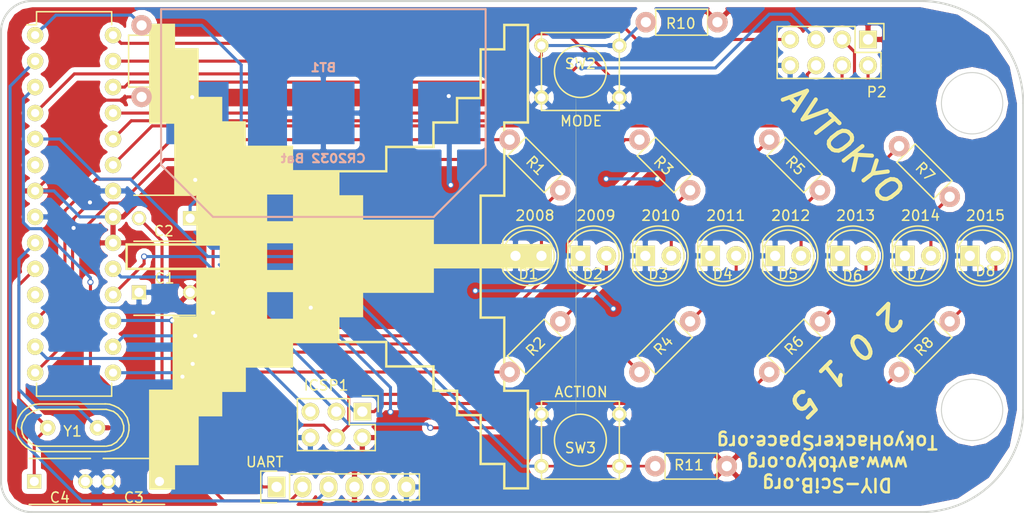
<source format=kicad_pcb>
(kicad_pcb (version 4) (host pcbnew "(2015-08-30 BZR 6134, Git 4e94d52)-product")

  (general
    (links 72)
    (no_connects 0)
    (area 49.899999 49.899999 150.100001 100.100001)
    (thickness 1.6)
    (drawings 13)
    (tracks 259)
    (zones 0)
    (modules 32)
    (nets 33)
  )

  (page A4)
  (layers
    (0 F.Cu signal hide)
    (31 B.Cu signal hide)
    (32 B.Adhes user)
    (33 F.Adhes user)
    (34 B.Paste user)
    (35 F.Paste user)
    (36 B.SilkS user)
    (37 F.SilkS user)
    (38 B.Mask user)
    (39 F.Mask user)
    (40 Dwgs.User user)
    (41 Cmts.User user)
    (42 Eco1.User user)
    (43 Eco2.User user)
    (44 Edge.Cuts user)
    (45 Margin user)
    (46 B.CrtYd user)
    (47 F.CrtYd user)
    (48 B.Fab user)
    (49 F.Fab user)
  )

  (setup
    (last_trace_width 0.25)
    (user_trace_width 0.3)
    (user_trace_width 0.5)
    (user_trace_width 0.75)
    (user_trace_width 1)
    (user_trace_width 1.54)
    (user_trace_width 2)
    (trace_clearance 0.2)
    (zone_clearance 0.508)
    (zone_45_only no)
    (trace_min 0.2)
    (segment_width 0.2)
    (edge_width 0.2)
    (via_size 0.6)
    (via_drill 0.4)
    (via_min_size 0.4)
    (via_min_drill 0.3)
    (user_via 0.8 0.54)
    (user_via 1 0.75)
    (user_via 1.4 1)
    (uvia_size 0.3)
    (uvia_drill 0.1)
    (uvias_allowed no)
    (uvia_min_size 0.2)
    (uvia_min_drill 0.1)
    (pcb_text_width 0.3)
    (pcb_text_size 1.5 1.5)
    (mod_edge_width 0.15)
    (mod_text_size 1 1)
    (mod_text_width 0.15)
    (pad_size 2 2)
    (pad_drill 1.00076)
    (pad_to_mask_clearance 0.2)
    (aux_axis_origin 0 0)
    (visible_elements 7FFFFFFF)
    (pcbplotparams
      (layerselection 0x010f0_80000001)
      (usegerberextensions false)
      (excludeedgelayer true)
      (linewidth 0.100000)
      (plotframeref false)
      (viasonmask false)
      (mode 1)
      (useauxorigin false)
      (hpglpennumber 1)
      (hpglpenspeed 20)
      (hpglpendiameter 15)
      (hpglpenoverlay 2)
      (psnegative false)
      (psa4output false)
      (plotreference true)
      (plotvalue true)
      (plotinvisibletext false)
      (padsonsilk false)
      (subtractmaskfromsilk false)
      (outputformat 1)
      (mirror false)
      (drillshape 0)
      (scaleselection 1)
      (outputdirectory gerbers/))
  )

  (net 0 "")
  (net 1 GND)
  (net 2 D2)
  (net 3 VCC)
  (net 4 RESET)
  (net 5 DTR)
  (net 6 "Net-(C3-Pad1)")
  (net 7 "Net-(C4-Pad1)")
  (net 8 "Net-(D1-Pad2)")
  (net 9 "Net-(D2-Pad2)")
  (net 10 "Net-(D3-Pad2)")
  (net 11 "Net-(D4-Pad2)")
  (net 12 "Net-(D5-Pad2)")
  (net 13 "Net-(D6-Pad2)")
  (net 14 "Net-(D7-Pad2)")
  (net 15 "Net-(D8-Pad2)")
  (net 16 RXD)
  (net 17 TXD)
  (net 18 D3)
  (net 19 D6)
  (net 20 D7)
  (net 21 D8)
  (net 22 D9)
  (net 23 D10)
  (net 24 D11)
  (net 25 D12)
  (net 26 D13)
  (net 27 A0)
  (net 28 A1)
  (net 29 A2)
  (net 30 A3)
  (net 31 A4)
  (net 32 A5)

  (net_class Default "This is the default net class."
    (clearance 0.2)
    (trace_width 0.25)
    (via_dia 0.6)
    (via_drill 0.4)
    (uvia_dia 0.3)
    (uvia_drill 0.1)
    (add_net A0)
    (add_net A1)
    (add_net A2)
    (add_net A3)
    (add_net A4)
    (add_net A5)
    (add_net D10)
    (add_net D11)
    (add_net D12)
    (add_net D13)
    (add_net D2)
    (add_net D3)
    (add_net D6)
    (add_net D7)
    (add_net D8)
    (add_net D9)
    (add_net DTR)
    (add_net GND)
    (add_net "Net-(C3-Pad1)")
    (add_net "Net-(C4-Pad1)")
    (add_net "Net-(D1-Pad2)")
    (add_net "Net-(D2-Pad2)")
    (add_net "Net-(D3-Pad2)")
    (add_net "Net-(D4-Pad2)")
    (add_net "Net-(D5-Pad2)")
    (add_net "Net-(D6-Pad2)")
    (add_net "Net-(D7-Pad2)")
    (add_net "Net-(D8-Pad2)")
    (add_net RESET)
    (add_net RXD)
    (add_net TXD)
    (add_net VCC)
  )

  (module AVTokyo:AVTLogo2 (layer F.Cu) (tedit 0) (tstamp 561E790F)
    (at 83.185 74.93 270)
    (fp_text reference G*** (at 0 0 270) (layer F.SilkS) hide
      (effects (font (thickness 0.3)))
    )
    (fp_text value LOGO (at 0.75 0 270) (layer F.SilkS) hide
      (effects (font (thickness 0.3)))
    )
    (fp_poly (pts (xy 1.231515 -13.854546) (xy 5.926667 -13.854546) (xy 5.926667 -16.163637) (xy 13.084849 -16.163637)
      (xy 13.084849 -18.472728) (xy 22.86 -18.472728) (xy 22.86 -15.932728) (xy 20.473939 -15.932728)
      (xy 20.473939 -13.623637) (xy 15.701818 -13.623637) (xy 15.701818 -11.314546) (xy 13.315758 -11.314546)
      (xy 13.315758 -9.005455) (xy 10.929697 -9.005455) (xy 10.929697 -4.387273) (xy 8.543636 -4.387273)
      (xy 8.543636 4.618181) (xy 10.929697 4.618181) (xy 10.929697 9.236363) (xy 13.315758 9.236363)
      (xy 13.315758 11.545454) (xy 15.701818 11.545454) (xy 15.701818 13.854545) (xy 20.473939 13.854545)
      (xy 20.473939 16.163636) (xy 22.86 16.163636) (xy 22.86 18.703636) (xy 13.084849 18.703636)
      (xy 13.084849 16.394545) (xy 5.926667 16.394545) (xy 5.926667 14.085454) (xy 1.385455 14.085454)
      (xy 1.385455 21.012727) (xy -1.231515 21.012727) (xy -1.231515 14.085454) (xy -5.926667 14.085454)
      (xy -5.926667 16.240606) (xy -12.930909 16.240606) (xy -12.930909 18.703636) (xy -22.706061 18.703636)
      (xy -22.706061 16.163636) (xy -20.32 16.163636) (xy -20.32 13.854545) (xy -15.547879 13.854545)
      (xy -15.547879 11.776363) (xy -1.000606 11.776363) (xy -1.000606 20.781818) (xy 1.154545 20.781818)
      (xy 1.154545 11.776363) (xy -1.000606 11.776363) (xy -15.547879 11.776363) (xy -15.547879 11.545454)
      (xy -13.161818 11.545454) (xy -13.161818 9.236363) (xy -10.775758 9.236363) (xy -10.775758 4.618181)
      (xy -8.389697 4.618181) (xy -6.003636 4.618181) (xy -6.003636 7.158181) (xy -3.386667 7.158181)
      (xy -3.386667 4.618181) (xy -1.231515 4.618181) (xy -1.231515 7.158181) (xy 1.385455 7.158181)
      (xy 1.385455 4.618181) (xy 3.540606 4.618181) (xy 3.540606 7.158181) (xy 6.157576 7.158181)
      (xy 6.157576 4.618181) (xy 3.540606 4.618181) (xy 1.385455 4.618181) (xy -1.231515 4.618181)
      (xy -3.386667 4.618181) (xy -6.003636 4.618181) (xy -8.389697 4.618181) (xy -8.389697 -4.387273)
      (xy -10.775758 -4.387273) (xy -10.775758 -9.005455) (xy -13.161818 -9.005455) (xy -13.161818 -11.314546)
      (xy -15.547879 -11.314546) (xy -15.547879 -13.623637) (xy -20.32 -13.623637) (xy -20.32 -15.932728)
      (xy -22.706061 -15.932728) (xy -22.706061 -18.241819) (xy -22.475151 -18.241819) (xy -22.475151 -16.163637)
      (xy -20.089091 -16.163637) (xy -20.089091 -13.854546) (xy -15.31697 -13.854546) (xy -15.31697 -11.545455)
      (xy -12.930909 -11.545455) (xy -12.930909 -9.236364) (xy -10.544848 -9.236364) (xy -10.544848 -4.618182)
      (xy -8.158788 -4.618182) (xy -8.158788 0.076969) (xy -5.926667 0.076969) (xy -5.926667 -2.232122)
      (xy -3.540606 -2.232122) (xy -3.540606 -9.159394) (xy -1.154545 -9.159394) (xy -1.154545 -13.623637)
      (xy 1.231515 -13.623637) (xy 1.231515 -9.159394) (xy 3.617576 -9.159394) (xy 3.617576 -2.232122)
      (xy 6.003636 -2.232122) (xy 6.003636 0.076969) (xy 8.312727 0.076969) (xy 8.312727 -4.618182)
      (xy 10.698788 -4.618182) (xy 10.698788 -9.236364) (xy 13.084849 -9.236364) (xy 13.084849 -11.545455)
      (xy 15.470909 -11.545455) (xy 15.470909 -13.854546) (xy 20.24303 -13.854546) (xy 20.24303 -16.163637)
      (xy 22.629091 -16.163637) (xy 22.629091 -18.241819) (xy 13.315758 -18.241819) (xy 13.315758 -15.932728)
      (xy 6.157576 -15.932728) (xy 6.157576 -13.623637) (xy 1.231515 -13.623637) (xy -1.154545 -13.623637)
      (xy -6.003636 -13.623637) (xy -6.003636 -15.932728) (xy -13.161818 -15.932728) (xy -13.161818 -18.241819)
      (xy -22.475151 -18.241819) (xy -22.706061 -18.241819) (xy -22.706061 -18.472728) (xy -12.930909 -18.472728)
      (xy -12.930909 -16.163637) (xy -5.772727 -16.163637) (xy -5.772727 -13.854546) (xy -1.154545 -13.854546)
      (xy -1.154545 -20.704849) (xy 1.231515 -20.704849) (xy 1.231515 -13.854546)) (layer F.SilkS) (width 0.01))
    (fp_poly (pts (xy 3.038559 -23.079387) (xy 5.076388 -23.078639) (xy 7.05619 -23.077511) (xy 8.954413 -23.076003)
      (xy 10.747507 -23.074114) (xy 12.411919 -23.071845) (xy 12.526818 -23.071665) (xy 13.385668 -23.070207)
      (xy 14.093017 -23.068776) (xy 14.651304 -23.067377) (xy 15.062966 -23.066014) (xy 15.330442 -23.06469)
      (xy 15.45617 -23.06341) (xy 15.442589 -23.062177) (xy 15.292138 -23.060996) (xy 15.007253 -23.059869)
      (xy 14.590375 -23.0588) (xy 14.043941 -23.057795) (xy 13.370389 -23.056856) (xy 12.572158 -23.055987)
      (xy 11.651686 -23.055192) (xy 10.611412 -23.054475) (xy 9.453773 -23.053839) (xy 8.181209 -23.05329)
      (xy 6.796158 -23.05283) (xy 5.301057 -23.052463) (xy 3.698346 -23.052193) (xy 1.990463 -23.052024)
      (xy 0.179845 -23.05196) (xy 0 -23.051959) (xy -1.82039 -23.052013) (xy -3.538281 -23.052172)
      (xy -5.151235 -23.052432) (xy -6.656813 -23.05279) (xy -8.052577 -23.053241) (xy -9.336089 -23.053783)
      (xy -10.50491 -23.05441) (xy -11.556602 -23.055119) (xy -12.488727 -23.055907) (xy -13.298846 -23.056769)
      (xy -13.98452 -23.057701) (xy -14.543312 -23.058701) (xy -14.972784 -23.059763) (xy -15.270496 -23.060884)
      (xy -15.43401 -23.062061) (xy -15.460889 -23.063289) (xy -15.348693 -23.064565) (xy -15.094985 -23.065885)
      (xy -14.697326 -23.067244) (xy -14.153277 -23.06864) (xy -13.460401 -23.070068) (xy -12.616259 -23.071524)
      (xy -12.526818 -23.071665) (xy -10.872639 -23.073963) (xy -9.088073 -23.075879) (xy -7.196671 -23.077415)
      (xy -5.221986 -23.07857) (xy -3.187568 -23.079345) (xy -1.11697 -23.07974) (xy 0.966256 -23.079753)
      (xy 3.038559 -23.079387)) (layer F.SilkS) (width 0.01))
  )

  (module Housings_DIP:DIP-28_W7.62mm (layer F.Cu) (tedit 5624E33D) (tstamp 561E802A)
    (at 53.34 53.34)
    (descr "28-lead dip package, row spacing 7.62 mm (300 mils)")
    (tags "dil dip 2.54 300")
    (path /56113C13)
    (fp_text reference IC1 (at 3.16 13.41) (layer F.Fab)
      (effects (font (size 1 1) (thickness 0.15)))
    )
    (fp_text value ATMEGA328-P (at 2.54 3.81 90) (layer F.Fab)
      (effects (font (size 1 1) (thickness 0.15)))
    )
    (fp_line (start -1.05 -2.45) (end -1.05 35.5) (layer F.CrtYd) (width 0.05))
    (fp_line (start 8.65 -2.45) (end 8.65 35.5) (layer F.CrtYd) (width 0.05))
    (fp_line (start -1.05 -2.45) (end 8.65 -2.45) (layer F.CrtYd) (width 0.05))
    (fp_line (start -1.05 35.5) (end 8.65 35.5) (layer F.CrtYd) (width 0.05))
    (fp_line (start 0.135 -2.295) (end 0.135 -1.025) (layer F.SilkS) (width 0.15))
    (fp_line (start 7.485 -2.295) (end 7.485 -1.025) (layer F.SilkS) (width 0.15))
    (fp_line (start 7.485 35.315) (end 7.485 34.045) (layer F.SilkS) (width 0.15))
    (fp_line (start 0.135 35.315) (end 0.135 34.045) (layer F.SilkS) (width 0.15))
    (fp_line (start 0.135 -2.295) (end 7.485 -2.295) (layer F.SilkS) (width 0.15))
    (fp_line (start 0.135 35.315) (end 7.485 35.315) (layer F.SilkS) (width 0.15))
    (fp_line (start 0.135 -1.025) (end -0.8 -1.025) (layer F.SilkS) (width 0.15))
    (pad 1 thru_hole oval (at 0 0) (size 1.6 1.6) (drill 0.8) (layers *.Cu *.Mask F.SilkS)
      (net 4 RESET))
    (pad 2 thru_hole oval (at 0 2.54) (size 1.6 1.6) (drill 0.8) (layers *.Cu *.Mask F.SilkS)
      (net 16 RXD))
    (pad 3 thru_hole oval (at 0 5.08) (size 1.6 1.6) (drill 0.8) (layers *.Cu *.Mask F.SilkS)
      (net 17 TXD))
    (pad 4 thru_hole oval (at 0 7.62) (size 1.6 1.6) (drill 0.8) (layers *.Cu *.Mask F.SilkS)
      (net 2 D2))
    (pad 5 thru_hole oval (at 0 10.16) (size 1.6 1.6) (drill 0.8) (layers *.Cu *.Mask F.SilkS)
      (net 18 D3))
    (pad 6 thru_hole oval (at 0 12.7) (size 1.6 1.6) (drill 0.8) (layers *.Cu *.Mask F.SilkS))
    (pad 7 thru_hole oval (at 0 15.24) (size 1.6 1.6) (drill 0.8) (layers *.Cu *.Mask F.SilkS)
      (net 3 VCC))
    (pad 8 thru_hole oval (at 0 17.78) (size 1.6 1.6) (drill 0.8) (layers *.Cu *.Mask F.SilkS)
      (net 1 GND))
    (pad 9 thru_hole oval (at 0 20.32) (size 1.6 1.6) (drill 0.8) (layers *.Cu *.Mask F.SilkS)
      (net 6 "Net-(C3-Pad1)"))
    (pad 10 thru_hole oval (at 0 22.86) (size 1.6 1.6) (drill 0.8) (layers *.Cu *.Mask F.SilkS)
      (net 7 "Net-(C4-Pad1)"))
    (pad 11 thru_hole oval (at 0 25.4) (size 1.6 1.6) (drill 0.8) (layers *.Cu *.Mask F.SilkS))
    (pad 12 thru_hole oval (at 0 27.94) (size 1.6 1.6) (drill 0.8) (layers *.Cu *.Mask F.SilkS)
      (net 19 D6))
    (pad 13 thru_hole oval (at 0 30.48) (size 1.6 1.6) (drill 0.8) (layers *.Cu *.Mask F.SilkS)
      (net 20 D7))
    (pad 14 thru_hole oval (at 0 33.02) (size 1.6 1.6) (drill 0.8) (layers *.Cu *.Mask F.SilkS)
      (net 21 D8))
    (pad 15 thru_hole oval (at 7.62 33.02) (size 1.6 1.6) (drill 0.8) (layers *.Cu *.Mask F.SilkS)
      (net 22 D9))
    (pad 16 thru_hole oval (at 7.62 30.48) (size 1.6 1.6) (drill 0.8) (layers *.Cu *.Mask F.SilkS)
      (net 23 D10))
    (pad 17 thru_hole oval (at 7.62 27.94) (size 1.6 1.6) (drill 0.8) (layers *.Cu *.Mask F.SilkS)
      (net 24 D11))
    (pad 18 thru_hole oval (at 7.62 25.4) (size 1.6 1.6) (drill 0.8) (layers *.Cu *.Mask F.SilkS)
      (net 25 D12))
    (pad 19 thru_hole oval (at 7.62 22.86) (size 1.6 1.6) (drill 0.8) (layers *.Cu *.Mask F.SilkS)
      (net 26 D13))
    (pad 20 thru_hole oval (at 7.62 20.32) (size 1.6 1.6) (drill 0.8) (layers *.Cu *.Mask F.SilkS)
      (net 3 VCC))
    (pad 21 thru_hole oval (at 7.62 17.78) (size 1.6 1.6) (drill 0.8) (layers *.Cu *.Mask F.SilkS)
      (net 3 VCC))
    (pad 22 thru_hole oval (at 7.62 15.24) (size 1.6 1.6) (drill 0.8) (layers *.Cu *.Mask F.SilkS)
      (net 1 GND))
    (pad 23 thru_hole oval (at 7.62 12.7) (size 1.6 1.6) (drill 0.8) (layers *.Cu *.Mask F.SilkS)
      (net 27 A0))
    (pad 24 thru_hole oval (at 7.62 10.16) (size 1.6 1.6) (drill 0.8) (layers *.Cu *.Mask F.SilkS)
      (net 28 A1))
    (pad 25 thru_hole oval (at 7.62 7.62) (size 1.6 1.6) (drill 0.8) (layers *.Cu *.Mask F.SilkS)
      (net 29 A2))
    (pad 26 thru_hole oval (at 7.62 5.08) (size 1.6 1.6) (drill 0.8) (layers *.Cu *.Mask F.SilkS)
      (net 30 A3))
    (pad 27 thru_hole oval (at 7.62 2.54) (size 1.6 1.6) (drill 0.8) (layers *.Cu *.Mask F.SilkS)
      (net 31 A4))
    (pad 28 thru_hole oval (at 7.62 0) (size 1.6 1.6) (drill 0.8) (layers *.Cu *.Mask F.SilkS)
      (net 32 A5))
    (model Housings_DIP.3dshapes/DIP-28_W7.62mm.wrl
      (at (xyz 0 0 0))
      (scale (xyz 1 1 1))
      (rotate (xyz 0 0 0))
    )
  )

  (module LEDs:LED-5MM (layer F.Cu) (tedit 562526CF) (tstamp 5623AFEE)
    (at 100.33 74.93)
    (descr "LED 5mm round vertical")
    (tags "LED 5mm round vertical")
    (path /5610F6A3)
    (fp_text reference D1 (at 1.27 1.77) (layer F.SilkS)
      (effects (font (size 1 1) (thickness 0.15)))
    )
    (fp_text value " 2008" (at 1.524 -3.937) (layer F.SilkS)
      (effects (font (size 1 1) (thickness 0.15)))
    )
    (fp_line (start -1.5 -1.55) (end -1.5 1.55) (layer F.CrtYd) (width 0.05))
    (fp_arc (start 1.3 0) (end -1.5 1.55) (angle -302) (layer F.CrtYd) (width 0.05))
    (fp_arc (start 1.27 0) (end -1.23 -1.5) (angle 297.5) (layer F.SilkS) (width 0.15))
    (fp_line (start -1.23 1.5) (end -1.23 -1.5) (layer F.SilkS) (width 0.15))
    (fp_circle (center 1.27 0) (end 0.97 -2.5) (layer F.SilkS) (width 0.15))
    (fp_text user "" (at -1.83 1.67) (layer F.SilkS)
      (effects (font (size 1 1) (thickness 0.15)))
    )
    (pad 1 thru_hole rect (at 0 0 90) (size 2 1.9) (drill 1.00076) (layers *.Cu *.Mask F.SilkS)
      (net 1 GND))
    (pad 2 thru_hole circle (at 2.54 0) (size 1.9 1.9) (drill 1.00076) (layers *.Cu *.Mask F.SilkS)
      (net 8 "Net-(D1-Pad2)"))
    (model LEDs.3dshapes/LED-5MM.wrl
      (at (xyz 0.05 0 0))
      (scale (xyz 1 1 1))
      (rotate (xyz 0 0 90))
    )
  )

  (module LEDs:LED-5MM (layer F.Cu) (tedit 562526D6) (tstamp 5623AFF4)
    (at 106.68 74.93)
    (descr "LED 5mm round vertical")
    (tags "LED 5mm round vertical")
    (path /5610F71D)
    (fp_text reference D2 (at 1.22 1.77) (layer F.SilkS)
      (effects (font (size 1 1) (thickness 0.15)))
    )
    (fp_text value 2009 (at 1.524 -3.937) (layer F.SilkS)
      (effects (font (size 1 1) (thickness 0.15)))
    )
    (fp_line (start -1.5 -1.55) (end -1.5 1.55) (layer F.CrtYd) (width 0.05))
    (fp_arc (start 1.3 0) (end -1.5 1.55) (angle -302) (layer F.CrtYd) (width 0.05))
    (fp_arc (start 1.27 0) (end -1.23 -1.5) (angle 297.5) (layer F.SilkS) (width 0.15))
    (fp_line (start -1.23 1.5) (end -1.23 -1.5) (layer F.SilkS) (width 0.15))
    (fp_circle (center 1.27 0) (end 0.97 -2.5) (layer F.SilkS) (width 0.15))
    (fp_text user "" (at -1.905 1.905) (layer F.SilkS)
      (effects (font (size 1 1) (thickness 0.15)))
    )
    (pad 1 thru_hole rect (at 0 0 90) (size 2 1.9) (drill 1.00076) (layers *.Cu *.Mask F.SilkS)
      (net 1 GND))
    (pad 2 thru_hole circle (at 2.54 0) (size 1.9 1.9) (drill 1.00076) (layers *.Cu *.Mask F.SilkS)
      (net 9 "Net-(D2-Pad2)"))
    (model LEDs.3dshapes/LED-5MM.wrl
      (at (xyz 0.05 0 0))
      (scale (xyz 1 1 1))
      (rotate (xyz 0 0 90))
    )
  )

  (module LEDs:LED-5MM (layer F.Cu) (tedit 562526E1) (tstamp 5623AFF5)
    (at 113.03 74.93)
    (descr "LED 5mm round vertical")
    (tags "LED 5mm round vertical")
    (path /5610F75C)
    (fp_text reference D3 (at 1.27 1.77) (layer F.SilkS)
      (effects (font (size 1 1) (thickness 0.15)))
    )
    (fp_text value 2010 (at 1.524 -3.937) (layer F.SilkS)
      (effects (font (size 1 1) (thickness 0.15)))
    )
    (fp_line (start -1.5 -1.55) (end -1.5 1.55) (layer F.CrtYd) (width 0.05))
    (fp_arc (start 1.3 0) (end -1.5 1.55) (angle -302) (layer F.CrtYd) (width 0.05))
    (fp_arc (start 1.27 0) (end -1.23 -1.5) (angle 297.5) (layer F.SilkS) (width 0.15))
    (fp_line (start -1.23 1.5) (end -1.23 -1.5) (layer F.SilkS) (width 0.15))
    (fp_circle (center 1.27 0) (end 0.97 -2.5) (layer F.SilkS) (width 0.15))
    (fp_text user "" (at -1.905 1.905) (layer F.SilkS)
      (effects (font (size 1 1) (thickness 0.15)))
    )
    (pad 1 thru_hole rect (at 0 0 90) (size 2 1.9) (drill 1.00076) (layers *.Cu *.Mask F.SilkS)
      (net 1 GND))
    (pad 2 thru_hole circle (at 2.54 0) (size 1.9 1.9) (drill 1.00076) (layers *.Cu *.Mask F.SilkS)
      (net 10 "Net-(D3-Pad2)"))
    (model LEDs.3dshapes/LED-5MM.wrl
      (at (xyz 0.05 0 0))
      (scale (xyz 1 1 1))
      (rotate (xyz 0 0 90))
    )
  )

  (module LEDs:LED-5MM (layer F.Cu) (tedit 562526E8) (tstamp 5623AFFA)
    (at 119.38 74.93)
    (descr "LED 5mm round vertical")
    (tags "LED 5mm round vertical")
    (path /5610F78D)
    (fp_text reference D4 (at 1.22 1.77) (layer F.SilkS)
      (effects (font (size 1 1) (thickness 0.15)))
    )
    (fp_text value 2011 (at 1.524 -3.937) (layer F.SilkS)
      (effects (font (size 1 1) (thickness 0.15)))
    )
    (fp_line (start -1.5 -1.55) (end -1.5 1.55) (layer F.CrtYd) (width 0.05))
    (fp_arc (start 1.3 0) (end -1.5 1.55) (angle -302) (layer F.CrtYd) (width 0.05))
    (fp_arc (start 1.27 0) (end -1.23 -1.5) (angle 297.5) (layer F.SilkS) (width 0.15))
    (fp_line (start -1.23 1.5) (end -1.23 -1.5) (layer F.SilkS) (width 0.15))
    (fp_circle (center 1.27 0) (end 0.97 -2.5) (layer F.SilkS) (width 0.15))
    (fp_text user "" (at -1.905 1.905) (layer F.SilkS)
      (effects (font (size 1 1) (thickness 0.15)))
    )
    (pad 1 thru_hole rect (at 0 0 90) (size 2 1.9) (drill 1.00076) (layers *.Cu *.Mask F.SilkS)
      (net 1 GND))
    (pad 2 thru_hole circle (at 2.54 0) (size 1.9 1.9) (drill 1.00076) (layers *.Cu *.Mask F.SilkS)
      (net 11 "Net-(D4-Pad2)"))
    (model LEDs.3dshapes/LED-5MM.wrl
      (at (xyz 0.05 0 0))
      (scale (xyz 1 1 1))
      (rotate (xyz 0 0 90))
    )
  )

  (module LEDs:LED-5MM (layer F.Cu) (tedit 562526ED) (tstamp 5623AFFF)
    (at 125.73 74.93)
    (descr "LED 5mm round vertical")
    (tags "LED 5mm round vertical")
    (path /5610F7E2)
    (fp_text reference D5 (at 1.27 1.77) (layer F.SilkS)
      (effects (font (size 1 1) (thickness 0.15)))
    )
    (fp_text value 2012 (at 1.524 -3.937) (layer F.SilkS)
      (effects (font (size 1 1) (thickness 0.15)))
    )
    (fp_line (start -1.5 -1.55) (end -1.5 1.55) (layer F.CrtYd) (width 0.05))
    (fp_arc (start 1.3 0) (end -1.5 1.55) (angle -302) (layer F.CrtYd) (width 0.05))
    (fp_arc (start 1.27 0) (end -1.23 -1.5) (angle 297.5) (layer F.SilkS) (width 0.15))
    (fp_line (start -1.23 1.5) (end -1.23 -1.5) (layer F.SilkS) (width 0.15))
    (fp_circle (center 1.27 0) (end 0.97 -2.5) (layer F.SilkS) (width 0.15))
    (fp_text user "" (at -1.905 1.905) (layer F.SilkS)
      (effects (font (size 1 1) (thickness 0.15)))
    )
    (pad 1 thru_hole rect (at 0 0 90) (size 2 1.9) (drill 1.00076) (layers *.Cu *.Mask F.SilkS)
      (net 1 GND))
    (pad 2 thru_hole circle (at 2.54 0) (size 1.9 1.9) (drill 1.00076) (layers *.Cu *.Mask F.SilkS)
      (net 12 "Net-(D5-Pad2)"))
    (model LEDs.3dshapes/LED-5MM.wrl
      (at (xyz 0.05 0 0))
      (scale (xyz 1 1 1))
      (rotate (xyz 0 0 90))
    )
  )

  (module LEDs:LED-5MM (layer F.Cu) (tedit 562526F4) (tstamp 5623B004)
    (at 132.08 74.93)
    (descr "LED 5mm round vertical")
    (tags "LED 5mm round vertical")
    (path /5610F81B)
    (fp_text reference D6 (at 1.22 1.97) (layer F.SilkS)
      (effects (font (size 1 1) (thickness 0.15)))
    )
    (fp_text value 2013 (at 1.524 -3.937) (layer F.SilkS)
      (effects (font (size 1 1) (thickness 0.15)))
    )
    (fp_line (start -1.5 -1.55) (end -1.5 1.55) (layer F.CrtYd) (width 0.05))
    (fp_arc (start 1.3 0) (end -1.5 1.55) (angle -302) (layer F.CrtYd) (width 0.05))
    (fp_arc (start 1.27 0) (end -1.23 -1.5) (angle 297.5) (layer F.SilkS) (width 0.15))
    (fp_line (start -1.23 1.5) (end -1.23 -1.5) (layer F.SilkS) (width 0.15))
    (fp_circle (center 1.27 0) (end 0.97 -2.5) (layer F.SilkS) (width 0.15))
    (fp_text user "" (at -1.905 1.905) (layer F.SilkS)
      (effects (font (size 1 1) (thickness 0.15)))
    )
    (pad 1 thru_hole rect (at 0 0 90) (size 2 1.9) (drill 1.00076) (layers *.Cu *.Mask F.SilkS)
      (net 1 GND))
    (pad 2 thru_hole circle (at 2.54 0) (size 1.9 1.9) (drill 1.00076) (layers *.Cu *.Mask F.SilkS)
      (net 13 "Net-(D6-Pad2)"))
    (model LEDs.3dshapes/LED-5MM.wrl
      (at (xyz 0.05 0 0))
      (scale (xyz 1 1 1))
      (rotate (xyz 0 0 90))
    )
  )

  (module LEDs:LED-5MM (layer F.Cu) (tedit 562526F8) (tstamp 5623B009)
    (at 138.43 74.93)
    (descr "LED 5mm round vertical")
    (tags "LED 5mm round vertical")
    (path /5610F858)
    (fp_text reference D7 (at 1.17 1.77) (layer F.SilkS)
      (effects (font (size 1 1) (thickness 0.15)))
    )
    (fp_text value 2014 (at 1.524 -3.937) (layer F.SilkS)
      (effects (font (size 1 1) (thickness 0.15)))
    )
    (fp_line (start -1.5 -1.55) (end -1.5 1.55) (layer F.CrtYd) (width 0.05))
    (fp_arc (start 1.3 0) (end -1.5 1.55) (angle -302) (layer F.CrtYd) (width 0.05))
    (fp_arc (start 1.27 0) (end -1.23 -1.5) (angle 297.5) (layer F.SilkS) (width 0.15))
    (fp_line (start -1.23 1.5) (end -1.23 -1.5) (layer F.SilkS) (width 0.15))
    (fp_circle (center 1.27 0) (end 0.97 -2.5) (layer F.SilkS) (width 0.15))
    (fp_text user "" (at -1.905 1.905) (layer F.SilkS)
      (effects (font (size 1 1) (thickness 0.15)))
    )
    (pad 1 thru_hole rect (at 0 0 90) (size 2 1.9) (drill 1.00076) (layers *.Cu *.Mask F.SilkS)
      (net 1 GND))
    (pad 2 thru_hole circle (at 2.54 0) (size 1.9 1.9) (drill 1.00076) (layers *.Cu *.Mask F.SilkS)
      (net 14 "Net-(D7-Pad2)"))
    (model LEDs.3dshapes/LED-5MM.wrl
      (at (xyz 0.05 0 0))
      (scale (xyz 1 1 1))
      (rotate (xyz 0 0 90))
    )
  )

  (module LEDs:LED-5MM (layer F.Cu) (tedit 562526FE) (tstamp 5623B00E)
    (at 144.78 74.93)
    (descr "LED 5mm round vertical")
    (tags "LED 5mm round vertical")
    (path /5610F899)
    (fp_text reference D8 (at 1.52 1.47) (layer F.SilkS)
      (effects (font (size 1 1) (thickness 0.15)))
    )
    (fp_text value 2015 (at 1.524 -3.937) (layer F.SilkS)
      (effects (font (size 1 1) (thickness 0.15)))
    )
    (fp_line (start -1.5 -1.55) (end -1.5 1.55) (layer F.CrtYd) (width 0.05))
    (fp_arc (start 1.3 0) (end -1.5 1.55) (angle -302) (layer F.CrtYd) (width 0.05))
    (fp_arc (start 1.27 0) (end -1.23 -1.5) (angle 297.5) (layer F.SilkS) (width 0.15))
    (fp_line (start -1.23 1.5) (end -1.23 -1.5) (layer F.SilkS) (width 0.15))
    (fp_circle (center 1.27 0) (end 0.97 -2.5) (layer F.SilkS) (width 0.15))
    (fp_text user "" (at -1.905 1.905) (layer F.SilkS)
      (effects (font (size 1 1) (thickness 0.15)))
    )
    (pad 1 thru_hole rect (at 0 0 90) (size 2 1.9) (drill 1.00076) (layers *.Cu *.Mask F.SilkS)
      (net 1 GND))
    (pad 2 thru_hole circle (at 2.54 0) (size 1.9 1.9) (drill 1.00076) (layers *.Cu *.Mask F.SilkS)
      (net 15 "Net-(D8-Pad2)"))
    (model LEDs.3dshapes/LED-5MM.wrl
      (at (xyz 0.05 0 0))
      (scale (xyz 1 1 1))
      (rotate (xyz 0 0 90))
    )
  )

  (module Pin_Headers:Pin_Header_Straight_2x03 (layer F.Cu) (tedit 562525BD) (tstamp 5623B01C)
    (at 85.344 90.17 270)
    (descr "Through hole pin header")
    (tags "pin header")
    (path /56121C63)
    (fp_text reference ICSP1 (at -2.57 3.544 360) (layer F.SilkS)
      (effects (font (size 1 1) (thickness 0.15)))
    )
    (fp_text value " " (at 0 -3.1 270) (layer F.Fab)
      (effects (font (size 1 1) (thickness 0.15)))
    )
    (fp_line (start -1.27 1.27) (end -1.27 6.35) (layer F.SilkS) (width 0.15))
    (fp_line (start -1.55 -1.55) (end 0 -1.55) (layer F.SilkS) (width 0.15))
    (fp_line (start -1.75 -1.75) (end -1.75 6.85) (layer F.CrtYd) (width 0.05))
    (fp_line (start 4.3 -1.75) (end 4.3 6.85) (layer F.CrtYd) (width 0.05))
    (fp_line (start -1.75 -1.75) (end 4.3 -1.75) (layer F.CrtYd) (width 0.05))
    (fp_line (start -1.75 6.85) (end 4.3 6.85) (layer F.CrtYd) (width 0.05))
    (fp_line (start 1.27 -1.27) (end 1.27 1.27) (layer F.SilkS) (width 0.15))
    (fp_line (start 1.27 1.27) (end -1.27 1.27) (layer F.SilkS) (width 0.15))
    (fp_line (start -1.27 6.35) (end 3.81 6.35) (layer F.SilkS) (width 0.15))
    (fp_line (start 3.81 6.35) (end 3.81 1.27) (layer F.SilkS) (width 0.15))
    (fp_line (start -1.55 -1.55) (end -1.55 0) (layer F.SilkS) (width 0.15))
    (fp_line (start 3.81 -1.27) (end 1.27 -1.27) (layer F.SilkS) (width 0.15))
    (fp_line (start 3.81 1.27) (end 3.81 -1.27) (layer F.SilkS) (width 0.15))
    (pad 1 thru_hole rect (at 0 0 270) (size 1.7272 1.7272) (drill 1.016) (layers *.Cu *.Mask F.SilkS)
      (net 25 D12))
    (pad 2 thru_hole oval (at 2.54 0 270) (size 1.7272 1.7272) (drill 1.016) (layers *.Cu *.Mask F.SilkS)
      (net 3 VCC))
    (pad 3 thru_hole oval (at 0 2.54 270) (size 1.7272 1.7272) (drill 1.016) (layers *.Cu *.Mask F.SilkS)
      (net 26 D13))
    (pad 4 thru_hole oval (at 2.54 2.54 270) (size 1.7272 1.7272) (drill 1.016) (layers *.Cu *.Mask F.SilkS)
      (net 24 D11))
    (pad 5 thru_hole oval (at 0 5.08 270) (size 1.7272 1.7272) (drill 1.016) (layers *.Cu *.Mask F.SilkS)
      (net 4 RESET))
    (pad 6 thru_hole oval (at 2.54 5.08 270) (size 1.7272 1.7272) (drill 1.016) (layers *.Cu *.Mask F.SilkS)
      (net 1 GND))
    (model Pin_Headers.3dshapes/Pin_Header_Straight_2x03.wrl
      (at (xyz 0.05 -0.1 0))
      (scale (xyz 1 1 1))
      (rotate (xyz 0 0 90))
    )
  )

  (module Pin_Headers:Pin_Header_Straight_1x06 (layer F.Cu) (tedit 562525C5) (tstamp 5623B026)
    (at 76.962 97.536 90)
    (descr "Through hole pin header")
    (tags "pin header")
    (path /5611A864)
    (fp_text reference P1 (at 0.286 1.288 90) (layer F.Fab)
      (effects (font (size 1 1) (thickness 0.15)))
    )
    (fp_text value UART (at 2.436 -1.162 180) (layer F.SilkS)
      (effects (font (size 1 1) (thickness 0.15)))
    )
    (fp_line (start -1.75 -1.75) (end -1.75 14.45) (layer F.CrtYd) (width 0.05))
    (fp_line (start 1.75 -1.75) (end 1.75 14.45) (layer F.CrtYd) (width 0.05))
    (fp_line (start -1.75 -1.75) (end 1.75 -1.75) (layer F.CrtYd) (width 0.05))
    (fp_line (start -1.75 14.45) (end 1.75 14.45) (layer F.CrtYd) (width 0.05))
    (fp_line (start 1.27 1.27) (end 1.27 13.97) (layer F.SilkS) (width 0.15))
    (fp_line (start 1.27 13.97) (end -1.27 13.97) (layer F.SilkS) (width 0.15))
    (fp_line (start -1.27 13.97) (end -1.27 1.27) (layer F.SilkS) (width 0.15))
    (fp_line (start 1.55 -1.55) (end 1.55 0) (layer F.SilkS) (width 0.15))
    (fp_line (start 1.27 1.27) (end -1.27 1.27) (layer F.SilkS) (width 0.15))
    (fp_line (start -1.55 0) (end -1.55 -1.55) (layer F.SilkS) (width 0.15))
    (fp_line (start -1.55 -1.55) (end 1.55 -1.55) (layer F.SilkS) (width 0.15))
    (pad 1 thru_hole rect (at 0 0 90) (size 2.032 1.7272) (drill 1.016) (layers *.Cu *.Mask F.SilkS)
      (net 5 DTR))
    (pad 2 thru_hole oval (at 0 2.54 90) (size 2.032 1.7272) (drill 1.016) (layers *.Cu *.Mask F.SilkS)
      (net 17 TXD))
    (pad 3 thru_hole oval (at 0 5.08 90) (size 2.032 1.7272) (drill 1.016) (layers *.Cu *.Mask F.SilkS)
      (net 16 RXD))
    (pad 4 thru_hole oval (at 0 7.62 90) (size 2.032 1.7272) (drill 1.016) (layers *.Cu *.Mask F.SilkS)
      (net 3 VCC))
    (pad 5 thru_hole oval (at 0 10.16 90) (size 2.032 1.7272) (drill 1.016) (layers *.Cu *.Mask F.SilkS))
    (pad 6 thru_hole oval (at 0 12.7 90) (size 2.032 1.7272) (drill 1.016) (layers *.Cu *.Mask F.SilkS)
      (net 1 GND))
    (model Pin_Headers.3dshapes/Pin_Header_Straight_1x06.wrl
      (at (xyz 0 -0.25 0))
      (scale (xyz 1 1 1))
      (rotate (xyz 0 0 90))
    )
  )

  (module Buttons_Switches_ThroughHole:SW_PUSH_SMALL (layer F.Cu) (tedit 5624E38D) (tstamp 5623B091)
    (at 106.68 56.896)
    (path /56240550)
    (fp_text reference SW2 (at 0 -0.762) (layer F.SilkS)
      (effects (font (size 1 1) (thickness 0.15)))
    )
    (fp_text value MODE (at 0.07 4.854) (layer F.SilkS)
      (effects (font (size 1 1) (thickness 0.15)))
    )
    (fp_circle (center 0 0) (end 0 -2.54) (layer F.SilkS) (width 0.15))
    (fp_line (start -3.81 -3.81) (end 3.81 -3.81) (layer F.SilkS) (width 0.15))
    (fp_line (start 3.81 -3.81) (end 3.81 3.81) (layer F.SilkS) (width 0.15))
    (fp_line (start 3.81 3.81) (end -3.81 3.81) (layer F.SilkS) (width 0.15))
    (fp_line (start -3.81 -3.81) (end -3.81 3.81) (layer F.SilkS) (width 0.15))
    (pad 1 thru_hole circle (at 3.81 -2.54) (size 1.397 1.397) (drill 0.8128) (layers *.Cu *.Mask F.SilkS)
      (net 2 D2))
    (pad 2 thru_hole circle (at 3.81 2.54) (size 1.397 1.397) (drill 0.8128) (layers *.Cu *.Mask F.SilkS)
      (net 1 GND))
    (pad 1 thru_hole circle (at -3.81 -2.54) (size 1.397 1.397) (drill 0.8128) (layers *.Cu *.Mask F.SilkS)
      (net 2 D2))
    (pad 2 thru_hole circle (at -3.81 2.54) (size 1.397 1.397) (drill 0.8128) (layers *.Cu *.Mask F.SilkS)
      (net 1 GND))
  )

  (module Buttons_Switches_ThroughHole:SW_PUSH_SMALL (layer F.Cu) (tedit 5624E381) (tstamp 5623B099)
    (at 106.68 92.964 180)
    (path /5624073C)
    (fp_text reference SW3 (at 0 -0.762 180) (layer F.SilkS)
      (effects (font (size 1 1) (thickness 0.15)))
    )
    (fp_text value ACTION (at -0.07 4.714 180) (layer F.SilkS)
      (effects (font (size 1 1) (thickness 0.15)))
    )
    (fp_circle (center 0 0) (end 0 -2.54) (layer F.SilkS) (width 0.15))
    (fp_line (start -3.81 -3.81) (end 3.81 -3.81) (layer F.SilkS) (width 0.15))
    (fp_line (start 3.81 -3.81) (end 3.81 3.81) (layer F.SilkS) (width 0.15))
    (fp_line (start 3.81 3.81) (end -3.81 3.81) (layer F.SilkS) (width 0.15))
    (fp_line (start -3.81 -3.81) (end -3.81 3.81) (layer F.SilkS) (width 0.15))
    (pad 1 thru_hole circle (at 3.81 -2.54 180) (size 1.397 1.397) (drill 0.8128) (layers *.Cu *.Mask F.SilkS)
      (net 18 D3))
    (pad 2 thru_hole circle (at 3.81 2.54 180) (size 1.397 1.397) (drill 0.8128) (layers *.Cu *.Mask F.SilkS)
      (net 1 GND))
    (pad 1 thru_hole circle (at -3.81 -2.54 180) (size 1.397 1.397) (drill 0.8128) (layers *.Cu *.Mask F.SilkS)
      (net 18 D3))
    (pad 2 thru_hole circle (at -3.81 2.54 180) (size 1.397 1.397) (drill 0.8128) (layers *.Cu *.Mask F.SilkS)
      (net 1 GND))
  )

  (module Crystals:Crystal_HC49-U_Vertical (layer F.Cu) (tedit 0) (tstamp 5623B09F)
    (at 57 91.75 180)
    (descr "Crystal, Quarz, HC49/U, vertical, stehend,")
    (tags "Crystal, Quarz, HC49/U, vertical, stehend,")
    (path /5611E69A)
    (fp_text reference Y1 (at 0 -0.345 180) (layer F.SilkS)
      (effects (font (size 1 1) (thickness 0.15)))
    )
    (fp_text value " " (at 0 3.81 180) (layer F.Fab)
      (effects (font (size 1 1) (thickness 0.15)))
    )
    (fp_line (start 4.699 -1.00076) (end 4.89966 -0.59944) (layer F.SilkS) (width 0.15))
    (fp_line (start 4.89966 -0.59944) (end 5.00126 0) (layer F.SilkS) (width 0.15))
    (fp_line (start 5.00126 0) (end 4.89966 0.50038) (layer F.SilkS) (width 0.15))
    (fp_line (start 4.89966 0.50038) (end 4.50088 1.19888) (layer F.SilkS) (width 0.15))
    (fp_line (start 4.50088 1.19888) (end 3.8989 1.6002) (layer F.SilkS) (width 0.15))
    (fp_line (start 3.8989 1.6002) (end 3.29946 1.80086) (layer F.SilkS) (width 0.15))
    (fp_line (start 3.29946 1.80086) (end -3.29946 1.80086) (layer F.SilkS) (width 0.15))
    (fp_line (start -3.29946 1.80086) (end -4.0005 1.6002) (layer F.SilkS) (width 0.15))
    (fp_line (start -4.0005 1.6002) (end -4.39928 1.30048) (layer F.SilkS) (width 0.15))
    (fp_line (start -4.39928 1.30048) (end -4.8006 0.8001) (layer F.SilkS) (width 0.15))
    (fp_line (start -4.8006 0.8001) (end -5.00126 0.20066) (layer F.SilkS) (width 0.15))
    (fp_line (start -5.00126 0.20066) (end -5.00126 -0.29972) (layer F.SilkS) (width 0.15))
    (fp_line (start -5.00126 -0.29972) (end -4.8006 -0.8001) (layer F.SilkS) (width 0.15))
    (fp_line (start -4.8006 -0.8001) (end -4.30022 -1.39954) (layer F.SilkS) (width 0.15))
    (fp_line (start -4.30022 -1.39954) (end -3.79984 -1.69926) (layer F.SilkS) (width 0.15))
    (fp_line (start -3.79984 -1.69926) (end -3.29946 -1.80086) (layer F.SilkS) (width 0.15))
    (fp_line (start -3.2004 -1.80086) (end 3.40106 -1.80086) (layer F.SilkS) (width 0.15))
    (fp_line (start 3.40106 -1.80086) (end 3.79984 -1.69926) (layer F.SilkS) (width 0.15))
    (fp_line (start 3.79984 -1.69926) (end 4.30022 -1.39954) (layer F.SilkS) (width 0.15))
    (fp_line (start 4.30022 -1.39954) (end 4.8006 -0.89916) (layer F.SilkS) (width 0.15))
    (fp_line (start -3.19024 -2.32918) (end -3.64998 -2.28092) (layer F.SilkS) (width 0.15))
    (fp_line (start -3.64998 -2.28092) (end -4.04876 -2.16916) (layer F.SilkS) (width 0.15))
    (fp_line (start -4.04876 -2.16916) (end -4.48056 -1.95072) (layer F.SilkS) (width 0.15))
    (fp_line (start -4.48056 -1.95072) (end -4.77012 -1.71958) (layer F.SilkS) (width 0.15))
    (fp_line (start -4.77012 -1.71958) (end -5.10032 -1.36906) (layer F.SilkS) (width 0.15))
    (fp_line (start -5.10032 -1.36906) (end -5.38988 -0.83058) (layer F.SilkS) (width 0.15))
    (fp_line (start -5.38988 -0.83058) (end -5.51942 -0.23114) (layer F.SilkS) (width 0.15))
    (fp_line (start -5.51942 -0.23114) (end -5.51942 0.2794) (layer F.SilkS) (width 0.15))
    (fp_line (start -5.51942 0.2794) (end -5.34924 0.98044) (layer F.SilkS) (width 0.15))
    (fp_line (start -5.34924 0.98044) (end -4.95046 1.56972) (layer F.SilkS) (width 0.15))
    (fp_line (start -4.95046 1.56972) (end -4.49072 1.94056) (layer F.SilkS) (width 0.15))
    (fp_line (start -4.49072 1.94056) (end -4.06908 2.14884) (layer F.SilkS) (width 0.15))
    (fp_line (start -4.06908 2.14884) (end -3.6195 2.30886) (layer F.SilkS) (width 0.15))
    (fp_line (start -3.6195 2.30886) (end -3.18008 2.33934) (layer F.SilkS) (width 0.15))
    (fp_line (start 4.16052 2.1209) (end 4.53898 1.89992) (layer F.SilkS) (width 0.15))
    (fp_line (start 4.53898 1.89992) (end 4.85902 1.62052) (layer F.SilkS) (width 0.15))
    (fp_line (start 4.85902 1.62052) (end 5.11048 1.29032) (layer F.SilkS) (width 0.15))
    (fp_line (start 5.11048 1.29032) (end 5.4102 0.73914) (layer F.SilkS) (width 0.15))
    (fp_line (start 5.4102 0.73914) (end 5.51942 0.26924) (layer F.SilkS) (width 0.15))
    (fp_line (start 5.51942 0.26924) (end 5.53974 -0.1905) (layer F.SilkS) (width 0.15))
    (fp_line (start 5.53974 -0.1905) (end 5.45084 -0.65024) (layer F.SilkS) (width 0.15))
    (fp_line (start 5.45084 -0.65024) (end 5.26034 -1.09982) (layer F.SilkS) (width 0.15))
    (fp_line (start 5.26034 -1.09982) (end 4.89966 -1.56972) (layer F.SilkS) (width 0.15))
    (fp_line (start 4.89966 -1.56972) (end 4.54914 -1.88976) (layer F.SilkS) (width 0.15))
    (fp_line (start 4.54914 -1.88976) (end 4.16052 -2.1209) (layer F.SilkS) (width 0.15))
    (fp_line (start 4.16052 -2.1209) (end 3.73126 -2.2606) (layer F.SilkS) (width 0.15))
    (fp_line (start 3.73126 -2.2606) (end 3.2893 -2.32918) (layer F.SilkS) (width 0.15))
    (fp_line (start -3.2004 2.32918) (end 3.2512 2.32918) (layer F.SilkS) (width 0.15))
    (fp_line (start 3.2512 2.32918) (end 3.6703 2.29108) (layer F.SilkS) (width 0.15))
    (fp_line (start 3.6703 2.29108) (end 4.16052 2.1209) (layer F.SilkS) (width 0.15))
    (fp_line (start -3.2004 -2.32918) (end 3.2512 -2.32918) (layer F.SilkS) (width 0.15))
    (pad 1 thru_hole circle (at -2.44094 0 180) (size 1.50114 1.50114) (drill 0.8001) (layers *.Cu *.Mask F.SilkS)
      (net 6 "Net-(C3-Pad1)"))
    (pad 2 thru_hole circle (at 2.44094 0 180) (size 1.50114 1.50114) (drill 0.8001) (layers *.Cu *.Mask F.SilkS)
      (net 7 "Net-(C4-Pad1)"))
  )

  (module Capacitors_ThroughHole:C_Disc_D6_P5 (layer F.Cu) (tedit 0) (tstamp 5623BCE7)
    (at 63.5 78.5)
    (descr "Capacitor 6mm Disc, Pitch 5mm")
    (tags Capacitor)
    (path /56118071)
    (fp_text reference C1 (at 2.5 -1.378) (layer F.SilkS)
      (effects (font (size 1 1) (thickness 0.15)))
    )
    (fp_text value 0.1uF (at 2.75 1.5) (layer F.Fab)
      (effects (font (size 1 1) (thickness 0.15)))
    )
    (fp_line (start -0.95 -2.5) (end 5.95 -2.5) (layer F.CrtYd) (width 0.05))
    (fp_line (start 5.95 -2.5) (end 5.95 2.5) (layer F.CrtYd) (width 0.05))
    (fp_line (start 5.95 2.5) (end -0.95 2.5) (layer F.CrtYd) (width 0.05))
    (fp_line (start -0.95 2.5) (end -0.95 -2.5) (layer F.CrtYd) (width 0.05))
    (fp_line (start -0.5 -2.25) (end 5.5 -2.25) (layer F.SilkS) (width 0.15))
    (fp_line (start 5.5 2.25) (end -0.5 2.25) (layer F.SilkS) (width 0.15))
    (pad 1 thru_hole rect (at 0 0) (size 1.4 1.4) (drill 0.9) (layers *.Cu *.Mask F.SilkS)
      (net 1 GND))
    (pad 2 thru_hole circle (at 5 0) (size 1.4 1.4) (drill 0.9) (layers *.Cu *.Mask F.SilkS)
      (net 3 VCC))
    (model Capacitors_ThroughHole.3dshapes/C_Disc_D6_P5.wrl
      (at (xyz 0.0984252 0 0))
      (scale (xyz 1 1 1))
      (rotate (xyz 0 0 0))
    )
  )

  (module Capacitors_ThroughHole:C_Disc_D6_P5 (layer F.Cu) (tedit 0) (tstamp 5623BCEC)
    (at 68.5 71.25 180)
    (descr "Capacitor 6mm Disc, Pitch 5mm")
    (tags Capacitor)
    (path /5611D00F)
    (fp_text reference C2 (at 2.576 -1.264 180) (layer F.SilkS)
      (effects (font (size 1 1) (thickness 0.15)))
    )
    (fp_text value 0.1uF (at 2.75 1.25 180) (layer F.Fab)
      (effects (font (size 1 1) (thickness 0.15)))
    )
    (fp_line (start -0.95 -2.5) (end 5.95 -2.5) (layer F.CrtYd) (width 0.05))
    (fp_line (start 5.95 -2.5) (end 5.95 2.5) (layer F.CrtYd) (width 0.05))
    (fp_line (start 5.95 2.5) (end -0.95 2.5) (layer F.CrtYd) (width 0.05))
    (fp_line (start -0.95 2.5) (end -0.95 -2.5) (layer F.CrtYd) (width 0.05))
    (fp_line (start -0.5 -2.25) (end 5.5 -2.25) (layer F.SilkS) (width 0.15))
    (fp_line (start 5.5 2.25) (end -0.5 2.25) (layer F.SilkS) (width 0.15))
    (pad 1 thru_hole rect (at 0 0 180) (size 1.4 1.4) (drill 0.9) (layers *.Cu *.Mask F.SilkS)
      (net 4 RESET))
    (pad 2 thru_hole circle (at 5 0 180) (size 1.4 1.4) (drill 0.9) (layers *.Cu *.Mask F.SilkS)
      (net 5 DTR))
    (model Capacitors_ThroughHole.3dshapes/C_Disc_D6_P5.wrl
      (at (xyz 0.0984252 0 0))
      (scale (xyz 1 1 1))
      (rotate (xyz 0 0 0))
    )
  )

  (module Capacitors_ThroughHole:C_Disc_D6_P5 (layer F.Cu) (tedit 0) (tstamp 5623BCF1)
    (at 65.5 97 180)
    (descr "Capacitor 6mm Disc, Pitch 5mm")
    (tags Capacitor)
    (path /5611E402)
    (fp_text reference C3 (at 2.5 -1.575 180) (layer F.SilkS)
      (effects (font (size 1 1) (thickness 0.15)))
    )
    (fp_text value 22pF (at 2.5 1.25 180) (layer F.Fab)
      (effects (font (size 1 1) (thickness 0.15)))
    )
    (fp_line (start -0.95 -2.5) (end 5.95 -2.5) (layer F.CrtYd) (width 0.05))
    (fp_line (start 5.95 -2.5) (end 5.95 2.5) (layer F.CrtYd) (width 0.05))
    (fp_line (start 5.95 2.5) (end -0.95 2.5) (layer F.CrtYd) (width 0.05))
    (fp_line (start -0.95 2.5) (end -0.95 -2.5) (layer F.CrtYd) (width 0.05))
    (fp_line (start -0.5 -2.25) (end 5.5 -2.25) (layer F.SilkS) (width 0.15))
    (fp_line (start 5.5 2.25) (end -0.5 2.25) (layer F.SilkS) (width 0.15))
    (pad 1 thru_hole rect (at 0 0 180) (size 1.4 1.4) (drill 0.9) (layers *.Cu *.Mask F.SilkS)
      (net 6 "Net-(C3-Pad1)"))
    (pad 2 thru_hole circle (at 5 0 180) (size 1.4 1.4) (drill 0.9) (layers *.Cu *.Mask F.SilkS)
      (net 1 GND))
    (model Capacitors_ThroughHole.3dshapes/C_Disc_D6_P5.wrl
      (at (xyz 0.0984252 0 0))
      (scale (xyz 1 1 1))
      (rotate (xyz 0 0 0))
    )
  )

  (module Capacitors_ThroughHole:C_Disc_D6_P5 (layer F.Cu) (tedit 0) (tstamp 5623BCF6)
    (at 53.25 97)
    (descr "Capacitor 6mm Disc, Pitch 5mm")
    (tags Capacitor)
    (path /5611E63C)
    (fp_text reference C4 (at 2.5 1.575) (layer F.SilkS)
      (effects (font (size 1 1) (thickness 0.15)))
    )
    (fp_text value 22pF (at 2.75 -1.25) (layer F.Fab)
      (effects (font (size 1 1) (thickness 0.15)))
    )
    (fp_line (start -0.95 -2.5) (end 5.95 -2.5) (layer F.CrtYd) (width 0.05))
    (fp_line (start 5.95 -2.5) (end 5.95 2.5) (layer F.CrtYd) (width 0.05))
    (fp_line (start 5.95 2.5) (end -0.95 2.5) (layer F.CrtYd) (width 0.05))
    (fp_line (start -0.95 2.5) (end -0.95 -2.5) (layer F.CrtYd) (width 0.05))
    (fp_line (start -0.5 -2.25) (end 5.5 -2.25) (layer F.SilkS) (width 0.15))
    (fp_line (start 5.5 2.25) (end -0.5 2.25) (layer F.SilkS) (width 0.15))
    (pad 1 thru_hole rect (at 0 0) (size 1.4 1.4) (drill 0.9) (layers *.Cu *.Mask F.SilkS)
      (net 7 "Net-(C4-Pad1)"))
    (pad 2 thru_hole circle (at 5 0) (size 1.4 1.4) (drill 0.9) (layers *.Cu *.Mask F.SilkS)
      (net 1 GND))
    (model Capacitors_ThroughHole.3dshapes/C_Disc_D6_P5.wrl
      (at (xyz 0.0984252 0 0))
      (scale (xyz 1 1 1))
      (rotate (xyz 0 0 0))
    )
  )

  (module AVTokyo:resistor_7mm_8thWatt (layer F.Cu) (tedit 56252743) (tstamp 5623BCFB)
    (at 102.235 66.04 135)
    (descr "Resistor, Axial,  RM 10mm, 1/3W,")
    (tags "Resistor, Axial, RM 10mm, 1/3W,")
    (path /56111A98)
    (fp_text reference R1 (at -0.088388 0.003536 315) (layer F.SilkS)
      (effects (font (size 1 1) (thickness 0.15)))
    )
    (fp_text value 470 (at -0.08382 0.0508 135) (layer F.Fab)
      (effects (font (size 1 1) (thickness 0.15)))
    )
    (fp_line (start -2.54 -1.27) (end 2.54 -1.27) (layer F.SilkS) (width 0.15))
    (fp_line (start 2.54 -1.27) (end 2.54 1.27) (layer F.SilkS) (width 0.15))
    (fp_line (start 2.54 1.27) (end -2.54 1.27) (layer F.SilkS) (width 0.15))
    (fp_line (start -2.54 1.27) (end -2.54 -1.27) (layer F.SilkS) (width 0.15))
    (pad 1 thru_hole circle (at -3.5 0 135) (size 1.99898 1.99898) (drill 1.00076) (layers *.Cu *.SilkS *.Mask)
      (net 8 "Net-(D1-Pad2)"))
    (pad 2 thru_hole circle (at 3.5 0 135) (size 1.99898 1.99898) (drill 1.00076) (layers *.Cu *.SilkS *.Mask)
      (net 19 D6))
    (model Resistors_ThroughHole.3dshapes/Resistor_Horizontal_RM10mm.wrl
      (at (xyz 0 0 0))
      (scale (xyz 0.4 0.4 0.4))
      (rotate (xyz 0 0 0))
    )
  )

  (module AVTokyo:resistor_7mm_8thWatt (layer F.Cu) (tedit 56252668) (tstamp 5623BD00)
    (at 102.235 83.82 225)
    (descr "Resistor, Axial,  RM 10mm, 1/3W,")
    (tags "Resistor, Axial, RM 10mm, 1/3W,")
    (path /56111B31)
    (fp_text reference R2 (at -0.060104 -0.03182 225) (layer F.SilkS)
      (effects (font (size 1 1) (thickness 0.15)))
    )
    (fp_text value 470 (at -0.08382 0.0508 225) (layer F.Fab)
      (effects (font (size 1 1) (thickness 0.15)))
    )
    (fp_line (start -2.54 -1.27) (end 2.54 -1.27) (layer F.SilkS) (width 0.15))
    (fp_line (start 2.54 -1.27) (end 2.54 1.27) (layer F.SilkS) (width 0.15))
    (fp_line (start 2.54 1.27) (end -2.54 1.27) (layer F.SilkS) (width 0.15))
    (fp_line (start -2.54 1.27) (end -2.54 -1.27) (layer F.SilkS) (width 0.15))
    (pad 1 thru_hole circle (at -3.5 0 225) (size 1.99898 1.99898) (drill 1.00076) (layers *.Cu *.SilkS *.Mask)
      (net 9 "Net-(D2-Pad2)"))
    (pad 2 thru_hole circle (at 3.5 0 225) (size 1.99898 1.99898) (drill 1.00076) (layers *.Cu *.SilkS *.Mask)
      (net 20 D7))
    (model Resistors_ThroughHole.3dshapes/Resistor_Horizontal_RM10mm.wrl
      (at (xyz 0 0 0))
      (scale (xyz 0.4 0.4 0.4))
      (rotate (xyz 0 0 0))
    )
  )

  (module AVTokyo:resistor_7mm_8thWatt (layer F.Cu) (tedit 56252748) (tstamp 5623BD05)
    (at 114.935 66.04 135)
    (descr "Resistor, Axial,  RM 10mm, 1/3W,")
    (tags "Resistor, Axial, RM 10mm, 1/3W,")
    (path /56111C47)
    (fp_text reference R3 (at 0.053033 -0.137886 315) (layer F.SilkS)
      (effects (font (size 1 1) (thickness 0.15)))
    )
    (fp_text value 470 (at -0.08382 0.0508 135) (layer F.Fab)
      (effects (font (size 1 1) (thickness 0.15)))
    )
    (fp_line (start -2.54 -1.27) (end 2.54 -1.27) (layer F.SilkS) (width 0.15))
    (fp_line (start 2.54 -1.27) (end 2.54 1.27) (layer F.SilkS) (width 0.15))
    (fp_line (start 2.54 1.27) (end -2.54 1.27) (layer F.SilkS) (width 0.15))
    (fp_line (start -2.54 1.27) (end -2.54 -1.27) (layer F.SilkS) (width 0.15))
    (pad 1 thru_hole circle (at -3.5 0 135) (size 1.99898 1.99898) (drill 1.00076) (layers *.Cu *.SilkS *.Mask)
      (net 10 "Net-(D3-Pad2)"))
    (pad 2 thru_hole circle (at 3.5 0 135) (size 1.99898 1.99898) (drill 1.00076) (layers *.Cu *.SilkS *.Mask)
      (net 21 D8))
    (model Resistors_ThroughHole.3dshapes/Resistor_Horizontal_RM10mm.wrl
      (at (xyz 0 0 0))
      (scale (xyz 0.4 0.4 0.4))
      (rotate (xyz 0 0 0))
    )
  )

  (module AVTokyo:resistor_7mm_8thWatt (layer F.Cu) (tedit 5625266F) (tstamp 5623BD0A)
    (at 114.935 83.82 225)
    (descr "Resistor, Axial,  RM 10mm, 1/3W,")
    (tags "Resistor, Axial, RM 10mm, 1/3W,")
    (path /56111C97)
    (fp_text reference R4 (at 0.010607 0.180312 405) (layer F.SilkS)
      (effects (font (size 1 1) (thickness 0.15)))
    )
    (fp_text value 470 (at -0.08382 0.0508 225) (layer F.Fab)
      (effects (font (size 1 1) (thickness 0.15)))
    )
    (fp_line (start -2.54 -1.27) (end 2.54 -1.27) (layer F.SilkS) (width 0.15))
    (fp_line (start 2.54 -1.27) (end 2.54 1.27) (layer F.SilkS) (width 0.15))
    (fp_line (start 2.54 1.27) (end -2.54 1.27) (layer F.SilkS) (width 0.15))
    (fp_line (start -2.54 1.27) (end -2.54 -1.27) (layer F.SilkS) (width 0.15))
    (pad 1 thru_hole circle (at -3.5 0 225) (size 1.99898 1.99898) (drill 1.00076) (layers *.Cu *.SilkS *.Mask)
      (net 11 "Net-(D4-Pad2)"))
    (pad 2 thru_hole circle (at 3.5 0 225) (size 1.99898 1.99898) (drill 1.00076) (layers *.Cu *.SilkS *.Mask)
      (net 22 D9))
    (model Resistors_ThroughHole.3dshapes/Resistor_Horizontal_RM10mm.wrl
      (at (xyz 0 0 0))
      (scale (xyz 0.4 0.4 0.4))
      (rotate (xyz 0 0 0))
    )
  )

  (module AVTokyo:resistor_7mm_8thWatt (layer F.Cu) (tedit 5625274F) (tstamp 5623BD0F)
    (at 127.635 66.04 135)
    (descr "Resistor, Axial,  RM 10mm, 1/3W,")
    (tags "Resistor, Axial, RM 10mm, 1/3W,")
    (path /56111CE2)
    (fp_text reference R5 (at -0.088388 0.003536 315) (layer F.SilkS)
      (effects (font (size 1 1) (thickness 0.15)))
    )
    (fp_text value 470 (at -0.08382 0.0508 135) (layer F.Fab)
      (effects (font (size 1 1) (thickness 0.15)))
    )
    (fp_line (start -2.54 -1.27) (end 2.54 -1.27) (layer F.SilkS) (width 0.15))
    (fp_line (start 2.54 -1.27) (end 2.54 1.27) (layer F.SilkS) (width 0.15))
    (fp_line (start 2.54 1.27) (end -2.54 1.27) (layer F.SilkS) (width 0.15))
    (fp_line (start -2.54 1.27) (end -2.54 -1.27) (layer F.SilkS) (width 0.15))
    (pad 1 thru_hole circle (at -3.5 0 135) (size 1.99898 1.99898) (drill 1.00076) (layers *.Cu *.SilkS *.Mask)
      (net 12 "Net-(D5-Pad2)"))
    (pad 2 thru_hole circle (at 3.5 0 135) (size 1.99898 1.99898) (drill 1.00076) (layers *.Cu *.SilkS *.Mask)
      (net 23 D10))
    (model Resistors_ThroughHole.3dshapes/Resistor_Horizontal_RM10mm.wrl
      (at (xyz 0 0 0))
      (scale (xyz 0.4 0.4 0.4))
      (rotate (xyz 0 0 0))
    )
  )

  (module AVTokyo:resistor_7mm_8thWatt (layer F.Cu) (tedit 56252675) (tstamp 5623BD14)
    (at 127.635 83.82 225)
    (descr "Resistor, Axial,  RM 10mm, 1/3W,")
    (tags "Resistor, Axial, RM 10mm, 1/3W,")
    (path /56111D30)
    (fp_text reference R6 (at -0.060104 0.109602 405) (layer F.SilkS)
      (effects (font (size 1 1) (thickness 0.15)))
    )
    (fp_text value 470 (at -0.08382 0.0508 225) (layer F.Fab)
      (effects (font (size 1 1) (thickness 0.15)))
    )
    (fp_line (start -2.54 -1.27) (end 2.54 -1.27) (layer F.SilkS) (width 0.15))
    (fp_line (start 2.54 -1.27) (end 2.54 1.27) (layer F.SilkS) (width 0.15))
    (fp_line (start 2.54 1.27) (end -2.54 1.27) (layer F.SilkS) (width 0.15))
    (fp_line (start -2.54 1.27) (end -2.54 -1.27) (layer F.SilkS) (width 0.15))
    (pad 1 thru_hole circle (at -3.5 0 225) (size 1.99898 1.99898) (drill 1.00076) (layers *.Cu *.SilkS *.Mask)
      (net 13 "Net-(D6-Pad2)"))
    (pad 2 thru_hole circle (at 3.5 0 225) (size 1.99898 1.99898) (drill 1.00076) (layers *.Cu *.SilkS *.Mask)
      (net 24 D11))
    (model Resistors_ThroughHole.3dshapes/Resistor_Horizontal_RM10mm.wrl
      (at (xyz 0 0 0))
      (scale (xyz 0.4 0.4 0.4))
      (rotate (xyz 0 0 0))
    )
  )

  (module AVTokyo:resistor_7mm_8thWatt (layer F.Cu) (tedit 56252754) (tstamp 5623BD19)
    (at 140.335 66.675 135)
    (descr "Resistor, Axial,  RM 10mm, 1/3W,")
    (tags "Resistor, Axial, RM 10mm, 1/3W,")
    (path /56111EF7)
    (fp_text reference R7 (at -0.06364 0.028284 315) (layer F.SilkS)
      (effects (font (size 1 1) (thickness 0.15)))
    )
    (fp_text value 470 (at -0.08382 0.0508 135) (layer F.Fab)
      (effects (font (size 1 1) (thickness 0.15)))
    )
    (fp_line (start -2.54 -1.27) (end 2.54 -1.27) (layer F.SilkS) (width 0.15))
    (fp_line (start 2.54 -1.27) (end 2.54 1.27) (layer F.SilkS) (width 0.15))
    (fp_line (start 2.54 1.27) (end -2.54 1.27) (layer F.SilkS) (width 0.15))
    (fp_line (start -2.54 1.27) (end -2.54 -1.27) (layer F.SilkS) (width 0.15))
    (pad 1 thru_hole circle (at -3.5 0 135) (size 1.99898 1.99898) (drill 1.00076) (layers *.Cu *.SilkS *.Mask)
      (net 14 "Net-(D7-Pad2)"))
    (pad 2 thru_hole circle (at 3.5 0 135) (size 1.99898 1.99898) (drill 1.00076) (layers *.Cu *.SilkS *.Mask)
      (net 25 D12))
    (model Resistors_ThroughHole.3dshapes/Resistor_Horizontal_RM10mm.wrl
      (at (xyz 0 0 0))
      (scale (xyz 0.4 0.4 0.4))
      (rotate (xyz 0 0 0))
    )
  )

  (module AVTokyo:resistor_7mm_8thWatt (layer F.Cu) (tedit 5625267D) (tstamp 5623BD1E)
    (at 140.335 83.82 225)
    (descr "Resistor, Axial,  RM 10mm, 1/3W,")
    (tags "Resistor, Axial, RM 10mm, 1/3W,")
    (path /56111F89)
    (fp_text reference R8 (at 0.010607 0.038891 225) (layer F.SilkS)
      (effects (font (size 1 1) (thickness 0.15)))
    )
    (fp_text value 470 (at -0.08382 0.0508 225) (layer F.Fab)
      (effects (font (size 1 1) (thickness 0.15)))
    )
    (fp_line (start -2.54 -1.27) (end 2.54 -1.27) (layer F.SilkS) (width 0.15))
    (fp_line (start 2.54 -1.27) (end 2.54 1.27) (layer F.SilkS) (width 0.15))
    (fp_line (start 2.54 1.27) (end -2.54 1.27) (layer F.SilkS) (width 0.15))
    (fp_line (start -2.54 1.27) (end -2.54 -1.27) (layer F.SilkS) (width 0.15))
    (pad 1 thru_hole circle (at -3.5 0 225) (size 1.99898 1.99898) (drill 1.00076) (layers *.Cu *.SilkS *.Mask)
      (net 15 "Net-(D8-Pad2)"))
    (pad 2 thru_hole circle (at 3.5 0 225) (size 1.99898 1.99898) (drill 1.00076) (layers *.Cu *.SilkS *.Mask)
      (net 26 D13))
    (model Resistors_ThroughHole.3dshapes/Resistor_Horizontal_RM10mm.wrl
      (at (xyz 0 0 0))
      (scale (xyz 0.4 0.4 0.4))
      (rotate (xyz 0 0 0))
    )
  )

  (module AVTokyo:resistor_7mm_8thWatt (layer F.Cu) (tedit 5623BAC7) (tstamp 5623BD23)
    (at 63.754 55.88 90)
    (descr "Resistor, Axial,  RM 10mm, 1/3W,")
    (tags "Resistor, Axial, RM 10mm, 1/3W,")
    (path /561159ED)
    (fp_text reference R9 (at -0.00254 2.0828 90) (layer F.SilkS)
      (effects (font (size 1 1) (thickness 0.15)))
    )
    (fp_text value 10K (at -0.08382 0.0508 90) (layer F.Fab)
      (effects (font (size 1 1) (thickness 0.15)))
    )
    (fp_line (start -2.54 -1.27) (end 2.54 -1.27) (layer F.SilkS) (width 0.15))
    (fp_line (start 2.54 -1.27) (end 2.54 1.27) (layer F.SilkS) (width 0.15))
    (fp_line (start 2.54 1.27) (end -2.54 1.27) (layer F.SilkS) (width 0.15))
    (fp_line (start -2.54 1.27) (end -2.54 -1.27) (layer F.SilkS) (width 0.15))
    (pad 1 thru_hole circle (at -3.5 0 90) (size 1.99898 1.99898) (drill 1.00076) (layers *.Cu *.SilkS *.Mask)
      (net 3 VCC))
    (pad 2 thru_hole circle (at 3.5 0 90) (size 1.99898 1.99898) (drill 1.00076) (layers *.Cu *.SilkS *.Mask)
      (net 4 RESET))
    (model Resistors_ThroughHole.3dshapes/Resistor_Horizontal_RM10mm.wrl
      (at (xyz 0 0 0))
      (scale (xyz 0.4 0.4 0.4))
      (rotate (xyz 0 0 0))
    )
  )

  (module AVTokyo:resistor_7mm_8thWatt (layer F.Cu) (tedit 5625263E) (tstamp 5623BD28)
    (at 116.586 52.07)
    (descr "Resistor, Axial,  RM 10mm, 1/3W,")
    (tags "Resistor, Axial, RM 10mm, 1/3W,")
    (path /56240956)
    (fp_text reference R10 (at -0.086 0.13) (layer F.SilkS)
      (effects (font (size 1 1) (thickness 0.15)))
    )
    (fp_text value 10K (at -0.08382 0.0508) (layer F.Fab)
      (effects (font (size 1 1) (thickness 0.15)))
    )
    (fp_line (start -2.54 -1.27) (end 2.54 -1.27) (layer F.SilkS) (width 0.15))
    (fp_line (start 2.54 -1.27) (end 2.54 1.27) (layer F.SilkS) (width 0.15))
    (fp_line (start 2.54 1.27) (end -2.54 1.27) (layer F.SilkS) (width 0.15))
    (fp_line (start -2.54 1.27) (end -2.54 -1.27) (layer F.SilkS) (width 0.15))
    (pad 1 thru_hole circle (at -3.5 0) (size 1.99898 1.99898) (drill 1.00076) (layers *.Cu *.SilkS *.Mask)
      (net 2 D2))
    (pad 2 thru_hole circle (at 3.5 0) (size 1.99898 1.99898) (drill 1.00076) (layers *.Cu *.SilkS *.Mask)
      (net 3 VCC))
    (model Resistors_ThroughHole.3dshapes/Resistor_Horizontal_RM10mm.wrl
      (at (xyz 0 0 0))
      (scale (xyz 0.4 0.4 0.4))
      (rotate (xyz 0 0 0))
    )
  )

  (module AVTokyo:resistor_7mm_8thWatt (layer F.Cu) (tedit 56252682) (tstamp 5623BD2D)
    (at 117.5 95.5)
    (descr "Resistor, Axial,  RM 10mm, 1/3W,")
    (tags "Resistor, Axial, RM 10mm, 1/3W,")
    (path /56240E24)
    (fp_text reference R11 (at -0.2 -0.1) (layer F.SilkS)
      (effects (font (size 1 1) (thickness 0.15)))
    )
    (fp_text value 10K (at -0.08382 0.0508) (layer F.Fab)
      (effects (font (size 1 1) (thickness 0.15)))
    )
    (fp_line (start -2.54 -1.27) (end 2.54 -1.27) (layer F.SilkS) (width 0.15))
    (fp_line (start 2.54 -1.27) (end 2.54 1.27) (layer F.SilkS) (width 0.15))
    (fp_line (start 2.54 1.27) (end -2.54 1.27) (layer F.SilkS) (width 0.15))
    (fp_line (start -2.54 1.27) (end -2.54 -1.27) (layer F.SilkS) (width 0.15))
    (pad 1 thru_hole circle (at -3.5 0) (size 1.99898 1.99898) (drill 1.00076) (layers *.Cu *.SilkS *.Mask)
      (net 18 D3))
    (pad 2 thru_hole circle (at 3.5 0) (size 1.99898 1.99898) (drill 1.00076) (layers *.Cu *.SilkS *.Mask)
      (net 3 VCC))
    (model Resistors_ThroughHole.3dshapes/Resistor_Horizontal_RM10mm.wrl
      (at (xyz 0 0 0))
      (scale (xyz 0.4 0.4 0.4))
      (rotate (xyz 0 0 0))
    )
  )

  (module opendous:Battery_Holder_20mm_CR2032_BK883 (layer B.Cu) (tedit 4AE49C0B) (tstamp 5623C15F)
    (at 81.534 60.96 180)
    (path /56114275)
    (attr smd)
    (fp_text reference BT1 (at 0 4.445 180) (layer B.SilkS)
      (effects (font (size 0.8128 0.9144) (thickness 0.2032)) (justify mirror))
    )
    (fp_text value "CR2032 Bat" (at 0 -4.445 180) (layer B.SilkS)
      (effects (font (size 0.8128 0.9144) (thickness 0.2032)) (justify mirror))
    )
    (fp_line (start -10.795 -10.16) (end 10.795 -10.16) (layer B.SilkS) (width 0.2032))
    (fp_line (start -15.875 10.16) (end -15.875 -5.08) (layer B.SilkS) (width 0.2032))
    (fp_line (start 15.875 10.16) (end 15.875 -5.08) (layer B.SilkS) (width 0.2032))
    (fp_line (start -15.875 -5.08) (end -10.795 -10.16) (layer B.SilkS) (width 0.2032))
    (fp_line (start 15.875 -5.08) (end 10.795 -10.16) (layer B.SilkS) (width 0.2032))
    (fp_line (start 15.875 10.16) (end -15.875 10.16) (layer B.SilkS) (width 0.2032))
    (pad 2 smd rect (at 0 0 180) (size 6.096 6.096) (layers B.Cu B.Paste B.Mask)
      (net 1 GND))
    (pad 1 smd rect (at -12.319 0 180) (size 6.096 6.096) (layers B.Cu B.Paste B.Mask)
      (net 3 VCC))
    (pad 1 smd rect (at 12.319 0 180) (size 6.096 6.096) (layers B.Cu B.Paste B.Mask)
      (net 3 VCC))
  )

  (module Pin_Headers:Pin_Header_Straight_2x04 (layer F.Cu) (tedit 0) (tstamp 5623C670)
    (at 134.82 53.76 270)
    (descr "Through hole pin header")
    (tags "pin header")
    (path /562440FC)
    (fp_text reference P2 (at 5.15 -0.85 360) (layer F.SilkS)
      (effects (font (size 1 1) (thickness 0.15)))
    )
    (fp_text value CONN_02X04 (at 1.15 3.65 360) (layer F.Fab)
      (effects (font (size 1 1) (thickness 0.15)))
    )
    (fp_line (start -1.75 -1.75) (end -1.75 9.4) (layer F.CrtYd) (width 0.05))
    (fp_line (start 4.3 -1.75) (end 4.3 9.4) (layer F.CrtYd) (width 0.05))
    (fp_line (start -1.75 -1.75) (end 4.3 -1.75) (layer F.CrtYd) (width 0.05))
    (fp_line (start -1.75 9.4) (end 4.3 9.4) (layer F.CrtYd) (width 0.05))
    (fp_line (start -1.27 1.27) (end -1.27 8.89) (layer F.SilkS) (width 0.15))
    (fp_line (start -1.27 8.89) (end 3.81 8.89) (layer F.SilkS) (width 0.15))
    (fp_line (start 3.81 8.89) (end 3.81 -1.27) (layer F.SilkS) (width 0.15))
    (fp_line (start 3.81 -1.27) (end 1.27 -1.27) (layer F.SilkS) (width 0.15))
    (fp_line (start 0 -1.55) (end -1.55 -1.55) (layer F.SilkS) (width 0.15))
    (fp_line (start 1.27 -1.27) (end 1.27 1.27) (layer F.SilkS) (width 0.15))
    (fp_line (start 1.27 1.27) (end -1.27 1.27) (layer F.SilkS) (width 0.15))
    (fp_line (start -1.55 -1.55) (end -1.55 0) (layer F.SilkS) (width 0.15))
    (pad 1 thru_hole rect (at 0 0 270) (size 1.7272 1.7272) (drill 1.016) (layers *.Cu *.Mask F.SilkS)
      (net 3 VCC))
    (pad 2 thru_hole oval (at 2.54 0 270) (size 1.7272 1.7272) (drill 1.016) (layers *.Cu *.Mask F.SilkS)
      (net 27 A0))
    (pad 3 thru_hole oval (at 0 2.54 270) (size 1.7272 1.7272) (drill 1.016) (layers *.Cu *.Mask F.SilkS)
      (net 28 A1))
    (pad 4 thru_hole oval (at 2.54 2.54 270) (size 1.7272 1.7272) (drill 1.016) (layers *.Cu *.Mask F.SilkS)
      (net 29 A2))
    (pad 5 thru_hole oval (at 0 5.08 270) (size 1.7272 1.7272) (drill 1.016) (layers *.Cu *.Mask F.SilkS)
      (net 30 A3))
    (pad 6 thru_hole oval (at 2.54 5.08 270) (size 1.7272 1.7272) (drill 1.016) (layers *.Cu *.Mask F.SilkS)
      (net 31 A4))
    (pad 7 thru_hole oval (at 0 7.62 270) (size 1.7272 1.7272) (drill 1.016) (layers *.Cu *.Mask F.SilkS)
      (net 32 A5))
    (pad 8 thru_hole oval (at 2.54 7.62 270) (size 1.7272 1.7272) (drill 1.016) (layers *.Cu *.Mask F.SilkS)
      (net 1 GND))
    (model Pin_Headers.3dshapes/Pin_Header_Straight_2x04.wrl
      (at (xyz 0.05 -0.15 0))
      (scale (xyz 1 1 1))
      (rotate (xyz 0 0 90))
    )
  )

  (gr_text "2 0 1 5" (at 132.8 85.1 225) (layer F.SilkS)
    (effects (font (size 2.3 2.3) (thickness 0.4) italic))
  )
  (gr_text AVTOKYO (at 132.3 64 315) (layer F.SilkS)
    (effects (font (size 2.3 2.3) (thickness 0.4) italic))
  )
  (gr_text "DIY-SciB.org\nwww.avtokyo.org\nTokyoHackerSpace.org" (at 130.81 95.25 180) (layer F.SilkS)
    (effects (font (size 1.3 1.3) (thickness 0.25)))
  )
  (gr_arc (start 140 90) (end 150 90) (angle 90) (layer Edge.Cuts) (width 0.2))
  (gr_arc (start 140 60) (end 140 50) (angle 90) (layer Edge.Cuts) (width 0.2))
  (gr_arc (start 53 97) (end 53 100) (angle 90) (layer Edge.Cuts) (width 0.2))
  (gr_arc (start 53 53) (end 50 53) (angle 90) (layer Edge.Cuts) (width 0.2))
  (gr_circle (center 145 60) (end 145 63) (layer Edge.Cuts) (width 0.1))
  (gr_circle (center 145 90) (end 148 90) (layer Edge.Cuts) (width 0.1))
  (gr_line (start 50 53) (end 50 97) (angle 90) (layer Edge.Cuts) (width 0.2))
  (gr_line (start 53 100) (end 140 100) (angle 90) (layer Edge.Cuts) (width 0.2))
  (gr_line (start 150 60) (end 150 90) (angle 90) (layer Edge.Cuts) (width 0.2))
  (gr_line (start 53 50) (end 140 50) (angle 90) (layer Edge.Cuts) (width 0.2))

  (segment (start 58.7 69.7) (end 57.1 71.3) (width 0.3) (layer F.Cu) (net 1))
  (segment (start 57.1 71.3) (end 57.1 72.2) (width 0.3) (layer F.Cu) (net 1))
  (via (at 57.1 72.2) (size 0.6) (drill 0.4) (layers F.Cu B.Cu) (net 1))
  (segment (start 60.96 68.58) (end 59.82 68.58) (width 0.3) (layer B.Cu) (net 1))
  (segment (start 59.82 68.58) (end 58.7 69.7) (width 0.3) (layer B.Cu) (net 1))
  (via (at 58.7 69.7) (size 0.6) (drill 0.4) (layers F.Cu B.Cu) (net 1))
  (segment (start 63.5 78.5) (end 63.5 79.6) (width 0.25) (layer B.Cu) (net 1))
  (segment (start 63.1 80) (end 59.5 80) (width 0.25) (layer B.Cu) (net 1) (tstamp 56251B65))
  (segment (start 63.5 79.6) (end 63.1 80) (width 0.25) (layer B.Cu) (net 1) (tstamp 56251B5E))
  (segment (start 109.502172 54.356) (end 102.87 54.356) (width 0.3) (layer B.Cu) (net 2))
  (segment (start 110.49 54.356) (end 109.502172 54.356) (width 0.5) (layer B.Cu) (net 2))
  (segment (start 112.776 52.07) (end 110.49 54.356) (width 0.3) (layer B.Cu) (net 2))
  (segment (start 113.086 52.07) (end 112.776 52.07) (width 0.5) (layer B.Cu) (net 2))
  (segment (start 57.169999 57.130001) (end 54.139999 60.160001) (width 0.3) (layer F.Cu) (net 2))
  (segment (start 54.139999 60.160001) (end 53.34 60.96) (width 0.3) (layer F.Cu) (net 2))
  (segment (start 102.87 55.343828) (end 101.083827 57.130001) (width 0.3) (layer F.Cu) (net 2))
  (segment (start 101.083827 57.130001) (end 57.169999 57.130001) (width 0.3) (layer F.Cu) (net 2))
  (segment (start 102.87 54.356) (end 102.87 55.343828) (width 0.3) (layer F.Cu) (net 2))
  (segment (start 88.1 90.2) (end 88.1 87.8) (width 0.3) (layer B.Cu) (net 3))
  (segment (start 88.1 87.8) (end 80.3 80) (width 0.3) (layer B.Cu) (net 3))
  (via (at 80.3 80) (size 0.6) (drill 0.4) (layers F.Cu B.Cu) (net 3))
  (segment (start 87.09 92.71) (end 88.1 91.7) (width 0.3) (layer F.Cu) (net 3))
  (segment (start 88.1 91.7) (end 88.1 90.2) (width 0.3) (layer F.Cu) (net 3))
  (via (at 88.1 90.2) (size 0.6) (drill 0.4) (layers F.Cu B.Cu) (net 3))
  (segment (start 85.344 92.71) (end 87.09 92.71) (width 0.3) (layer F.Cu) (net 3))
  (segment (start 109.2 67.4) (end 114.2 67.4) (width 0.3) (layer B.Cu) (net 3))
  (via (at 114.2 67.4) (size 0.6) (drill 0.4) (layers F.Cu B.Cu) (net 3))
  (segment (start 98.6 66.6) (end 108.4 66.6) (width 0.3) (layer F.Cu) (net 3))
  (segment (start 108.4 66.6) (end 109.2 67.4) (width 0.3) (layer F.Cu) (net 3))
  (via (at 109.2 67.4) (size 0.6) (drill 0.4) (layers F.Cu B.Cu) (net 3))
  (segment (start 97.2 68) (end 98.6 66.6) (width 0.3) (layer F.Cu) (net 3))
  (segment (start 94 68) (end 97.2 68) (width 0.3) (layer F.Cu) (net 3))
  (segment (start 108.14999 78.35001) (end 109.89998 80.1) (width 0.3) (layer B.Cu) (net 3))
  (segment (start 109.89998 80.1) (end 109.9 80.1) (width 0.3) (layer B.Cu) (net 3))
  (via (at 109.9 80.1) (size 0.6) (drill 0.4) (layers F.Cu B.Cu) (net 3))
  (segment (start 96.4 78.35001) (end 108.14999 78.35001) (width 0.3) (layer B.Cu) (net 3))
  (segment (start 94 68) (end 94 75.95001) (width 0.3) (layer F.Cu) (net 3))
  (segment (start 94 75.95001) (end 96.4 78.35001) (width 0.3) (layer F.Cu) (net 3))
  (via (at 96.4 78.35001) (size 0.6) (drill 0.4) (layers F.Cu B.Cu) (net 3))
  (segment (start 63.754 59.38) (end 62.340508 59.38) (width 0.3) (layer F.Cu) (net 3))
  (segment (start 62.340508 59.38) (end 62.020508 59.7) (width 0.3) (layer F.Cu) (net 3))
  (segment (start 62.020508 59.7) (end 57.8 59.7) (width 0.3) (layer F.Cu) (net 3))
  (segment (start 57.8 59.7) (end 55.4 62.1) (width 0.3) (layer F.Cu) (net 3))
  (segment (start 55.4 62.1) (end 55.4 66.52) (width 0.3) (layer F.Cu) (net 3))
  (segment (start 55.4 66.52) (end 53.34 68.58) (width 0.3) (layer F.Cu) (net 3))
  (segment (start 63.754 59.38) (end 68.68 59.38) (width 0.3) (layer F.Cu) (net 3))
  (via (at 68.7 59.4) (size 0.6) (drill 0.4) (layers F.Cu B.Cu) (net 3))
  (segment (start 68.68 59.38) (end 68.7 59.4) (width 0.3) (layer F.Cu) (net 3))
  (segment (start 55.18 68.58) (end 57.72 71.12) (width 0.3) (layer B.Cu) (net 3))
  (segment (start 57.72 71.12) (end 60.96 71.12) (width 0.3) (layer B.Cu) (net 3))
  (segment (start 53.34 68.58) (end 55.18 68.58) (width 0.3) (layer B.Cu) (net 3))
  (segment (start 60.96 71.12) (end 61.927998 71.12) (width 0.5) (layer F.Cu) (net 3))
  (segment (start 65.547998 67.5) (end 68.575736 67.5) (width 0.5) (layer F.Cu) (net 3))
  (segment (start 61.927998 71.12) (end 65.547998 67.5) (width 0.5) (layer F.Cu) (net 3))
  (segment (start 68.575736 67.5) (end 69 67.5) (width 0.5) (layer F.Cu) (net 3))
  (segment (start 69.215 60.96) (end 69.215 67.285) (width 0.5) (layer B.Cu) (net 3))
  (segment (start 69.215 67.285) (end 69 67.5) (width 0.5) (layer B.Cu) (net 3))
  (via (at 69 67.5) (size 0.6) (drill 0.4) (layers F.Cu B.Cu) (net 3))
  (segment (start 93.853 60.96) (end 93.853 67.853) (width 0.5) (layer B.Cu) (net 3))
  (segment (start 93.853 67.853) (end 94 68) (width 0.5) (layer B.Cu) (net 3))
  (via (at 94 68) (size 0.6) (drill 0.4) (layers F.Cu B.Cu) (net 3))
  (segment (start 67.635 59.38) (end 69.215 60.96) (width 0.5) (layer B.Cu) (net 3))
  (via (at 93.8 59.3) (size 0.6) (drill 0.4) (layers F.Cu B.Cu) (net 3))
  (segment (start 93.853 60.96) (end 92.21 60.96) (width 0.3) (layer B.Cu) (net 3))
  (segment (start 70.75 80.5) (end 70.75 72.5) (width 0.3) (layer F.Cu) (net 4))
  (segment (start 70.75 72.5) (end 69.5 71.25) (width 0.3) (layer F.Cu) (net 4))
  (segment (start 69.5 71.25) (end 68.5 71.25) (width 0.3) (layer F.Cu) (net 4))
  (segment (start 80.264 90.17) (end 70.75 80.656) (width 0.3) (layer B.Cu) (net 4))
  (segment (start 70.75 80.656) (end 70.75 80.5) (width 0.3) (layer B.Cu) (net 4))
  (via (at 70.75 80.5) (size 0.6) (drill 0.4) (layers F.Cu B.Cu) (net 4))
  (segment (start 68.5 71.25) (end 68.5 70.05) (width 0.3) (layer B.Cu) (net 4))
  (segment (start 68.5 70.05) (end 73.5 65.05) (width 0.3) (layer B.Cu) (net 4))
  (segment (start 69.63 52.38) (end 63.754 52.38) (width 0.3) (layer B.Cu) (net 4))
  (segment (start 73.5 65.05) (end 73.5 56.25) (width 0.3) (layer B.Cu) (net 4))
  (segment (start 73.5 56.25) (end 69.63 52.38) (width 0.3) (layer B.Cu) (net 4))
  (segment (start 54.209999 52.540001) (end 55.369489 51.380511) (width 0.3) (layer B.Cu) (net 4))
  (segment (start 55.369489 51.380511) (end 62.754511 51.380511) (width 0.3) (layer B.Cu) (net 4))
  (segment (start 62.754511 51.380511) (end 63.754 52.38) (width 0.3) (layer B.Cu) (net 4))
  (segment (start 53.34 53.34) (end 54.139999 52.540001) (width 0.3) (layer B.Cu) (net 4))
  (segment (start 54.139999 52.540001) (end 54.209999 52.540001) (width 0.3) (layer B.Cu) (net 4))
  (segment (start 65.75 87.6876) (end 65.75 73.5) (width 0.3) (layer F.Cu) (net 5))
  (segment (start 65.75 73.5) (end 63.5 71.25) (width 0.3) (layer F.Cu) (net 5))
  (segment (start 76.962 97.536) (end 75.5984 97.536) (width 0.3) (layer F.Cu) (net 5))
  (segment (start 75.5984 97.536) (end 65.75 87.6876) (width 0.3) (layer F.Cu) (net 5))
  (segment (start 53.34 73.66) (end 51.75 75.25) (width 0.3) (layer B.Cu) (net 6))
  (segment (start 51.75 75.25) (end 51.75 88) (width 0.3) (layer B.Cu) (net 6))
  (segment (start 51.75 88) (end 53.5 89.75) (width 0.3) (layer B.Cu) (net 6))
  (segment (start 53.5 89.75) (end 57.44094 89.75) (width 0.3) (layer B.Cu) (net 6))
  (segment (start 57.44094 89.75) (end 59.44094 91.75) (width 0.3) (layer B.Cu) (net 6))
  (segment (start 65.5 97) (end 65.5 95.8) (width 0.3) (layer F.Cu) (net 6))
  (segment (start 65.5 95.8) (end 61.45 91.75) (width 0.3) (layer F.Cu) (net 6))
  (segment (start 60.502406 91.75) (end 59.44094 91.75) (width 0.5) (layer F.Cu) (net 6))
  (segment (start 61.45 91.75) (end 60.502406 91.75) (width 0.3) (layer F.Cu) (net 6))
  (segment (start 51.75 77.79) (end 51.75 88.94094) (width 0.3) (layer F.Cu) (net 7))
  (segment (start 51.75 88.94094) (end 54.55906 91.75) (width 0.3) (layer F.Cu) (net 7))
  (segment (start 53.34 76.2) (end 51.75 77.79) (width 0.3) (layer F.Cu) (net 7))
  (segment (start 53.25 97) (end 53.25 93.05906) (width 0.3) (layer F.Cu) (net 7))
  (segment (start 53.25 93.05906) (end 54.55906 91.75) (width 0.3) (layer F.Cu) (net 7))
  (segment (start 102.87 74.93) (end 102.87 70.354748) (width 0.3) (layer F.Cu) (net 8))
  (segment (start 102.87 70.354748) (end 104.709874 68.514874) (width 0.3) (layer F.Cu) (net 8))
  (segment (start 109.22 74.93) (end 109.22 76.835) (width 0.3) (layer F.Cu) (net 9))
  (segment (start 109.22 76.835) (end 104.709874 81.345126) (width 0.3) (layer F.Cu) (net 9))
  (segment (start 115.57 74.93) (end 115.57 70.354748) (width 0.3) (layer F.Cu) (net 10))
  (segment (start 115.57 70.354748) (end 117.409874 68.514874) (width 0.3) (layer F.Cu) (net 10))
  (segment (start 121.92 74.93) (end 121.92 76.835) (width 0.3) (layer F.Cu) (net 11))
  (segment (start 121.92 76.835) (end 117.409874 81.345126) (width 0.3) (layer F.Cu) (net 11))
  (segment (start 128.27 74.93) (end 128.27 70.354748) (width 0.3) (layer F.Cu) (net 12))
  (segment (start 128.27 70.354748) (end 130.109874 68.514874) (width 0.3) (layer F.Cu) (net 12))
  (segment (start 134.62 74.93) (end 134.62 76.835) (width 0.3) (layer F.Cu) (net 13))
  (segment (start 134.62 76.835) (end 130.109874 81.345126) (width 0.3) (layer F.Cu) (net 13))
  (segment (start 140.97 74.93) (end 140.97 70.989748) (width 0.3) (layer F.Cu) (net 14))
  (segment (start 140.97 70.989748) (end 142.809874 69.149874) (width 0.3) (layer F.Cu) (net 14))
  (segment (start 147.32 74.93) (end 147.32 76.835) (width 0.3) (layer F.Cu) (net 15))
  (segment (start 147.32 76.835) (end 142.809874 81.345126) (width 0.3) (layer F.Cu) (net 15))
  (segment (start 82.042 97.536) (end 82.042 97.6884) (width 0.3) (layer B.Cu) (net 16))
  (segment (start 82.042 97.6884) (end 80.828399 98.902001) (width 0.3) (layer B.Cu) (net 16))
  (segment (start 80.828399 98.902001) (end 57.902001 98.902001) (width 0.3) (layer B.Cu) (net 16))
  (segment (start 57.902001 98.902001) (end 50.887384 91.887384) (width 0.3) (layer B.Cu) (net 16))
  (segment (start 50.887384 58.332616) (end 53.34 55.88) (width 0.3) (layer B.Cu) (net 16))
  (segment (start 50.887384 91.887384) (end 50.887384 58.332616) (width 0.3) (layer B.Cu) (net 16))
  (segment (start 58.75 77.5) (end 58.75 77.075736) (width 0.3) (layer B.Cu) (net 17))
  (segment (start 58.75 77.075736) (end 53.944265 72.270001) (width 0.3) (layer B.Cu) (net 17))
  (segment (start 52.540001 59.219999) (end 53.34 58.42) (width 0.3) (layer B.Cu) (net 17))
  (segment (start 53.944265 72.270001) (end 52.787999 72.270001) (width 0.3) (layer B.Cu) (net 17))
  (segment (start 52.787999 72.270001) (end 52.189999 71.672001) (width 0.3) (layer B.Cu) (net 17))
  (segment (start 52.189999 71.672001) (end 52.189999 59.570001) (width 0.3) (layer B.Cu) (net 17))
  (segment (start 52.189999 59.570001) (end 52.540001 59.219999) (width 0.3) (layer B.Cu) (net 17))
  (segment (start 72.402001 98.902001) (end 71.799999 98.902001) (width 0.3) (layer F.Cu) (net 17))
  (segment (start 71.799999 98.902001) (end 58.75 85.852002) (width 0.3) (layer F.Cu) (net 17))
  (via (at 58.75 77.5) (size 0.6) (drill 0.4) (layers F.Cu B.Cu) (net 17))
  (segment (start 58.75 85.852002) (end 58.75 77.5) (width 0.3) (layer F.Cu) (net 17))
  (segment (start 79.502 97.536) (end 79.502 97.6884) (width 0.3) (layer F.Cu) (net 17))
  (segment (start 79.502 97.6884) (end 78.288399 98.902001) (width 0.3) (layer F.Cu) (net 17))
  (segment (start 78.288399 98.902001) (end 72.402001 98.902001) (width 0.3) (layer F.Cu) (net 17))
  (segment (start 110.49 95.504) (end 102.87 95.504) (width 0.25) (layer F.Cu) (net 18))
  (segment (start 114 95.5) (end 110.494 95.5) (width 0.25) (layer F.Cu) (net 18))
  (segment (start 110.494 95.5) (end 110.49 95.504) (width 0.25) (layer F.Cu) (net 18) (tstamp 56251BB3))
  (segment (start 102.87 95.504) (end 101.004 95.504) (width 0.3) (layer B.Cu) (net 18))
  (segment (start 55.75 63.5) (end 53.34 63.5) (width 0.3) (layer B.Cu) (net 18))
  (segment (start 62.649997 67.429999) (end 59.679999 67.429999) (width 0.3) (layer B.Cu) (net 18))
  (segment (start 70.219998 75) (end 62.649997 67.429999) (width 0.3) (layer B.Cu) (net 18))
  (segment (start 59.679999 67.429999) (end 55.75 63.5) (width 0.3) (layer B.Cu) (net 18))
  (segment (start 80.5 75) (end 70.219998 75) (width 0.3) (layer B.Cu) (net 18))
  (segment (start 101.004 95.504) (end 80.5 75) (width 0.3) (layer B.Cu) (net 18))
  (segment (start 56.25 70.5) (end 56.25 78.37) (width 0.3) (layer F.Cu) (net 19))
  (segment (start 56.25 78.37) (end 53.34 81.28) (width 0.3) (layer F.Cu) (net 19))
  (segment (start 59.320001 67.429999) (end 56.25 70.5) (width 0.3) (layer F.Cu) (net 19))
  (segment (start 66.684874 63.565126) (end 62.820001 67.429999) (width 0.3) (layer F.Cu) (net 19))
  (segment (start 62.820001 67.429999) (end 59.320001 67.429999) (width 0.3) (layer F.Cu) (net 19))
  (segment (start 99.760126 63.565126) (end 66.684874 63.565126) (width 0.3) (layer F.Cu) (net 19))
  (segment (start 68.75 85.5) (end 68.220001 84.970001) (width 0.3) (layer B.Cu) (net 20))
  (segment (start 68.220001 84.970001) (end 54.490001 84.970001) (width 0.3) (layer B.Cu) (net 20))
  (segment (start 54.490001 84.970001) (end 54.139999 84.619999) (width 0.3) (layer B.Cu) (net 20))
  (segment (start 54.139999 84.619999) (end 53.34 83.82) (width 0.3) (layer B.Cu) (net 20))
  (segment (start 99.760126 86.294874) (end 69.544874 86.294874) (width 0.3) (layer F.Cu) (net 20))
  (segment (start 69.544874 86.294874) (end 68.75 85.5) (width 0.3) (layer F.Cu) (net 20))
  (via (at 68.75 85.5) (size 0.6) (drill 0.4) (layers F.Cu B.Cu) (net 20))
  (segment (start 57 73.377998) (end 57 82.7) (width 0.3) (layer F.Cu) (net 21))
  (segment (start 57 82.7) (end 53.34 86.36) (width 0.3) (layer F.Cu) (net 21))
  (segment (start 61.75 69.75) (end 60.627998 69.75) (width 0.3) (layer F.Cu) (net 21))
  (segment (start 60.627998 69.75) (end 57 73.377998) (width 0.3) (layer F.Cu) (net 21))
  (segment (start 66 65.5) (end 61.75 69.75) (width 0.3) (layer F.Cu) (net 21))
  (segment (start 109.11176 65.5) (end 66 65.5) (width 0.3) (layer F.Cu) (net 21))
  (segment (start 112.460126 63.565126) (end 111.046634 63.565126) (width 0.3) (layer F.Cu) (net 21))
  (segment (start 111.046634 63.565126) (end 109.11176 65.5) (width 0.3) (layer F.Cu) (net 21))
  (segment (start 111.460637 85.295385) (end 112.460126 86.294874) (width 0.3) (layer F.Cu) (net 22))
  (segment (start 110.51524 84.349988) (end 111.460637 85.295385) (width 0.3) (layer F.Cu) (net 22))
  (segment (start 67.75 86.75) (end 67.450001 86.450001) (width 0.3) (layer F.Cu) (net 22))
  (segment (start 68.230888 84.349988) (end 110.51524 84.349988) (width 0.3) (layer F.Cu) (net 22))
  (segment (start 67.450001 86.450001) (end 67.450001 85.130875) (width 0.3) (layer F.Cu) (net 22))
  (segment (start 67.450001 85.130875) (end 68.230888 84.349988) (width 0.3) (layer F.Cu) (net 22))
  (segment (start 60.96 86.36) (end 67.36 86.36) (width 0.3) (layer B.Cu) (net 22))
  (segment (start 67.36 86.36) (end 67.75 86.75) (width 0.3) (layer B.Cu) (net 22))
  (via (at 67.75 86.75) (size 0.6) (drill 0.4) (layers F.Cu B.Cu) (net 22))
  (segment (start 69 82.75) (end 62.03 82.75) (width 0.3) (layer B.Cu) (net 23))
  (segment (start 62.03 82.75) (end 60.96 83.82) (width 0.3) (layer B.Cu) (net 23))
  (segment (start 115.685385 64.564615) (end 114.465383 64.564615) (width 0.3) (layer F.Cu) (net 23))
  (segment (start 114.465383 64.564615) (end 105.379999 73.649999) (width 0.3) (layer F.Cu) (net 23))
  (segment (start 105.379999 73.649999) (end 105.379999 74.870001) (width 0.3) (layer F.Cu) (net 23))
  (segment (start 105.379999 74.870001) (end 97.5 82.75) (width 0.3) (layer F.Cu) (net 23))
  (segment (start 97.5 82.75) (end 69 82.75) (width 0.3) (layer F.Cu) (net 23))
  (via (at 69 82.75) (size 0.6) (drill 0.4) (layers F.Cu B.Cu) (net 23))
  (segment (start 125.160126 63.565126) (end 124.160637 64.564615) (width 0.3) (layer F.Cu) (net 23))
  (segment (start 124.160637 64.564615) (end 115.685385 64.564615) (width 0.3) (layer F.Cu) (net 23))
  (segment (start 66.75 81.25) (end 60.99 81.25) (width 0.3) (layer B.Cu) (net 24))
  (segment (start 60.99 81.25) (end 60.96 81.28) (width 0.3) (layer B.Cu) (net 24))
  (segment (start 70.746399 91.496399) (end 66.75 87.5) (width 0.3) (layer F.Cu) (net 24))
  (segment (start 66.75 87.5) (end 66.75 81.25) (width 0.3) (layer F.Cu) (net 24))
  (via (at 66.75 81.25) (size 0.6) (drill 0.4) (layers F.Cu B.Cu) (net 24))
  (segment (start 82.804 92.71) (end 81.590399 91.496399) (width 0.3) (layer F.Cu) (net 24))
  (segment (start 81.590399 91.496399) (end 70.746399 91.496399) (width 0.3) (layer F.Cu) (net 24))
  (segment (start 83.667599 91.846401) (end 82.804 92.71) (width 0.3) (layer F.Cu) (net 24))
  (segment (start 84.017601 91.496399) (end 83.667599 91.846401) (width 0.3) (layer F.Cu) (net 24))
  (segment (start 84.017601 88.482399) (end 84.017601 91.496399) (width 0.3) (layer F.Cu) (net 24))
  (segment (start 122.972601 88.482399) (end 84.017601 88.482399) (width 0.3) (layer F.Cu) (net 24))
  (segment (start 125.160126 86.294874) (end 122.972601 88.482399) (width 0.3) (layer F.Cu) (net 24))
  (segment (start 64 75) (end 64 75.7) (width 0.3) (layer F.Cu) (net 25))
  (segment (start 64 75.7) (end 60.96 78.74) (width 0.3) (layer F.Cu) (net 25))
  (segment (start 85.344 90.17) (end 84.60013 90.17) (width 0.3) (layer B.Cu) (net 25))
  (segment (start 84.60013 90.17) (end 69.43013 75) (width 0.3) (layer B.Cu) (net 25))
  (segment (start 69.43013 75) (end 64 75) (width 0.3) (layer B.Cu) (net 25))
  (via (at 64 75) (size 0.6) (drill 0.4) (layers F.Cu B.Cu) (net 25))
  (segment (start 136.75 80.25) (end 136.75 65.310252) (width 0.3) (layer F.Cu) (net 25))
  (segment (start 136.75 65.310252) (end 137.860126 64.200126) (width 0.3) (layer F.Cu) (net 25))
  (segment (start 127.624501 89.375499) (end 136.75 80.25) (width 0.3) (layer F.Cu) (net 25))
  (segment (start 86.5076 90.17) (end 87.302101 89.375499) (width 0.3) (layer F.Cu) (net 25))
  (segment (start 85.344 90.17) (end 86.5076 90.17) (width 0.3) (layer F.Cu) (net 25))
  (segment (start 87.302101 89.375499) (end 127.624501 89.375499) (width 0.3) (layer F.Cu) (net 25))
  (segment (start 92 91.75) (end 91.633601 91.383601) (width 0.3) (layer B.Cu) (net 26))
  (segment (start 91.633601 91.383601) (end 84.017601 91.383601) (width 0.3) (layer B.Cu) (net 26))
  (segment (start 84.017601 91.383601) (end 83.667599 91.033599) (width 0.3) (layer B.Cu) (net 26))
  (segment (start 83.667599 91.033599) (end 82.804 90.17) (width 0.3) (layer B.Cu) (net 26))
  (segment (start 137.860126 86.294874) (end 132.405 91.75) (width 0.3) (layer F.Cu) (net 26))
  (segment (start 132.405 91.75) (end 92 91.75) (width 0.3) (layer F.Cu) (net 26))
  (via (at 92 91.75) (size 0.6) (drill 0.4) (layers F.Cu B.Cu) (net 26))
  (segment (start 60.96 76.2) (end 61.759999 76.999999) (width 0.3) (layer B.Cu) (net 26))
  (segment (start 61.759999 76.999999) (end 69.633999 76.999999) (width 0.3) (layer B.Cu) (net 26))
  (segment (start 69.633999 76.999999) (end 81.940401 89.306401) (width 0.3) (layer B.Cu) (net 26))
  (segment (start 81.940401 89.306401) (end 82.804 90.17) (width 0.3) (layer B.Cu) (net 26))
  (segment (start 134.82 56.3) (end 134.82 58.08) (width 0.3) (layer F.Cu) (net 27))
  (segment (start 134.82 58.08) (end 130.684365 62.215635) (width 0.3) (layer F.Cu) (net 27))
  (segment (start 130.684365 62.215635) (end 64.784365 62.215635) (width 0.3) (layer F.Cu) (net 27))
  (segment (start 64.784365 62.215635) (end 60.96 66.04) (width 0.3) (layer F.Cu) (net 27))
  (segment (start 60.96 63.5) (end 62.744376 61.715624) (width 0.3) (layer F.Cu) (net 28))
  (segment (start 62.744376 61.715624) (end 129.984376 61.715624) (width 0.3) (layer F.Cu) (net 28))
  (segment (start 133.493601 58.206399) (end 133.493601 54.973601) (width 0.3) (layer F.Cu) (net 28))
  (segment (start 129.984376 61.715624) (end 133.493601 58.206399) (width 0.3) (layer F.Cu) (net 28))
  (segment (start 133.143599 54.623599) (end 132.28 53.76) (width 0.3) (layer F.Cu) (net 28))
  (segment (start 133.493601 54.973601) (end 133.143599 54.623599) (width 0.3) (layer F.Cu) (net 28))
  (segment (start 132.28 57.72) (end 129.04 60.96) (width 0.3) (layer F.Cu) (net 29))
  (segment (start 129.04 60.96) (end 110.665782 60.96) (width 0.3) (layer F.Cu) (net 29))
  (segment (start 132.28 56.3) (end 132.28 57.72) (width 0.3) (layer F.Cu) (net 29))
  (segment (start 60.96 60.96) (end 110.665782 60.96) (width 0.3) (layer F.Cu) (net 29))
  (segment (start 106.799999 56.549999) (end 119.885871 56.549999) (width 0.3) (layer B.Cu) (net 30))
  (segment (start 119.885871 56.549999) (end 125.149471 51.286399) (width 0.3) (layer B.Cu) (net 30))
  (segment (start 125.149471 51.286399) (end 127.266399 51.286399) (width 0.3) (layer B.Cu) (net 30))
  (segment (start 127.266399 51.286399) (end 129.74 53.76) (width 0.3) (layer B.Cu) (net 30))
  (segment (start 106.5 56.25) (end 106.799999 56.549999) (width 0.5) (layer B.Cu) (net 30))
  (segment (start 60.96 58.42) (end 62.09137 58.42) (width 0.3) (layer F.Cu) (net 30))
  (segment (start 62.09137 58.42) (end 62.580861 57.930509) (width 0.3) (layer F.Cu) (net 30))
  (segment (start 62.580861 57.930509) (end 104.819491 57.930509) (width 0.3) (layer F.Cu) (net 30))
  (segment (start 104.819491 57.930509) (end 106.5 56.25) (width 0.3) (layer F.Cu) (net 30))
  (via (at 106.5 56.25) (size 0.6) (drill 0.4) (layers F.Cu B.Cu) (net 30))
  (segment (start 109.7 57.5) (end 116.370752 57.5) (width 0.3) (layer F.Cu) (net 31))
  (segment (start 116.370752 57.5) (end 118.470752 59.6) (width 0.3) (layer F.Cu) (net 31))
  (segment (start 105.407499 53.207499) (end 109.7 57.5) (width 0.3) (layer F.Cu) (net 31))
  (segment (start 102.318719 53.207499) (end 105.407499 53.207499) (width 0.3) (layer F.Cu) (net 31))
  (segment (start 128.876401 58.223599) (end 128.876401 57.163599) (width 0.3) (layer F.Cu) (net 31))
  (segment (start 128.876401 57.163599) (end 129.74 56.3) (width 0.3) (layer F.Cu) (net 31))
  (segment (start 128.876401 58.223599) (end 127.5 59.6) (width 0.3) (layer F.Cu) (net 31))
  (segment (start 127.5 59.6) (end 118.470752 59.6) (width 0.3) (layer F.Cu) (net 31))
  (segment (start 102.318719 53.207499) (end 99.646218 55.88) (width 0.3) (layer F.Cu) (net 31))
  (segment (start 99.646218 55.88) (end 60.96 55.88) (width 0.3) (layer F.Cu) (net 31))
  (segment (start 112.16 53.76) (end 110.7 52.3) (width 0.3) (layer F.Cu) (net 32))
  (segment (start 110.7 52.3) (end 101.4 52.3) (width 0.3) (layer F.Cu) (net 32))
  (segment (start 127.2 53.76) (end 112.16 53.76) (width 0.3) (layer F.Cu) (net 32))
  (segment (start 99.560001 54.139999) (end 101.4 52.3) (width 0.3) (layer F.Cu) (net 32))
  (segment (start 60.96 53.34) (end 61.759999 54.139999) (width 0.3) (layer F.Cu) (net 32))
  (segment (start 61.759999 54.139999) (end 99.560001 54.139999) (width 0.3) (layer F.Cu) (net 32))

  (zone (net 1) (net_name GND) (layer B.Cu) (tstamp 0) (hatch edge 0.508)
    (connect_pads (clearance 0.508))
    (min_thickness 0.254)
    (fill yes (arc_segments 16) (thermal_gap 0.508) (thermal_bridge_width 0.508))
    (polygon
      (pts
        (xy 50 50) (xy 50 100) (xy 150.25 100) (xy 150.25 50)
      )
    )
    (filled_polygon
      (pts
        (xy 111.701154 51.142927) (xy 111.451794 51.743453) (xy 111.451321 52.284521) (xy 110.713148 53.022694) (xy 110.225914 53.022269)
        (xy 109.73562 53.224854) (xy 109.485778 53.474261) (xy 109.163497 53.538367) (xy 109.114658 53.571) (xy 103.970579 53.571)
        (xy 103.626353 53.226173) (xy 103.136413 53.022732) (xy 102.605914 53.022269) (xy 102.11562 53.224854) (xy 101.740173 53.599647)
        (xy 101.536732 54.089587) (xy 101.536269 54.620086) (xy 101.738854 55.11038) (xy 102.113647 55.485827) (xy 102.603587 55.689268)
        (xy 103.134086 55.689731) (xy 103.62438 55.487146) (xy 103.97113 55.141) (xy 109.114658 55.141) (xy 109.163497 55.173633)
        (xy 109.486044 55.237792) (xy 109.733647 55.485827) (xy 110.223587 55.689268) (xy 110.754086 55.689731) (xy 111.24438 55.487146)
        (xy 111.619827 55.112353) (xy 111.823268 54.622413) (xy 111.823696 54.132462) (xy 112.400855 53.555303) (xy 112.759453 53.704206)
        (xy 113.409694 53.704774) (xy 114.010655 53.456462) (xy 114.470846 52.997073) (xy 114.720206 52.396547) (xy 114.720774 51.746306)
        (xy 114.472462 51.145345) (xy 114.062832 50.735) (xy 119.109793 50.735) (xy 118.701154 51.142927) (xy 118.451794 51.743453)
        (xy 118.451226 52.393694) (xy 118.699538 52.994655) (xy 119.158927 53.454846) (xy 119.759453 53.704206) (xy 120.409694 53.704774)
        (xy 121.010655 53.456462) (xy 121.470846 52.997073) (xy 121.720206 52.396547) (xy 121.720774 51.746306) (xy 121.472462 51.145345)
        (xy 121.062832 50.735) (xy 124.590713 50.735) (xy 119.560713 55.764999) (xy 107.311273 55.764999) (xy 107.293117 55.721057)
        (xy 107.030327 55.457808) (xy 106.686799 55.315162) (xy 106.314833 55.314838) (xy 105.971057 55.456883) (xy 105.707808 55.719673)
        (xy 105.565162 56.063201) (xy 105.564838 56.435167) (xy 105.706883 56.778943) (xy 105.969673 57.042192) (xy 106.090987 57.092566)
        (xy 106.17421 57.175789) (xy 106.461325 57.367632) (xy 106.799999 57.435) (xy 107.138674 57.367632) (xy 107.187513 57.334999)
        (xy 119.885871 57.334999) (xy 120.186278 57.275244) (xy 120.44095 57.105078) (xy 120.887 56.659027) (xy 125.745032 56.659027)
        (xy 125.993179 57.18849) (xy 126.425053 57.582688) (xy 126.840974 57.754958) (xy 127.073 57.633817) (xy 127.073 56.427)
        (xy 125.865531 56.427) (xy 125.745032 56.659027) (xy 120.887 56.659027) (xy 125.474628 52.071399) (xy 126.941241 52.071399)
        (xy 127.118162 52.24832) (xy 126.626511 52.346115) (xy 126.14033 52.670971) (xy 125.815474 53.157152) (xy 125.7014 53.730641)
        (xy 125.7014 53.789359) (xy 125.815474 54.362848) (xy 126.14033 54.849029) (xy 126.411161 55.029992) (xy 125.993179 55.41151)
        (xy 125.745032 55.940973) (xy 125.865531 56.173) (xy 127.073 56.173) (xy 127.073 56.153) (xy 127.327 56.153)
        (xy 127.327 56.173) (xy 127.347 56.173) (xy 127.347 56.427) (xy 127.327 56.427) (xy 127.327 57.633817)
        (xy 127.559026 57.754958) (xy 127.974947 57.582688) (xy 128.406821 57.18849) (xy 128.464336 57.065772) (xy 128.68033 57.389029)
        (xy 129.166511 57.713885) (xy 129.74 57.827959) (xy 130.313489 57.713885) (xy 130.79967 57.389029) (xy 131.01 57.074248)
        (xy 131.22033 57.389029) (xy 131.706511 57.713885) (xy 132.28 57.827959) (xy 132.853489 57.713885) (xy 133.33967 57.389029)
        (xy 133.55 57.074248) (xy 133.76033 57.389029) (xy 134.246511 57.713885) (xy 134.82 57.827959) (xy 135.393489 57.713885)
        (xy 135.87967 57.389029) (xy 136.204526 56.902848) (xy 136.3186 56.329359) (xy 136.3186 56.270641) (xy 136.204526 55.697152)
        (xy 135.893426 55.231558) (xy 135.918917 55.226762) (xy 136.135041 55.08769) (xy 136.280031 54.87549) (xy 136.33104 54.6236)
        (xy 136.33104 52.8964) (xy 136.286762 52.661083) (xy 136.14769 52.444959) (xy 135.93549 52.299969) (xy 135.6836 52.24896)
        (xy 133.9564 52.24896) (xy 133.721083 52.293238) (xy 133.504959 52.43231) (xy 133.359969 52.64451) (xy 133.351136 52.688131)
        (xy 133.33967 52.670971) (xy 132.853489 52.346115) (xy 132.28 52.232041) (xy 131.706511 52.346115) (xy 131.22033 52.670971)
        (xy 131.01 52.985752) (xy 130.79967 52.670971) (xy 130.313489 52.346115) (xy 129.74 52.232041) (xy 129.391517 52.301359)
        (xy 127.825158 50.735) (xy 139.92761 50.735) (xy 143.540052 51.45356) (xy 146.541163 53.458837) (xy 148.54644 56.459949)
        (xy 149.265 60.07239) (xy 149.265 89.92761) (xy 148.54644 93.540051) (xy 146.541163 96.541163) (xy 143.540052 98.54644)
        (xy 139.92761 99.265) (xy 81.575558 99.265) (xy 81.691026 99.149532) (xy 82.042 99.219345) (xy 82.615489 99.105271)
        (xy 83.10167 98.780415) (xy 83.312 98.465634) (xy 83.52233 98.780415) (xy 84.008511 99.105271) (xy 84.582 99.219345)
        (xy 85.155489 99.105271) (xy 85.64167 98.780415) (xy 85.852 98.465634) (xy 86.06233 98.780415) (xy 86.548511 99.105271)
        (xy 87.122 99.219345) (xy 87.695489 99.105271) (xy 88.18167 98.780415) (xy 88.388461 98.470931) (xy 88.759964 98.886732)
        (xy 89.287209 99.140709) (xy 89.302974 99.143358) (xy 89.535 99.022217) (xy 89.535 97.663) (xy 89.789 97.663)
        (xy 89.789 99.022217) (xy 90.021026 99.143358) (xy 90.036791 99.140709) (xy 90.564036 98.886732) (xy 90.953954 98.45032)
        (xy 91.147184 97.897913) (xy 91.002924 97.663) (xy 89.789 97.663) (xy 89.535 97.663) (xy 89.515 97.663)
        (xy 89.515 97.409) (xy 89.535 97.409) (xy 89.535 96.049783) (xy 89.789 96.049783) (xy 89.789 97.409)
        (xy 91.002924 97.409) (xy 91.147184 97.174087) (xy 90.953954 96.62168) (xy 90.564036 96.185268) (xy 90.036791 95.931291)
        (xy 90.021026 95.928642) (xy 89.789 96.049783) (xy 89.535 96.049783) (xy 89.302974 95.928642) (xy 89.287209 95.931291)
        (xy 88.759964 96.185268) (xy 88.388461 96.601069) (xy 88.18167 96.291585) (xy 87.695489 95.966729) (xy 87.122 95.852655)
        (xy 86.548511 95.966729) (xy 86.06233 96.291585) (xy 85.852 96.606366) (xy 85.64167 96.291585) (xy 85.155489 95.966729)
        (xy 84.582 95.852655) (xy 84.008511 95.966729) (xy 83.52233 96.291585) (xy 83.312 96.606366) (xy 83.10167 96.291585)
        (xy 82.615489 95.966729) (xy 82.042 95.852655) (xy 81.468511 95.966729) (xy 80.98233 96.291585) (xy 80.772 96.606366)
        (xy 80.56167 96.291585) (xy 80.075489 95.966729) (xy 79.502 95.852655) (xy 78.928511 95.966729) (xy 78.44233 96.291585)
        (xy 78.432757 96.305913) (xy 78.428762 96.284683) (xy 78.28969 96.068559) (xy 78.07749 95.923569) (xy 77.8256 95.87256)
        (xy 76.0984 95.87256) (xy 75.863083 95.916838) (xy 75.646959 96.05591) (xy 75.501969 96.26811) (xy 75.45096 96.52)
        (xy 75.45096 98.117001) (xy 66.683616 98.117001) (xy 66.796431 97.95189) (xy 66.84744 97.7) (xy 66.84744 96.3)
        (xy 66.803162 96.064683) (xy 66.66409 95.848559) (xy 66.45189 95.703569) (xy 66.2 95.65256) (xy 64.8 95.65256)
        (xy 64.564683 95.696838) (xy 64.348559 95.83591) (xy 64.203569 96.04811) (xy 64.15256 96.3) (xy 64.15256 97.7)
        (xy 64.196838 97.935317) (xy 64.313748 98.117001) (xy 61.208005 98.117001) (xy 61.255669 97.935275) (xy 60.5 97.179605)
        (xy 59.744331 97.935275) (xy 59.791995 98.117001) (xy 58.958005 98.117001) (xy 59.005669 97.935275) (xy 58.25 97.179605)
        (xy 58.235858 97.193748) (xy 58.056253 97.014143) (xy 58.070395 97) (xy 58.429605 97) (xy 59.185275 97.755669)
        (xy 59.375 97.705907) (xy 59.564725 97.755669) (xy 60.320395 97) (xy 60.679605 97) (xy 61.435275 97.755669)
        (xy 61.671042 97.693831) (xy 61.847419 97.192878) (xy 61.818664 96.66256) (xy 61.671042 96.306169) (xy 61.435275 96.244331)
        (xy 60.679605 97) (xy 60.320395 97) (xy 59.564725 96.244331) (xy 59.375 96.294093) (xy 59.185275 96.244331)
        (xy 58.429605 97) (xy 58.070395 97) (xy 57.314725 96.244331) (xy 57.078958 96.306169) (xy 56.906408 96.796251)
        (xy 56.174883 96.064725) (xy 57.494331 96.064725) (xy 58.25 96.820395) (xy 59.005669 96.064725) (xy 59.744331 96.064725)
        (xy 60.5 96.820395) (xy 61.255669 96.064725) (xy 61.193831 95.828958) (xy 60.692878 95.652581) (xy 60.16256 95.681336)
        (xy 59.806169 95.828958) (xy 59.744331 96.064725) (xy 59.005669 96.064725) (xy 58.943831 95.828958) (xy 58.442878 95.652581)
        (xy 57.91256 95.681336) (xy 57.556169 95.828958) (xy 57.494331 96.064725) (xy 56.174883 96.064725) (xy 51.672384 91.562226)
        (xy 51.672384 89.032542) (xy 52.944921 90.305079) (xy 53.199594 90.475245) (xy 53.5 90.535) (xy 53.87127 90.535)
        (xy 53.775223 90.574686) (xy 53.385116 90.964113) (xy 53.173731 91.473184) (xy 53.17325 92.024398) (xy 53.383746 92.533837)
        (xy 53.773173 92.923944) (xy 54.282244 93.135329) (xy 54.833458 93.13581) (xy 55.342897 92.925314) (xy 55.733004 92.535887)
        (xy 55.944389 92.026816) (xy 55.94487 91.475602) (xy 55.734374 90.966163) (xy 55.344947 90.576056) (xy 55.246073 90.535)
        (xy 57.115782 90.535) (xy 58.05561 91.474828) (xy 58.05513 92.024398) (xy 58.265626 92.533837) (xy 58.655053 92.923944)
        (xy 59.164124 93.135329) (xy 59.715338 93.13581) (xy 59.876965 93.069027) (xy 78.809032 93.069027) (xy 79.057179 93.59849)
        (xy 79.489053 93.992688) (xy 79.904974 94.164958) (xy 80.137 94.043817) (xy 80.137 92.837) (xy 78.929531 92.837)
        (xy 78.809032 93.069027) (xy 59.876965 93.069027) (xy 60.224777 92.925314) (xy 60.614884 92.535887) (xy 60.826269 92.026816)
        (xy 60.82675 91.475602) (xy 60.616254 90.966163) (xy 60.226827 90.576056) (xy 59.717756 90.364671) (xy 59.166542 90.36419)
        (xy 59.165655 90.364557) (xy 57.996019 89.194921) (xy 57.741347 89.024755) (xy 57.44094 88.965) (xy 53.825158 88.965)
        (xy 52.535 87.674842) (xy 52.535 87.533598) (xy 52.762736 87.685767) (xy 53.311887 87.795) (xy 53.368113 87.795)
        (xy 53.917264 87.685767) (xy 54.382811 87.374698) (xy 54.69388 86.909151) (xy 54.803113 86.36) (xy 54.69388 85.810849)
        (xy 54.656564 85.755001) (xy 59.643436 85.755001) (xy 59.60612 85.810849) (xy 59.496887 86.36) (xy 59.60612 86.909151)
        (xy 59.917189 87.374698) (xy 60.382736 87.685767) (xy 60.931887 87.795) (xy 60.988113 87.795) (xy 61.537264 87.685767)
        (xy 62.002811 87.374698) (xy 62.156291 87.145) (xy 66.901539 87.145) (xy 66.956883 87.278943) (xy 67.219673 87.542192)
        (xy 67.563201 87.684838) (xy 67.935167 87.685162) (xy 68.278943 87.543117) (xy 68.542192 87.280327) (xy 68.684838 86.936799)
        (xy 68.685162 86.564833) (xy 68.631474 86.434897) (xy 68.935167 86.435162) (xy 69.278943 86.293117) (xy 69.542192 86.030327)
        (xy 69.684838 85.686799) (xy 69.685162 85.314833) (xy 69.543117 84.971057) (xy 69.280327 84.707808) (xy 68.936799 84.565162)
        (xy 68.92531 84.565152) (xy 68.77508 84.414922) (xy 68.520408 84.244756) (xy 68.220001 84.185001) (xy 62.35051 84.185001)
        (xy 62.423113 83.82) (xy 62.366423 83.535) (xy 68.462494 83.535) (xy 68.469673 83.542192) (xy 68.813201 83.684838)
        (xy 69.185167 83.685162) (xy 69.528943 83.543117) (xy 69.792192 83.280327) (xy 69.934838 82.936799) (xy 69.935162 82.564833)
        (xy 69.793117 82.221057) (xy 69.530327 81.957808) (xy 69.186799 81.815162) (xy 68.814833 81.814838) (xy 68.471057 81.956883)
        (xy 68.462926 81.965) (xy 67.357196 81.965) (xy 67.542192 81.780327) (xy 67.684838 81.436799) (xy 67.685162 81.064833)
        (xy 67.543117 80.721057) (xy 67.280327 80.457808) (xy 66.936799 80.315162) (xy 66.564833 80.314838) (xy 66.221057 80.456883)
        (xy 66.212926 80.465) (xy 62.136245 80.465) (xy 62.002811 80.265302) (xy 61.620725 80.01) (xy 62.002811 79.754698)
        (xy 62.212472 79.440918) (xy 62.261673 79.559699) (xy 62.440302 79.738327) (xy 62.673691 79.835) (xy 63.21425 79.835)
        (xy 63.373 79.67625) (xy 63.373 78.627) (xy 63.627 78.627) (xy 63.627 79.67625) (xy 63.78575 79.835)
        (xy 64.326309 79.835) (xy 64.559698 79.738327) (xy 64.738327 79.559699) (xy 64.835 79.32631) (xy 64.835 78.78575)
        (xy 64.67625 78.627) (xy 63.627 78.627) (xy 63.373 78.627) (xy 63.353 78.627) (xy 63.353 78.373)
        (xy 63.373 78.373) (xy 63.373 78.353) (xy 63.627 78.353) (xy 63.627 78.373) (xy 64.67625 78.373)
        (xy 64.835 78.21425) (xy 64.835 77.784999) (xy 67.351378 77.784999) (xy 67.165232 78.233287) (xy 67.164769 78.764383)
        (xy 67.367582 79.255229) (xy 67.742796 79.631098) (xy 68.233287 79.834768) (xy 68.764383 79.835231) (xy 69.255229 79.632418)
        (xy 69.631098 79.257204) (xy 69.834768 78.766713) (xy 69.835165 78.311323) (xy 71.197085 79.673243) (xy 70.936799 79.565162)
        (xy 70.564833 79.564838) (xy 70.221057 79.706883) (xy 69.957808 79.969673) (xy 69.815162 80.313201) (xy 69.814838 80.685167)
        (xy 69.956883 81.028943) (xy 70.219673 81.292192) (xy 70.316056 81.332214) (xy 78.824976 89.841134) (xy 78.7654 90.140641)
        (xy 78.7654 90.199359) (xy 78.879474 90.772848) (xy 79.20433 91.259029) (xy 79.475161 91.439992) (xy 79.057179 91.82151)
        (xy 78.809032 92.350973) (xy 78.929531 92.583) (xy 80.137 92.583) (xy 80.137 92.563) (xy 80.391 92.563)
        (xy 80.391 92.583) (xy 80.411 92.583) (xy 80.411 92.837) (xy 80.391 92.837) (xy 80.391 94.043817)
        (xy 80.623026 94.164958) (xy 81.038947 93.992688) (xy 81.470821 93.59849) (xy 81.528336 93.475772) (xy 81.74433 93.799029)
        (xy 82.230511 94.123885) (xy 82.804 94.237959) (xy 83.377489 94.123885) (xy 83.86367 93.799029) (xy 84.074 93.484248)
        (xy 84.28433 93.799029) (xy 84.770511 94.123885) (xy 85.344 94.237959) (xy 85.917489 94.123885) (xy 86.40367 93.799029)
        (xy 86.728526 93.312848) (xy 86.8426 92.739359) (xy 86.8426 92.680641) (xy 86.740749 92.168601) (xy 91.161291 92.168601)
        (xy 91.206883 92.278943) (xy 91.469673 92.542192) (xy 91.813201 92.684838) (xy 92.185167 92.685162) (xy 92.528943 92.543117)
        (xy 92.792192 92.280327) (xy 92.934838 91.936799) (xy 92.935162 91.564833) (xy 92.793117 91.221057) (xy 92.530327 90.957808)
        (xy 92.186799 90.815162) (xy 92.168662 90.815146) (xy 91.934008 90.658356) (xy 91.633601 90.598601) (xy 88.94689 90.598601)
        (xy 89.034838 90.386799) (xy 89.035162 90.014833) (xy 88.893117 89.671057) (xy 88.885 89.662926) (xy 88.885 87.8)
        (xy 88.825245 87.499594) (xy 88.655079 87.244921) (xy 81.235153 79.824995) (xy 81.235162 79.814833) (xy 81.093117 79.471057)
        (xy 80.830327 79.207808) (xy 80.486799 79.065162) (xy 80.114833 79.064838) (xy 79.771057 79.206883) (xy 79.507808 79.469673)
        (xy 79.365162 79.813201) (xy 79.364838 80.185167) (xy 79.506883 80.528943) (xy 79.769673 80.792192) (xy 80.113201 80.934838)
        (xy 80.12469 80.934848) (xy 87.315 88.125158) (xy 87.315 89.662494) (xy 87.307808 89.669673) (xy 87.165162 90.013201)
        (xy 87.164838 90.385167) (xy 87.253027 90.598601) (xy 86.85504 90.598601) (xy 86.85504 89.3064) (xy 86.810762 89.071083)
        (xy 86.67169 88.854959) (xy 86.45949 88.709969) (xy 86.2076 88.65896) (xy 84.4804 88.65896) (xy 84.245083 88.703238)
        (xy 84.244136 88.703848) (xy 71.325288 75.785) (xy 80.174842 75.785) (xy 100.448921 96.059079) (xy 100.703594 96.229245)
        (xy 101.004 96.289) (xy 101.769421 96.289) (xy 102.113647 96.633827) (xy 102.603587 96.837268) (xy 103.134086 96.837731)
        (xy 103.62438 96.635146) (xy 103.999827 96.260353) (xy 104.203268 95.770413) (xy 104.20327 95.768086) (xy 109.156269 95.768086)
        (xy 109.358854 96.25838) (xy 109.733647 96.633827) (xy 110.223587 96.837268) (xy 110.754086 96.837731) (xy 111.24438 96.635146)
        (xy 111.619827 96.260353) (xy 111.801143 95.823694) (xy 112.365226 95.823694) (xy 112.613538 96.424655) (xy 113.072927 96.884846)
        (xy 113.673453 97.134206) (xy 114.323694 97.134774) (xy 114.924655 96.886462) (xy 115.384846 96.427073) (xy 115.634206 95.826547)
        (xy 115.634208 95.823694) (xy 119.365226 95.823694) (xy 119.613538 96.424655) (xy 120.072927 96.884846) (xy 120.673453 97.134206)
        (xy 121.323694 97.134774) (xy 121.924655 96.886462) (xy 122.384846 96.427073) (xy 122.634206 95.826547) (xy 122.634774 95.176306)
        (xy 122.386462 94.575345) (xy 121.927073 94.115154) (xy 121.326547 93.865794) (xy 120.676306 93.865226) (xy 120.075345 94.113538)
        (xy 119.615154 94.572927) (xy 119.365794 95.173453) (xy 119.365226 95.823694) (xy 115.634208 95.823694) (xy 115.634774 95.176306)
        (xy 115.386462 94.575345) (xy 114.927073 94.115154) (xy 114.326547 93.865794) (xy 113.676306 93.865226) (xy 113.075345 94.113538)
        (xy 112.615154 94.572927) (xy 112.365794 95.173453) (xy 112.365226 95.823694) (xy 111.801143 95.823694) (xy 111.823268 95.770413)
        (xy 111.823731 95.239914) (xy 111.621146 94.74962) (xy 111.246353 94.374173) (xy 110.756413 94.170732) (xy 110.225914 94.170269)
        (xy 109.73562 94.372854) (xy 109.360173 94.747647) (xy 109.156732 95.237587) (xy 109.156269 95.768086) (xy 104.20327 95.768086)
        (xy 104.203731 95.239914) (xy 104.001146 94.74962) (xy 103.626353 94.374173) (xy 103.136413 94.170732) (xy 102.605914 94.170269)
        (xy 102.11562 94.372854) (xy 101.76887 94.719) (xy 101.329158 94.719) (xy 97.968346 91.358188) (xy 102.115417 91.358188)
        (xy 102.177071 91.5938) (xy 102.67748 91.769927) (xy 103.207199 91.741148) (xy 103.562929 91.5938) (xy 103.624583 91.358188)
        (xy 109.735417 91.358188) (xy 109.797071 91.5938) (xy 110.29748 91.769927) (xy 110.827199 91.741148) (xy 111.182929 91.5938)
        (xy 111.244583 91.358188) (xy 110.49 90.603605) (xy 109.735417 91.358188) (xy 103.624583 91.358188) (xy 102.87 90.603605)
        (xy 102.115417 91.358188) (xy 97.968346 91.358188) (xy 96.841638 90.23148) (xy 101.524073 90.23148) (xy 101.552852 90.761199)
        (xy 101.7002 91.116929) (xy 101.935812 91.178583) (xy 102.690395 90.424) (xy 103.049605 90.424) (xy 103.804188 91.178583)
        (xy 104.0398 91.116929) (xy 104.215927 90.61652) (xy 104.195009 90.23148) (xy 109.144073 90.23148) (xy 109.172852 90.761199)
        (xy 109.3202 91.116929) (xy 109.555812 91.178583) (xy 110.310395 90.424) (xy 110.669605 90.424) (xy 111.424188 91.178583)
        (xy 111.6598 91.116929) (xy 111.835927 90.61652) (xy 111.807148 90.086801) (xy 111.771194 90) (xy 141.315 90)
        (xy 141.595504 91.410188) (xy 142.394312 92.605688) (xy 143.589812 93.404496) (xy 145 93.685) (xy 146.410188 93.404496)
        (xy 147.605688 92.605688) (xy 148.404496 91.410188) (xy 148.685 90) (xy 148.404496 88.589812) (xy 147.605688 87.394312)
        (xy 146.410188 86.595504) (xy 145 86.315) (xy 143.589812 86.595504) (xy 142.394312 87.394312) (xy 141.595504 88.589812)
        (xy 141.315 90) (xy 111.771194 90) (xy 111.6598 89.731071) (xy 111.424188 89.669417) (xy 110.669605 90.424)
        (xy 110.310395 90.424) (xy 109.555812 89.669417) (xy 109.3202 89.731071) (xy 109.144073 90.23148) (xy 104.195009 90.23148)
        (xy 104.187148 90.086801) (xy 104.0398 89.731071) (xy 103.804188 89.669417) (xy 103.049605 90.424) (xy 102.690395 90.424)
        (xy 101.935812 89.669417) (xy 101.7002 89.731071) (xy 101.524073 90.23148) (xy 96.841638 90.23148) (xy 96.09997 89.489812)
        (xy 102.115417 89.489812) (xy 102.87 90.244395) (xy 103.624583 89.489812) (xy 109.735417 89.489812) (xy 110.49 90.244395)
        (xy 111.244583 89.489812) (xy 111.182929 89.2542) (xy 110.68252 89.078073) (xy 110.152801 89.106852) (xy 109.797071 89.2542)
        (xy 109.735417 89.489812) (xy 103.624583 89.489812) (xy 103.562929 89.2542) (xy 103.06252 89.078073) (xy 102.532801 89.106852)
        (xy 102.177071 89.2542) (xy 102.115417 89.489812) (xy 96.09997 89.489812) (xy 93.228726 86.618568) (xy 98.125352 86.618568)
        (xy 98.373664 87.219529) (xy 98.833053 87.67972) (xy 99.433579 87.92908) (xy 100.08382 87.929648) (xy 100.684781 87.681336)
        (xy 101.144972 87.221947) (xy 101.394332 86.621421) (xy 101.394334 86.618568) (xy 110.825352 86.618568) (xy 111.073664 87.219529)
        (xy 111.533053 87.67972) (xy 112.133579 87.92908) (xy 112.78382 87.929648) (xy 113.384781 87.681336) (xy 113.844972 87.221947)
        (xy 114.094332 86.621421) (xy 114.094334 86.618568) (xy 123.525352 86.618568) (xy 123.773664 87.219529) (xy 124.233053 87.67972)
        (xy 124.833579 87.92908) (xy 125.48382 87.929648) (xy 126.084781 87.681336) (xy 126.544972 87.221947) (xy 126.794332 86.621421)
        (xy 126.794334 86.618568) (xy 136.225352 86.618568) (xy 136.473664 87.219529) (xy 136.933053 87.67972) (xy 137.533579 87.92908)
        (xy 138.18382 87.929648) (xy 138.784781 87.681336) (xy 139.244972 87.221947) (xy 139.494332 86.621421) (xy 139.4949 85.97118)
        (xy 139.246588 85.370219) (xy 138.787199 84.910028) (xy 138.186673 84.660668) (xy 137.536432 84.6601) (xy 136.935471 84.908412)
        (xy 136.47528 85.367801) (xy 136.22592 85.968327) (xy 136.225352 86.618568) (xy 126.794334 86.618568) (xy 126.7949 85.97118)
        (xy 126.546588 85.370219) (xy 126.087199 84.910028) (xy 125.486673 84.660668) (xy 124.836432 84.6601) (xy 124.235471 84.908412)
        (xy 123.77528 85.367801) (xy 123.52592 85.968327) (xy 123.525352 86.618568) (xy 114.094334 86.618568) (xy 114.0949 85.97118)
        (xy 113.846588 85.370219) (xy 113.387199 84.910028) (xy 112.786673 84.660668) (xy 112.136432 84.6601) (xy 111.535471 84.908412)
        (xy 111.07528 85.367801) (xy 110.82592 85.968327) (xy 110.825352 86.618568) (xy 101.394334 86.618568) (xy 101.3949 85.97118)
        (xy 101.146588 85.370219) (xy 100.687199 84.910028) (xy 100.086673 84.660668) (xy 99.436432 84.6601) (xy 98.835471 84.908412)
        (xy 98.37528 85.367801) (xy 98.12592 85.968327) (xy 98.125352 86.618568) (xy 93.228726 86.618568) (xy 88.278978 81.66882)
        (xy 103.0751 81.66882) (xy 103.323412 82.269781) (xy 103.782801 82.729972) (xy 104.383327 82.979332) (xy 105.033568 82.9799)
        (xy 105.634529 82.731588) (xy 106.09472 82.272199) (xy 106.34408 81.671673) (xy 106.344082 81.66882) (xy 115.7751 81.66882)
        (xy 116.023412 82.269781) (xy 116.482801 82.729972) (xy 117.083327 82.979332) (xy 117.733568 82.9799) (xy 118.334529 82.731588)
        (xy 118.79472 82.272199) (xy 119.04408 81.671673) (xy 119.044082 81.66882) (xy 128.4751 81.66882) (xy 128.723412 82.269781)
        (xy 129.182801 82.729972) (xy 129.783327 82.979332) (xy 130.433568 82.9799) (xy 131.034529 82.731588) (xy 131.49472 82.272199)
        (xy 131.74408 81.671673) (xy 131.744082 81.66882) (xy 141.1751 81.66882) (xy 141.423412 82.269781) (xy 141.882801 82.729972)
        (xy 142.483327 82.979332) (xy 143.133568 82.9799) (xy 143.734529 82.731588) (xy 144.19472 82.272199) (xy 144.44408 81.671673)
        (xy 144.444648 81.021432) (xy 144.196336 80.420471) (xy 143.736947 79.96028) (xy 143.136421 79.71092) (xy 142.48618 79.710352)
        (xy 141.885219 79.958664) (xy 141.425028 80.418053) (xy 141.175668 81.018579) (xy 141.1751 81.66882) (xy 131.744082 81.66882)
        (xy 131.744648 81.021432) (xy 131.496336 80.420471) (xy 131.036947 79.96028) (xy 130.436421 79.71092) (xy 129.78618 79.710352)
        (xy 129.185219 79.958664) (xy 128.725028 80.418053) (xy 128.475668 81.018579) (xy 128.4751 81.66882) (xy 119.044082 81.66882)
        (xy 119.044648 81.021432) (xy 118.796336 80.420471) (xy 118.336947 79.96028) (xy 117.736421 79.71092) (xy 117.08618 79.710352)
        (xy 116.485219 79.958664) (xy 116.025028 80.418053) (xy 115.775668 81.018579) (xy 115.7751 81.66882) (xy 106.344082 81.66882)
        (xy 106.344648 81.021432) (xy 106.096336 80.420471) (xy 105.636947 79.96028) (xy 105.036421 79.71092) (xy 104.38618 79.710352)
        (xy 103.785219 79.958664) (xy 103.325028 80.418053) (xy 103.075668 81.018579) (xy 103.0751 81.66882) (xy 88.278978 81.66882)
        (xy 85.145335 78.535177) (xy 95.464838 78.535177) (xy 95.606883 78.878953) (xy 95.869673 79.142202) (xy 96.213201 79.284848)
        (xy 96.585167 79.285172) (xy 96.928943 79.143127) (xy 96.937074 79.13501) (xy 107.824832 79.13501) (xy 108.964847 80.275025)
        (xy 108.964838 80.285167) (xy 109.106883 80.628943) (xy 109.369673 80.892192) (xy 109.713201 81.034838) (xy 110.085167 81.035162)
        (xy 110.428943 80.893117) (xy 110.692192 80.630327) (xy 110.834838 80.286799) (xy 110.835162 79.914833) (xy 110.693117 79.571057)
        (xy 110.430327 79.307808) (xy 110.086799 79.165162) (xy 110.07529 79.165152) (xy 108.705069 77.794931) (xy 108.450397 77.624765)
        (xy 108.14999 77.56501) (xy 96.937506 77.56501) (xy 96.930327 77.557818) (xy 96.586799 77.415172) (xy 96.214833 77.414848)
        (xy 95.871057 77.556893) (xy 95.607808 77.819683) (xy 95.465162 78.163211) (xy 95.464838 78.535177) (xy 85.145335 78.535177)
        (xy 81.825908 75.21575) (xy 98.745 75.21575) (xy 98.745 76.056309) (xy 98.841673 76.289698) (xy 99.020301 76.468327)
        (xy 99.25369 76.565) (xy 100.04425 76.565) (xy 100.203 76.40625) (xy 100.203 75.057) (xy 98.90375 75.057)
        (xy 98.745 75.21575) (xy 81.825908 75.21575) (xy 81.055079 74.444921) (xy 80.800407 74.274755) (xy 80.5 74.215)
        (xy 70.545156 74.215) (xy 70.133847 73.803691) (xy 98.745 73.803691) (xy 98.745 74.64425) (xy 98.90375 74.803)
        (xy 100.203 74.803) (xy 100.203 73.45375) (xy 100.457 73.45375) (xy 100.457 74.803) (xy 100.477 74.803)
        (xy 100.477 75.057) (xy 100.457 75.057) (xy 100.457 76.40625) (xy 100.61575 76.565) (xy 101.40631 76.565)
        (xy 101.639699 76.468327) (xy 101.818327 76.289698) (xy 101.868012 76.169749) (xy 101.970997 76.272914) (xy 102.553341 76.514724)
        (xy 103.183893 76.515275) (xy 103.766657 76.274481) (xy 104.212914 75.829003) (xy 104.454724 75.246659) (xy 104.454751 75.21575)
        (xy 105.095 75.21575) (xy 105.095 76.056309) (xy 105.191673 76.289698) (xy 105.370301 76.468327) (xy 105.60369 76.565)
        (xy 106.39425 76.565) (xy 106.553 76.40625) (xy 106.553 75.057) (xy 105.25375 75.057) (xy 105.095 75.21575)
        (xy 104.454751 75.21575) (xy 104.455275 74.616107) (xy 104.214481 74.033343) (xy 103.98523 73.803691) (xy 105.095 73.803691)
        (xy 105.095 74.64425) (xy 105.25375 74.803) (xy 106.553 74.803) (xy 106.553 73.45375) (xy 106.807 73.45375)
        (xy 106.807 74.803) (xy 106.827 74.803) (xy 106.827 75.057) (xy 106.807 75.057) (xy 106.807 76.40625)
        (xy 106.96575 76.565) (xy 107.75631 76.565) (xy 107.989699 76.468327) (xy 108.168327 76.289698) (xy 108.218012 76.169749)
        (xy 108.320997 76.272914) (xy 108.903341 76.514724) (xy 109.533893 76.515275) (xy 110.116657 76.274481) (xy 110.562914 75.829003)
        (xy 110.804724 75.246659) (xy 110.804751 75.21575) (xy 111.445 75.21575) (xy 111.445 76.056309) (xy 111.541673 76.289698)
        (xy 111.720301 76.468327) (xy 111.95369 76.565) (xy 112.74425 76.565) (xy 112.903 76.40625) (xy 112.903 75.057)
        (xy 111.60375 75.057) (xy 111.445 75.21575) (xy 110.804751 75.21575) (xy 110.805275 74.616107) (xy 110.564481 74.033343)
        (xy 110.33523 73.803691) (xy 111.445 73.803691) (xy 111.445 74.64425) (xy 111.60375 74.803) (xy 112.903 74.803)
        (xy 112.903 73.45375) (xy 113.157 73.45375) (xy 113.157 74.803) (xy 113.177 74.803) (xy 113.177 75.057)
        (xy 113.157 75.057) (xy 113.157 76.40625) (xy 113.31575 76.565) (xy 114.10631 76.565) (xy 114.339699 76.468327)
        (xy 114.518327 76.289698) (xy 114.568012 76.169749) (xy 114.670997 76.272914) (xy 115.253341 76.514724) (xy 115.883893 76.515275)
        (xy 116.466657 76.274481) (xy 116.912914 75.829003) (xy 117.154724 75.246659) (xy 117.154751 75.21575) (xy 117.795 75.21575)
        (xy 117.795 76.056309) (xy 117.891673 76.289698) (xy 118.070301 76.468327) (xy 118.30369 76.565) (xy 119.09425 76.565)
        (xy 119.253 76.40625) (xy 119.253 75.057) (xy 117.95375 75.057) (xy 117.795 75.21575) (xy 117.154751 75.21575)
        (xy 117.155275 74.616107) (xy 116.914481 74.033343) (xy 116.68523 73.803691) (xy 117.795 73.803691) (xy 117.795 74.64425)
        (xy 117.95375 74.803) (xy 119.253 74.803) (xy 119.253 73.45375) (xy 119.507 73.45375) (xy 119.507 74.803)
        (xy 119.527 74.803) (xy 119.527 75.057) (xy 119.507 75.057) (xy 119.507 76.40625) (xy 119.66575 76.565)
        (xy 120.45631 76.565) (xy 120.689699 76.468327) (xy 120.868327 76.289698) (xy 120.918012 76.169749) (xy 121.020997 76.272914)
        (xy 121.603341 76.514724) (xy 122.233893 76.515275) (xy 122.816657 76.274481) (xy 123.262914 75.829003) (xy 123.504724 75.246659)
        (xy 123.504751 75.21575) (xy 124.145 75.21575) (xy 124.145 76.056309) (xy 124.241673 76.289698) (xy 124.420301 76.468327)
        (xy 124.65369 76.565) (xy 125.44425 76.565) (xy 125.603 76.40625) (xy 125.603 75.057) (xy 124.30375 75.057)
        (xy 124.145 75.21575) (xy 123.504751 75.21575) (xy 123.505275 74.616107) (xy 123.264481 74.033343) (xy 123.03523 73.803691)
        (xy 124.145 73.803691) (xy 124.145 74.64425) (xy 124.30375 74.803) (xy 125.603 74.803) (xy 125.603 73.45375)
        (xy 125.857 73.45375) (xy 125.857 74.803) (xy 125.877 74.803) (xy 125.877 75.057) (xy 125.857 75.057)
        (xy 125.857 76.40625) (xy 126.01575 76.565) (xy 126.80631 76.565) (xy 127.039699 76.468327) (xy 127.218327 76.289698)
        (xy 127.268012 76.169749) (xy 127.370997 76.272914) (xy 127.953341 76.514724) (xy 128.583893 76.515275) (xy 129.166657 76.274481)
        (xy 129.612914 75.829003) (xy 129.854724 75.246659) (xy 129.854751 75.21575) (xy 130.495 75.21575) (xy 130.495 76.056309)
        (xy 130.591673 76.289698) (xy 130.770301 76.468327) (xy 131.00369 76.565) (xy 131.79425 76.565) (xy 131.953 76.40625)
        (xy 131.953 75.057) (xy 130.65375 75.057) (xy 130.495 75.21575) (xy 129.854751 75.21575) (xy 129.855275 74.616107)
        (xy 129.614481 74.033343) (xy 129.38523 73.803691) (xy 130.495 73.803691) (xy 130.495 74.64425) (xy 130.65375 74.803)
        (xy 131.953 74.803) (xy 131.953 73.45375) (xy 132.207 73.45375) (xy 132.207 74.803) (xy 132.227 74.803)
        (xy 132.227 75.057) (xy 132.207 75.057) (xy 132.207 76.40625) (xy 132.36575 76.565) (xy 133.15631 76.565)
        (xy 133.389699 76.468327) (xy 133.568327 76.289698) (xy 133.618012 76.169749) (xy 133.720997 76.272914) (xy 134.303341 76.514724)
        (xy 134.933893 76.515275) (xy 135.516657 76.274481) (xy 135.962914 75.829003) (xy 136.204724 75.246659) (xy 136.204751 75.21575)
        (xy 136.845 75.21575) (xy 136.845 76.056309) (xy 136.941673 76.289698) (xy 137.120301 76.468327) (xy 137.35369 76.565)
        (xy 138.14425 76.565) (xy 138.303 76.40625) (xy 138.303 75.057) (xy 137.00375 75.057) (xy 136.845 75.21575)
        (xy 136.204751 75.21575) (xy 136.205275 74.616107) (xy 135.964481 74.033343) (xy 135.73523 73.803691) (xy 136.845 73.803691)
        (xy 136.845 74.64425) (xy 137.00375 74.803) (xy 138.303 74.803) (xy 138.303 73.45375) (xy 138.557 73.45375)
        (xy 138.557 74.803) (xy 138.577 74.803) (xy 138.577 75.057) (xy 138.557 75.057) (xy 138.557 76.40625)
        (xy 138.71575 76.565) (xy 139.50631 76.565) (xy 139.739699 76.468327) (xy 139.918327 76.289698) (xy 139.968012 76.169749)
        (xy 140.070997 76.272914) (xy 140.653341 76.514724) (xy 141.283893 76.515275) (xy 141.866657 76.274481) (xy 142.312914 75.829003)
        (xy 142.554724 75.246659) (xy 142.554751 75.21575) (xy 143.195 75.21575) (xy 143.195 76.056309) (xy 143.291673 76.289698)
        (xy 143.470301 76.468327) (xy 143.70369 76.565) (xy 144.49425 76.565) (xy 144.653 76.40625) (xy 144.653 75.057)
        (xy 143.35375 75.057) (xy 143.195 75.21575) (xy 142.554751 75.21575) (xy 142.555275 74.616107) (xy 142.314481 74.033343)
        (xy 142.08523 73.803691) (xy 143.195 73.803691) (xy 143.195 74.64425) (xy 143.35375 74.803) (xy 144.653 74.803)
        (xy 144.653 73.45375) (xy 144.907 73.45375) (xy 144.907 74.803) (xy 144.927 74.803) (xy 144.927 75.057)
        (xy 144.907 75.057) (xy 144.907 76.40625) (xy 145.06575 76.565) (xy 145.85631 76.565) (xy 146.089699 76.468327)
        (xy 146.268327 76.289698) (xy 146.318012 76.169749) (xy 146.420997 76.272914) (xy 147.003341 76.514724) (xy 147.633893 76.515275)
        (xy 148.216657 76.274481) (xy 148.662914 75.829003) (xy 148.904724 75.246659) (xy 148.905275 74.616107) (xy 148.664481 74.033343)
        (xy 148.219003 73.587086) (xy 147.636659 73.345276) (xy 147.006107 73.344725) (xy 146.423343 73.585519) (xy 146.318133 73.690545)
        (xy 146.268327 73.570302) (xy 146.089699 73.391673) (xy 145.85631 73.295) (xy 145.06575 73.295) (xy 144.907 73.45375)
        (xy 144.653 73.45375) (xy 144.49425 73.295) (xy 143.70369 73.295) (xy 143.470301 73.391673) (xy 143.291673 73.570302)
        (xy 143.195 73.803691) (xy 142.08523 73.803691) (xy 141.869003 73.587086) (xy 141.286659 73.345276) (xy 140.656107 73.344725)
        (xy 140.073343 73.585519) (xy 139.968133 73.690545) (xy 139.918327 73.570302) (xy 139.739699 73.391673) (xy 139.50631 73.295)
        (xy 138.71575 73.295) (xy 138.557 73.45375) (xy 138.303 73.45375) (xy 138.14425 73.295) (xy 137.35369 73.295)
        (xy 137.120301 73.391673) (xy 136.941673 73.570302) (xy 136.845 73.803691) (xy 135.73523 73.803691) (xy 135.519003 73.587086)
        (xy 134.936659 73.345276) (xy 134.306107 73.344725) (xy 133.723343 73.585519) (xy 133.618133 73.690545) (xy 133.568327 73.570302)
        (xy 133.389699 73.391673) (xy 133.15631 73.295) (xy 132.36575 73.295) (xy 132.207 73.45375) (xy 131.953 73.45375)
        (xy 131.79425 73.295) (xy 131.00369 73.295) (xy 130.770301 73.391673) (xy 130.591673 73.570302) (xy 130.495 73.803691)
        (xy 129.38523 73.803691) (xy 129.169003 73.587086) (xy 128.586659 73.345276) (xy 127.956107 73.344725) (xy 127.373343 73.585519)
        (xy 127.268133 73.690545) (xy 127.218327 73.570302) (xy 127.039699 73.391673) (xy 126.80631 73.295) (xy 126.01575 73.295)
        (xy 125.857 73.45375) (xy 125.603 73.45375) (xy 125.44425 73.295) (xy 124.65369 73.295) (xy 124.420301 73.391673)
        (xy 124.241673 73.570302) (xy 124.145 73.803691) (xy 123.03523 73.803691) (xy 122.819003 73.587086) (xy 122.236659 73.345276)
        (xy 121.606107 73.344725) (xy 121.023343 73.585519) (xy 120.918133 73.690545) (xy 120.868327 73.570302) (xy 120.689699 73.391673)
        (xy 120.45631 73.295) (xy 119.66575 73.295) (xy 119.507 73.45375) (xy 119.253 73.45375) (xy 119.09425 73.295)
        (xy 118.30369 73.295) (xy 118.070301 73.391673) (xy 117.891673 73.570302) (xy 117.795 73.803691) (xy 116.68523 73.803691)
        (xy 116.469003 73.587086) (xy 115.886659 73.345276) (xy 115.256107 73.344725) (xy 114.673343 73.585519) (xy 114.568133 73.690545)
        (xy 114.518327 73.570302) (xy 114.339699 73.391673) (xy 114.10631 73.295) (xy 113.31575 73.295) (xy 113.157 73.45375)
        (xy 112.903 73.45375) (xy 112.74425 73.295) (xy 111.95369 73.295) (xy 111.720301 73.391673) (xy 111.541673 73.570302)
        (xy 111.445 73.803691) (xy 110.33523 73.803691) (xy 110.119003 73.587086) (xy 109.536659 73.345276) (xy 108.906107 73.344725)
        (xy 108.323343 73.585519) (xy 108.218133 73.690545) (xy 108.168327 73.570302) (xy 107.989699 73.391673) (xy 107.75631 73.295)
        (xy 106.96575 73.295) (xy 106.807 73.45375) (xy 106.553 73.45375) (xy 106.39425 73.295) (xy 105.60369 73.295)
        (xy 105.370301 73.391673) (xy 105.191673 73.570302) (xy 105.095 73.803691) (xy 103.98523 73.803691) (xy 103.769003 73.587086)
        (xy 103.186659 73.345276) (xy 102.556107 73.344725) (xy 101.973343 73.585519) (xy 101.868133 73.690545) (xy 101.818327 73.570302)
        (xy 101.639699 73.391673) (xy 101.40631 73.295) (xy 100.61575 73.295) (xy 100.457 73.45375) (xy 100.203 73.45375)
        (xy 100.04425 73.295) (xy 99.25369 73.295) (xy 99.020301 73.391673) (xy 98.841673 73.570302) (xy 98.745 73.803691)
        (xy 70.133847 73.803691) (xy 68.927596 72.59744) (xy 69.2 72.59744) (xy 69.435317 72.553162) (xy 69.651441 72.41409)
        (xy 69.796431 72.20189) (xy 69.84744 71.95) (xy 69.84744 70.55) (xy 69.803162 70.314683) (xy 69.66409 70.098559)
        (xy 69.603202 70.056956) (xy 74.055079 65.605079) (xy 74.225245 65.350406) (xy 74.285 65.05) (xy 74.285 61.24575)
        (xy 77.851 61.24575) (xy 77.851 64.13431) (xy 77.947673 64.367699) (xy 78.126302 64.546327) (xy 78.359691 64.643)
        (xy 81.24825 64.643) (xy 81.407 64.48425) (xy 81.407 61.087) (xy 81.661 61.087) (xy 81.661 64.48425)
        (xy 81.81975 64.643) (xy 84.708309 64.643) (xy 84.941698 64.546327) (xy 85.120327 64.367699) (xy 85.217 64.13431)
        (xy 85.217 61.24575) (xy 85.05825 61.087) (xy 81.661 61.087) (xy 81.407 61.087) (xy 78.00975 61.087)
        (xy 77.851 61.24575) (xy 74.285 61.24575) (xy 74.285 57.78569) (xy 77.851 57.78569) (xy 77.851 60.67425)
        (xy 78.00975 60.833) (xy 81.407 60.833) (xy 81.407 57.43575) (xy 81.661 57.43575) (xy 81.661 60.833)
        (xy 85.05825 60.833) (xy 85.217 60.67425) (xy 85.217 57.912) (xy 90.15756 57.912) (xy 90.15756 64.008)
        (xy 90.201838 64.243317) (xy 90.34091 64.459441) (xy 90.55311 64.604431) (xy 90.805 64.65544) (xy 92.968 64.65544)
        (xy 92.968 67.852995) (xy 92.967999 67.853) (xy 93.017655 68.102633) (xy 93.035367 68.191675) (xy 93.119641 68.317801)
        (xy 93.206883 68.528943) (xy 93.469673 68.792192) (xy 93.813201 68.934838) (xy 94.185167 68.935162) (xy 94.418942 68.838568)
        (xy 103.0751 68.838568) (xy 103.323412 69.439529) (xy 103.782801 69.89972) (xy 104.383327 70.14908) (xy 105.033568 70.149648)
        (xy 105.634529 69.901336) (xy 106.09472 69.441947) (xy 106.34408 68.841421) (xy 106.344082 68.838568) (xy 115.7751 68.838568)
        (xy 116.023412 69.439529) (xy 116.482801 69.89972) (xy 117.083327 70.14908) (xy 117.733568 70.149648) (xy 118.334529 69.901336)
        (xy 118.79472 69.441947) (xy 119.04408 68.841421) (xy 119.044082 68.838568) (xy 128.4751 68.838568) (xy 128.723412 69.439529)
        (xy 129.182801 69.89972) (xy 129.783327 70.14908) (xy 130.433568 70.149648) (xy 131.034529 69.901336) (xy 131.463043 69.473568)
        (xy 141.1751 69.473568) (xy 141.423412 70.074529) (xy 141.882801 70.53472) (xy 142.483327 70.78408) (xy 143.133568 70.784648)
        (xy 143.734529 70.536336) (xy 144.19472 70.076947) (xy 144.44408 69.476421) (xy 144.444648 68.82618) (xy 144.196336 68.225219)
        (xy 143.736947 67.765028) (xy 143.136421 67.515668) (xy 142.48618 67.5151) (xy 141.885219 67.763412) (xy 141.425028 68.222801)
        (xy 141.175668 68.823327) (xy 141.1751 69.473568) (xy 131.463043 69.473568) (xy 131.49472 69.441947) (xy 131.74408 68.841421)
        (xy 131.744648 68.19118) (xy 131.496336 67.590219) (xy 131.036947 67.130028) (xy 130.436421 66.880668) (xy 129.78618 66.8801)
        (xy 129.185219 67.128412) (xy 128.725028 67.587801) (xy 128.475668 68.188327) (xy 128.4751 68.838568) (xy 119.044082 68.838568)
        (xy 119.044648 68.19118) (xy 118.796336 67.590219) (xy 118.336947 67.130028) (xy 117.736421 66.880668) (xy 117.08618 66.8801)
        (xy 116.485219 67.128412) (xy 116.025028 67.587801) (xy 115.775668 68.188327) (xy 115.7751 68.838568) (xy 106.344082 68.838568)
        (xy 106.344648 68.19118) (xy 106.096336 67.590219) (xy 106.091293 67.585167) (xy 108.264838 67.585167) (xy 108.406883 67.928943)
        (xy 108.669673 68.192192) (xy 109.013201 68.334838) (xy 109.385167 68.335162) (xy 109.728943 68.193117) (xy 109.737074 68.185)
        (xy 113.662494 68.185) (xy 113.669673 68.192192) (xy 114.013201 68.334838) (xy 114.385167 68.335162) (xy 114.728943 68.193117)
        (xy 114.992192 67.930327) (xy 115.134838 67.586799) (xy 115.135162 67.214833) (xy 114.993117 66.871057) (xy 114.730327 66.607808)
        (xy 114.386799 66.465162) (xy 114.014833 66.464838) (xy 113.671057 66.606883) (xy 113.662926 66.615) (xy 109.737506 66.615)
        (xy 109.730327 66.607808) (xy 109.386799 66.465162) (xy 109.014833 66.464838) (xy 108.671057 66.606883) (xy 108.407808 66.869673)
        (xy 108.265162 67.213201) (xy 108.264838 67.585167) (xy 106.091293 67.585167) (xy 105.636947 67.130028) (xy 105.036421 66.880668)
        (xy 104.38618 66.8801) (xy 103.785219 67.128412) (xy 103.325028 67.587801) (xy 103.075668 68.188327) (xy 103.0751 68.838568)
        (xy 94.418942 68.838568) (xy 94.528943 68.793117) (xy 94.792192 68.530327) (xy 94.934838 68.186799) (xy 94.935162 67.814833)
        (xy 94.793117 67.471057) (xy 94.738 67.415844) (xy 94.738 64.65544) (xy 96.901 64.65544) (xy 97.136317 64.611162)
        (xy 97.352441 64.47209) (xy 97.497431 64.25989) (xy 97.54844 64.008) (xy 97.54844 63.88882) (xy 98.125352 63.88882)
        (xy 98.373664 64.489781) (xy 98.833053 64.949972) (xy 99.433579 65.199332) (xy 100.08382 65.1999) (xy 100.684781 64.951588)
        (xy 101.144972 64.492199) (xy 101.394332 63.891673) (xy 101.394334 63.88882) (xy 110.825352 63.88882) (xy 111.073664 64.489781)
        (xy 111.533053 64.949972) (xy 112.133579 65.199332) (xy 112.78382 65.1999) (xy 113.384781 64.951588) (xy 113.844972 64.492199)
        (xy 114.094332 63.891673) (xy 114.094334 63.88882) (xy 123.525352 63.88882) (xy 123.773664 64.489781) (xy 124.233053 64.949972)
        (xy 124.833579 65.199332) (xy 125.48382 65.1999) (xy 126.084781 64.951588) (xy 126.513295 64.52382) (xy 136.225352 64.52382)
        (xy 136.473664 65.124781) (xy 136.933053 65.584972) (xy 137.533579 65.834332) (xy 138.18382 65.8349) (xy 138.784781 65.586588)
        (xy 139.244972 65.127199) (xy 139.494332 64.526673) (xy 139.4949 63.876432) (xy 139.246588 63.275471) (xy 138.787199 62.81528)
        (xy 138.186673 62.56592) (xy 137.536432 62.565352) (xy 136.935471 62.813664) (xy 136.47528 63.273053) (xy 136.22592 63.873579)
        (xy 136.225352 64.52382) (xy 126.513295 64.52382) (xy 126.544972 64.492199) (xy 126.794332 63.891673) (xy 126.7949 63.241432)
        (xy 126.546588 62.640471) (xy 126.087199 62.18028) (xy 125.486673 61.93092) (xy 124.836432 61.930352) (xy 124.235471 62.178664)
        (xy 123.77528 62.638053) (xy 123.52592 63.238579) (xy 123.525352 63.88882) (xy 114.094334 63.88882) (xy 114.0949 63.241432)
        (xy 113.846588 62.640471) (xy 113.387199 62.18028) (xy 112.786673 61.93092) (xy 112.136432 61.930352) (xy 111.535471 62.178664)
        (xy 111.07528 62.638053) (xy 110.82592 63.238579) (xy 110.825352 63.88882) (xy 101.394334 63.88882) (xy 101.3949 63.241432)
        (xy 101.146588 62.640471) (xy 100.687199 62.18028) (xy 100.086673 61.93092) (xy 99.436432 61.930352) (xy 98.835471 62.178664)
        (xy 98.37528 62.638053) (xy 98.12592 63.238579) (xy 98.125352 63.88882) (xy 97.54844 63.88882) (xy 97.54844 60.370188)
        (xy 102.115417 60.370188) (xy 102.177071 60.6058) (xy 102.67748 60.781927) (xy 103.207199 60.753148) (xy 103.562929 60.6058)
        (xy 103.624583 60.370188) (xy 109.735417 60.370188) (xy 109.797071 60.6058) (xy 110.29748 60.781927) (xy 110.827199 60.753148)
        (xy 111.182929 60.6058) (xy 111.244583 60.370188) (xy 110.49 59.615605) (xy 109.735417 60.370188) (xy 103.624583 60.370188)
        (xy 102.87 59.615605) (xy 102.115417 60.370188) (xy 97.54844 60.370188) (xy 97.54844 59.24348) (xy 101.524073 59.24348)
        (xy 101.552852 59.773199) (xy 101.7002 60.128929) (xy 101.935812 60.190583) (xy 102.690395 59.436) (xy 103.049605 59.436)
        (xy 103.804188 60.190583) (xy 104.0398 60.128929) (xy 104.215927 59.62852) (xy 104.195009 59.24348) (xy 109.144073 59.24348)
        (xy 109.172852 59.773199) (xy 109.3202 60.128929) (xy 109.555812 60.190583) (xy 110.310395 59.436) (xy 110.669605 59.436)
        (xy 111.424188 60.190583) (xy 111.6598 60.128929) (xy 111.705178 60) (xy 141.315 60) (xy 141.595504 61.410188)
        (xy 142.394312 62.605688) (xy 143.589812 63.404496) (xy 145 63.685) (xy 146.410188 63.404496) (xy 147.605688 62.605688)
        (xy 148.404496 61.410188) (xy 148.685 60) (xy 148.404496 58.589812) (xy 147.605688 57.394312) (xy 146.410188 56.595504)
        (xy 145 56.315) (xy 143.589812 56.595504) (xy 142.394312 57.394312) (xy 141.595504 58.589812) (xy 141.315 60)
        (xy 111.705178 60) (xy 111.835927 59.62852) (xy 111.807148 59.098801) (xy 111.6598 58.743071) (xy 111.424188 58.681417)
        (xy 110.669605 59.436) (xy 110.310395 59.436) (xy 109.555812 58.681417) (xy 109.3202 58.743071) (xy 109.144073 59.24348)
        (xy 104.195009 59.24348) (xy 104.187148 59.098801) (xy 104.0398 58.743071) (xy 103.804188 58.681417) (xy 103.049605 59.436)
        (xy 102.690395 59.436) (xy 101.935812 58.681417) (xy 101.7002 58.743071) (xy 101.524073 59.24348) (xy 97.54844 59.24348)
        (xy 97.54844 58.501812) (xy 102.115417 58.501812) (xy 102.87 59.256395) (xy 103.624583 58.501812) (xy 109.735417 58.501812)
        (xy 110.49 59.256395) (xy 111.244583 58.501812) (xy 111.182929 58.2662) (xy 110.68252 58.090073) (xy 110.152801 58.118852)
        (xy 109.797071 58.2662) (xy 109.735417 58.501812) (xy 103.624583 58.501812) (xy 103.562929 58.2662) (xy 103.06252 58.090073)
        (xy 102.532801 58.118852) (xy 102.177071 58.2662) (xy 102.115417 58.501812) (xy 97.54844 58.501812) (xy 97.54844 57.912)
        (xy 97.504162 57.676683) (xy 97.36509 57.460559) (xy 97.15289 57.315569) (xy 96.901 57.26456) (xy 90.805 57.26456)
        (xy 90.569683 57.308838) (xy 90.353559 57.44791) (xy 90.208569 57.66011) (xy 90.15756 57.912) (xy 85.217 57.912)
        (xy 85.217 57.78569) (xy 85.120327 57.552301) (xy 84.941698 57.373673) (xy 84.708309 57.277) (xy 81.81975 57.277)
        (xy 81.661 57.43575) (xy 81.407 57.43575) (xy 81.24825 57.277) (xy 78.359691 57.277) (xy 78.126302 57.373673)
        (xy 77.947673 57.552301) (xy 77.851 57.78569) (xy 74.285 57.78569) (xy 74.285 56.25) (xy 74.225245 55.949594)
        (xy 74.055079 55.694921) (xy 74.055076 55.694919) (xy 70.185079 51.824921) (xy 69.930407 51.654755) (xy 69.63 51.595)
        (xy 65.198166 51.595) (xy 65.140462 51.455345) (xy 64.681073 50.995154) (xy 64.080547 50.745794) (xy 63.430306 50.745226)
        (xy 63.281545 50.806693) (xy 63.174249 50.735) (xy 112.109793 50.735)
      )
    )
    (filled_polygon
      (pts
        (xy 57.164921 71.675079) (xy 57.419594 71.845245) (xy 57.72 71.905) (xy 59.763709 71.905) (xy 59.917189 72.134698)
        (xy 60.299275 72.39) (xy 59.917189 72.645302) (xy 59.60612 73.110849) (xy 59.496887 73.66) (xy 59.60612 74.209151)
        (xy 59.917189 74.674698) (xy 60.299275 74.93) (xy 59.917189 75.185302) (xy 59.60612 75.650849) (xy 59.496887 76.2)
        (xy 59.60612 76.749151) (xy 59.917189 77.214698) (xy 60.299275 77.47) (xy 59.917189 77.725302) (xy 59.60612 78.190849)
        (xy 59.496887 78.74) (xy 59.60612 79.289151) (xy 59.917189 79.754698) (xy 60.299275 80.01) (xy 59.917189 80.265302)
        (xy 59.60612 80.730849) (xy 59.496887 81.28) (xy 59.60612 81.829151) (xy 59.917189 82.294698) (xy 60.299275 82.55)
        (xy 59.917189 82.805302) (xy 59.60612 83.270849) (xy 59.496887 83.82) (xy 59.56949 84.185001) (xy 54.815159 84.185001)
        (xy 54.744554 84.114396) (xy 54.803113 83.82) (xy 54.69388 83.270849) (xy 54.382811 82.805302) (xy 54.000725 82.55)
        (xy 54.382811 82.294698) (xy 54.69388 81.829151) (xy 54.803113 81.28) (xy 54.69388 80.730849) (xy 54.382811 80.265302)
        (xy 54.000725 80.01) (xy 54.382811 79.754698) (xy 54.69388 79.289151) (xy 54.803113 78.74) (xy 54.69388 78.190849)
        (xy 54.382811 77.725302) (xy 54.000725 77.47) (xy 54.382811 77.214698) (xy 54.69388 76.749151) (xy 54.803113 76.2)
        (xy 54.69388 75.650849) (xy 54.382811 75.185302) (xy 54.000725 74.93) (xy 54.382811 74.674698) (xy 54.69388 74.209151)
        (xy 54.707049 74.142943) (xy 57.833396 77.26929) (xy 57.815162 77.313201) (xy 57.814838 77.685167) (xy 57.956883 78.028943)
        (xy 58.219673 78.292192) (xy 58.563201 78.434838) (xy 58.935167 78.435162) (xy 59.278943 78.293117) (xy 59.542192 78.030327)
        (xy 59.684838 77.686799) (xy 59.685162 77.314833) (xy 59.543117 76.971057) (xy 59.506977 76.934854) (xy 59.475245 76.77533)
        (xy 59.305079 76.520657) (xy 54.591778 71.807356) (xy 54.731904 71.469039) (xy 54.609915 71.247) (xy 53.467 71.247)
        (xy 53.467 71.267) (xy 53.213 71.267) (xy 53.213 71.247) (xy 53.193 71.247) (xy 53.193 70.993)
        (xy 53.213 70.993) (xy 53.213 70.973) (xy 53.467 70.973) (xy 53.467 70.993) (xy 54.609915 70.993)
        (xy 54.731904 70.770961) (xy 54.571041 70.382577) (xy 54.195134 69.967611) (xy 53.978297 69.864986) (xy 54.382811 69.594698)
        (xy 54.536291 69.365) (xy 54.854842 69.365)
      )
    )
    (filled_polygon
      (pts
        (xy 59.12492 67.985078) (xy 59.379593 68.155244) (xy 59.582722 68.195649) (xy 59.568096 68.230961) (xy 59.690085 68.453)
        (xy 60.833 68.453) (xy 60.833 68.433) (xy 61.087 68.433) (xy 61.087 68.453) (xy 62.229915 68.453)
        (xy 62.347967 68.238127) (xy 64.208531 70.098691) (xy 63.766713 69.915232) (xy 63.235617 69.914769) (xy 62.744771 70.117582)
        (xy 62.368902 70.492796) (xy 62.321203 70.607667) (xy 62.31388 70.570849) (xy 62.002811 70.105302) (xy 61.598297 69.835014)
        (xy 61.815134 69.732389) (xy 62.191041 69.317423) (xy 62.351904 68.929039) (xy 62.229915 68.707) (xy 61.087 68.707)
        (xy 61.087 68.727) (xy 60.833 68.727) (xy 60.833 68.707) (xy 59.690085 68.707) (xy 59.568096 68.929039)
        (xy 59.728959 69.317423) (xy 60.104866 69.732389) (xy 60.321703 69.835014) (xy 59.917189 70.105302) (xy 59.763709 70.335)
        (xy 58.045158 70.335) (xy 55.735079 68.024921) (xy 55.480407 67.854755) (xy 55.18 67.795) (xy 54.536291 67.795)
        (xy 54.382811 67.565302) (xy 54.000725 67.31) (xy 54.382811 67.054698) (xy 54.69388 66.589151) (xy 54.803113 66.04)
        (xy 54.69388 65.490849) (xy 54.382811 65.025302) (xy 54.000725 64.77) (xy 54.382811 64.514698) (xy 54.536291 64.285)
        (xy 55.424842 64.285)
      )
    )
  )
  (zone (net 3) (net_name VCC) (layer F.Cu) (tstamp 0) (hatch edge 0.508)
    (connect_pads (clearance 0.508))
    (min_thickness 0.254)
    (fill yes (arc_segments 16) (thermal_gap 0.508) (thermal_bridge_width 0.508))
    (polygon
      (pts
        (xy 50 50) (xy 150 50) (xy 150.25 100) (xy 50 100)
      )
    )
    (filled_polygon
      (pts
        (xy 119.113443 50.917837) (xy 120.086 51.890395) (xy 121.058557 50.917837) (xy 120.990988 50.735) (xy 139.92761 50.735)
        (xy 143.540052 51.45356) (xy 146.541163 53.458837) (xy 148.54644 56.459949) (xy 149.265 60.07239) (xy 149.265 89.92761)
        (xy 148.54644 93.540051) (xy 146.541163 96.541163) (xy 143.540052 98.54644) (xy 139.92761 99.265) (xy 79.035558 99.265)
        (xy 79.151026 99.149532) (xy 79.502 99.219345) (xy 80.075489 99.105271) (xy 80.56167 98.780415) (xy 80.772 98.465634)
        (xy 80.98233 98.780415) (xy 81.468511 99.105271) (xy 82.042 99.219345) (xy 82.615489 99.105271) (xy 83.10167 98.780415)
        (xy 83.308461 98.470931) (xy 83.679964 98.886732) (xy 84.207209 99.140709) (xy 84.222974 99.143358) (xy 84.455 99.022217)
        (xy 84.455 97.663) (xy 84.435 97.663) (xy 84.435 97.409) (xy 84.455 97.409) (xy 84.455 96.049783)
        (xy 84.709 96.049783) (xy 84.709 97.409) (xy 84.729 97.409) (xy 84.729 97.663) (xy 84.709 97.663)
        (xy 84.709 99.022217) (xy 84.941026 99.143358) (xy 84.956791 99.140709) (xy 85.484036 98.886732) (xy 85.855539 98.470931)
        (xy 86.06233 98.780415) (xy 86.548511 99.105271) (xy 87.122 99.219345) (xy 87.695489 99.105271) (xy 88.18167 98.780415)
        (xy 88.392 98.465634) (xy 88.60233 98.780415) (xy 89.088511 99.105271) (xy 89.662 99.219345) (xy 90.235489 99.105271)
        (xy 90.72167 98.780415) (xy 91.046526 98.294234) (xy 91.1606 97.720745) (xy 91.1606 97.351255) (xy 91.046526 96.777766)
        (xy 90.72167 96.291585) (xy 90.235489 95.966729) (xy 89.662 95.852655) (xy 89.088511 95.966729) (xy 88.60233 96.291585)
        (xy 88.392 96.606366) (xy 88.18167 96.291585) (xy 87.695489 95.966729) (xy 87.122 95.852655) (xy 86.548511 95.966729)
        (xy 86.06233 96.291585) (xy 85.855539 96.601069) (xy 85.484036 96.185268) (xy 84.956791 95.931291) (xy 84.941026 95.928642)
        (xy 84.709 96.049783) (xy 84.455 96.049783) (xy 84.222974 95.928642) (xy 84.207209 95.931291) (xy 83.679964 96.185268)
        (xy 83.308461 96.601069) (xy 83.10167 96.291585) (xy 82.615489 95.966729) (xy 82.042 95.852655) (xy 81.468511 95.966729)
        (xy 80.98233 96.291585) (xy 80.772 96.606366) (xy 80.56167 96.291585) (xy 80.075489 95.966729) (xy 79.502 95.852655)
        (xy 78.928511 95.966729) (xy 78.44233 96.291585) (xy 78.432757 96.305913) (xy 78.428762 96.284683) (xy 78.28969 96.068559)
        (xy 78.07749 95.923569) (xy 77.8256 95.87256) (xy 76.0984 95.87256) (xy 75.863083 95.916838) (xy 75.646959 96.05591)
        (xy 75.501969 96.26811) (xy 75.491646 96.319088) (xy 74.940644 95.768086) (xy 101.536269 95.768086) (xy 101.738854 96.25838)
        (xy 102.113647 96.633827) (xy 102.603587 96.837268) (xy 103.134086 96.837731) (xy 103.62438 96.635146) (xy 103.996174 96.264)
        (xy 109.364464 96.264) (xy 109.733647 96.633827) (xy 110.223587 96.837268) (xy 110.754086 96.837731) (xy 111.24438 96.635146)
        (xy 111.619827 96.260353) (xy 111.619974 96.26) (xy 112.545504 96.26) (xy 112.613538 96.424655) (xy 113.072927 96.884846)
        (xy 113.673453 97.134206) (xy 114.323694 97.134774) (xy 114.924655 96.886462) (xy 115.159363 96.652163) (xy 120.027443 96.652163)
        (xy 120.126042 96.918965) (xy 120.735582 97.145401) (xy 121.385377 97.121341) (xy 121.873958 96.918965) (xy 121.972557 96.652163)
        (xy 121 95.679605) (xy 120.027443 96.652163) (xy 115.159363 96.652163) (xy 115.384846 96.427073) (xy 115.634206 95.826547)
        (xy 115.634722 95.235582) (xy 119.354599 95.235582) (xy 119.378659 95.885377) (xy 119.581035 96.373958) (xy 119.847837 96.472557)
        (xy 120.820395 95.5) (xy 121.179605 95.5) (xy 122.152163 96.472557) (xy 122.418965 96.373958) (xy 122.645401 95.764418)
        (xy 122.621341 95.114623) (xy 122.418965 94.626042) (xy 122.152163 94.527443) (xy 121.179605 95.5) (xy 120.820395 95.5)
        (xy 119.847837 94.527443) (xy 119.581035 94.626042) (xy 119.354599 95.235582) (xy 115.634722 95.235582) (xy 115.634774 95.176306)
        (xy 115.386462 94.575345) (xy 115.159351 94.347837) (xy 120.027443 94.347837) (xy 121 95.320395) (xy 121.972557 94.347837)
        (xy 121.873958 94.081035) (xy 121.264418 93.854599) (xy 120.614623 93.878659) (xy 120.126042 94.081035) (xy 120.027443 94.347837)
        (xy 115.159351 94.347837) (xy 114.927073 94.115154) (xy 114.326547 93.865794) (xy 113.676306 93.865226) (xy 113.075345 94.113538)
        (xy 112.615154 94.572927) (xy 112.545779 94.74) (xy 111.611543 94.74) (xy 111.246353 94.374173) (xy 110.756413 94.170732)
        (xy 110.225914 94.170269) (xy 109.73562 94.372854) (xy 109.363826 94.744) (xy 103.995536 94.744) (xy 103.626353 94.374173)
        (xy 103.136413 94.170732) (xy 102.605914 94.170269) (xy 102.11562 94.372854) (xy 101.740173 94.747647) (xy 101.536732 95.237587)
        (xy 101.536269 95.768086) (xy 74.940644 95.768086) (xy 71.453957 92.281399) (xy 78.844814 92.281399) (xy 78.7654 92.680641)
        (xy 78.7654 92.739359) (xy 78.879474 93.312848) (xy 79.20433 93.799029) (xy 79.690511 94.123885) (xy 80.264 94.237959)
        (xy 80.837489 94.123885) (xy 81.32367 93.799029) (xy 81.534 93.484248) (xy 81.74433 93.799029) (xy 82.230511 94.123885)
        (xy 82.804 94.237959) (xy 83.377489 94.123885) (xy 83.86367 93.799029) (xy 84.079664 93.475772) (xy 84.137179 93.59849)
        (xy 84.569053 93.992688) (xy 84.984974 94.164958) (xy 85.217 94.043817) (xy 85.217 92.837) (xy 85.471 92.837)
        (xy 85.471 94.043817) (xy 85.703026 94.164958) (xy 86.118947 93.992688) (xy 86.550821 93.59849) (xy 86.798968 93.069027)
        (xy 86.678469 92.837) (xy 85.471 92.837) (xy 85.217 92.837) (xy 85.197 92.837) (xy 85.197 92.583)
        (xy 85.217 92.583) (xy 85.217 92.563) (xy 85.471 92.563) (xy 85.471 92.583) (xy 86.678469 92.583)
        (xy 86.798968 92.350973) (xy 86.550821 91.82151) (xy 86.364567 91.651505) (xy 86.442917 91.636762) (xy 86.659041 91.49769)
        (xy 86.804031 91.28549) (xy 86.85504 91.0336) (xy 86.85504 90.863819) (xy 87.062679 90.725079) (xy 87.627259 90.160499)
        (xy 101.536729 90.160499) (xy 101.536269 90.688086) (xy 101.650687 90.965) (xy 92.537506 90.965) (xy 92.530327 90.957808)
        (xy 92.186799 90.815162) (xy 91.814833 90.814838) (xy 91.471057 90.956883) (xy 91.207808 91.219673) (xy 91.065162 91.563201)
        (xy 91.064838 91.935167) (xy 91.206883 92.278943) (xy 91.469673 92.542192) (xy 91.813201 92.684838) (xy 92.185167 92.685162)
        (xy 92.528943 92.543117) (xy 92.537074 92.535) (xy 132.405 92.535) (xy 132.705407 92.475245) (xy 132.960079 92.305079)
        (xy 135.265158 90) (xy 141.315 90) (xy 141.595504 91.410188) (xy 142.394312 92.605688) (xy 143.589812 93.404496)
        (xy 145 93.685) (xy 146.410188 93.404496) (xy 147.605688 92.605688) (xy 148.404496 91.410188) (xy 148.685 90)
        (xy 148.404496 88.589812) (xy 147.605688 87.394312) (xy 146.410188 86.595504) (xy 145 86.315) (xy 143.589812 86.595504)
        (xy 142.394312 87.394312) (xy 141.595504 88.589812) (xy 141.315 90) (xy 135.265158 90) (xy 137.394026 87.871132)
        (xy 137.533579 87.92908) (xy 138.18382 87.929648) (xy 138.784781 87.681336) (xy 139.244972 87.221947) (xy 139.494332 86.621421)
        (xy 139.4949 85.97118) (xy 139.246588 85.370219) (xy 138.787199 84.910028) (xy 138.186673 84.660668) (xy 137.536432 84.6601)
        (xy 136.935471 84.908412) (xy 136.47528 85.367801) (xy 136.22592 85.968327) (xy 136.225352 86.618568) (xy 136.284098 86.760744)
        (xy 132.079842 90.965) (xy 111.709249 90.965) (xy 111.823268 90.690413) (xy 111.82373 90.160499) (xy 127.624501 90.160499)
        (xy 127.924908 90.100744) (xy 128.17958 89.930578) (xy 136.441338 81.66882) (xy 141.1751 81.66882) (xy 141.423412 82.269781)
        (xy 141.882801 82.729972) (xy 142.483327 82.979332) (xy 143.133568 82.9799) (xy 143.734529 82.731588) (xy 144.19472 82.272199)
        (xy 144.44408 81.671673) (xy 144.444648 81.021432) (xy 144.385902 80.879256) (xy 147.875079 77.390079) (xy 148.045245 77.135407)
        (xy 148.105 76.835) (xy 148.105 76.320617) (xy 148.216657 76.274481) (xy 148.662914 75.829003) (xy 148.904724 75.246659)
        (xy 148.905275 74.616107) (xy 148.664481 74.033343) (xy 148.219003 73.587086) (xy 147.636659 73.345276) (xy 147.006107 73.344725)
        (xy 146.423343 73.585519) (xy 146.325663 73.683029) (xy 146.19409 73.478559) (xy 145.98189 73.333569) (xy 145.73 73.28256)
        (xy 143.83 73.28256) (xy 143.594683 73.326838) (xy 143.378559 73.46591) (xy 143.233569 73.67811) (xy 143.18256 73.93)
        (xy 143.18256 75.93) (xy 143.226838 76.165317) (xy 143.36591 76.381441) (xy 143.57811 76.526431) (xy 143.83 76.57744)
        (xy 145.73 76.57744) (xy 145.965317 76.533162) (xy 146.181441 76.39409) (xy 146.326431 76.18189) (xy 146.327055 76.178808)
        (xy 146.420997 76.272914) (xy 146.535 76.320252) (xy 146.535 76.509842) (xy 143.275974 79.768868) (xy 143.136421 79.71092)
        (xy 142.48618 79.710352) (xy 141.885219 79.958664) (xy 141.425028 80.418053) (xy 141.175668 81.018579) (xy 141.1751 81.66882)
        (xy 136.441338 81.66882) (xy 137.305079 80.805079) (xy 137.315123 80.790047) (xy 137.475245 80.550406) (xy 137.535 80.25)
        (xy 137.535 76.57744) (xy 139.38 76.57744) (xy 139.615317 76.533162) (xy 139.831441 76.39409) (xy 139.976431 76.18189)
        (xy 139.977055 76.178808) (xy 140.070997 76.272914) (xy 140.653341 76.514724) (xy 141.283893 76.515275) (xy 141.866657 76.274481)
        (xy 142.312914 75.829003) (xy 142.554724 75.246659) (xy 142.555275 74.616107) (xy 142.314481 74.033343) (xy 141.869003 73.587086)
        (xy 141.755 73.539748) (xy 141.755 71.314906) (xy 142.343774 70.726132) (xy 142.483327 70.78408) (xy 143.133568 70.784648)
        (xy 143.734529 70.536336) (xy 144.19472 70.076947) (xy 144.44408 69.476421) (xy 144.444648 68.82618) (xy 144.196336 68.225219)
        (xy 143.736947 67.765028) (xy 143.136421 67.515668) (xy 142.48618 67.5151) (xy 141.885219 67.763412) (xy 141.425028 68.222801)
        (xy 141.175668 68.823327) (xy 141.1751 69.473568) (xy 141.233846 69.615744) (xy 140.414921 70.434669) (xy 140.244755 70.689341)
        (xy 140.200897 70.909827) (xy 140.185 70.989748) (xy 140.185 73.539383) (xy 140.073343 73.585519) (xy 139.975663 73.683029)
        (xy 139.84409 73.478559) (xy 139.63189 73.333569) (xy 139.38 73.28256) (xy 137.535 73.28256) (xy 137.535 65.834333)
        (xy 138.18382 65.8349) (xy 138.784781 65.586588) (xy 139.244972 65.127199) (xy 139.494332 64.526673) (xy 139.4949 63.876432)
        (xy 139.246588 63.275471) (xy 138.787199 62.81528) (xy 138.186673 62.56592) (xy 137.536432 62.565352) (xy 136.935471 62.813664)
        (xy 136.47528 63.273053) (xy 136.22592 63.873579) (xy 136.225352 64.52382) (xy 136.284098 64.665996) (xy 136.194921 64.755173)
        (xy 136.024755 65.009845) (xy 135.969056 65.28986) (xy 135.965 65.310252) (xy 135.965 74.034599) (xy 135.964481 74.033343)
        (xy 135.519003 73.587086) (xy 134.936659 73.345276) (xy 134.306107 73.344725) (xy 133.723343 73.585519) (xy 133.625663 73.683029)
        (xy 133.49409 73.478559) (xy 133.28189 73.333569) (xy 133.03 73.28256) (xy 131.13 73.28256) (xy 130.894683 73.326838)
        (xy 130.678559 73.46591) (xy 130.533569 73.67811) (xy 130.48256 73.93) (xy 130.48256 75.93) (xy 130.526838 76.165317)
        (xy 130.66591 76.381441) (xy 130.87811 76.526431) (xy 131.13 76.57744) (xy 133.03 76.57744) (xy 133.265317 76.533162)
        (xy 133.481441 76.39409) (xy 133.626431 76.18189) (xy 133.627055 76.178808) (xy 133.720997 76.272914) (xy 133.835 76.320252)
        (xy 133.835 76.509842) (xy 130.575974 79.768868) (xy 130.436421 79.71092) (xy 129.78618 79.710352) (xy 129.185219 79.958664)
        (xy 128.725028 80.418053) (xy 128.475668 81.018579) (xy 128.4751 81.66882) (xy 128.723412 82.269781) (xy 129.182801 82.729972)
        (xy 129.783327 82.979332) (xy 130.433568 82.9799) (xy 131.034529 82.731588) (xy 131.49472 82.272199) (xy 131.74408 81.671673)
        (xy 131.744648 81.021432) (xy 131.685902 80.879256) (xy 135.175079 77.390079) (xy 135.345245 77.135407) (xy 135.405 76.835)
        (xy 135.405 76.320617) (xy 135.516657 76.274481) (xy 135.962914 75.829003) (xy 135.965 75.823979) (xy 135.965 79.924842)
        (xy 127.299343 88.590499) (xy 123.974659 88.590499) (xy 124.694025 87.871132) (xy 124.833579 87.92908) (xy 125.48382 87.929648)
        (xy 126.084781 87.681336) (xy 126.544972 87.221947) (xy 126.794332 86.621421) (xy 126.7949 85.97118) (xy 126.546588 85.370219)
        (xy 126.087199 84.910028) (xy 125.486673 84.660668) (xy 124.836432 84.6601) (xy 124.235471 84.908412) (xy 123.77528 85.367801)
        (xy 123.52592 85.968327) (xy 123.525352 86.618568) (xy 123.584098 86.760744) (xy 122.647443 87.697399) (xy 113.345906 87.697399)
        (xy 113.384781 87.681336) (xy 113.844972 87.221947) (xy 114.094332 86.621421) (xy 114.0949 85.97118) (xy 113.846588 85.370219)
        (xy 113.387199 84.910028) (xy 112.786673 84.660668) (xy 112.136432 84.6601) (xy 111.994256 84.718846) (xy 111.070319 83.794909)
        (xy 110.815647 83.624743) (xy 110.51524 83.564988) (xy 69.476011 83.564988) (xy 69.528943 83.543117) (xy 69.537074 83.535)
        (xy 97.5 83.535) (xy 97.800407 83.475245) (xy 98.055079 83.305079) (xy 105.153463 76.206694) (xy 105.26591 76.381441)
        (xy 105.47811 76.526431) (xy 105.73 76.57744) (xy 107.63 76.57744) (xy 107.865317 76.533162) (xy 108.081441 76.39409)
        (xy 108.226431 76.18189) (xy 108.227055 76.178808) (xy 108.320997 76.272914) (xy 108.435 76.320252) (xy 108.435 76.509842)
        (xy 105.175974 79.768868) (xy 105.036421 79.71092) (xy 104.38618 79.710352) (xy 103.785219 79.958664) (xy 103.325028 80.418053)
        (xy 103.075668 81.018579) (xy 103.0751 81.66882) (xy 103.323412 82.269781) (xy 103.782801 82.729972) (xy 104.383327 82.979332)
        (xy 105.033568 82.9799) (xy 105.634529 82.731588) (xy 106.09472 82.272199) (xy 106.34408 81.671673) (xy 106.344082 81.66882)
        (xy 115.7751 81.66882) (xy 116.023412 82.269781) (xy 116.482801 82.729972) (xy 117.083327 82.979332) (xy 117.733568 82.9799)
        (xy 118.334529 82.731588) (xy 118.79472 82.272199) (xy 119.04408 81.671673) (xy 119.044648 81.021432) (xy 118.985902 80.879256)
        (xy 122.475079 77.390079) (xy 122.645245 77.135407) (xy 122.705 76.835) (xy 122.705 76.320617) (xy 122.816657 76.274481)
        (xy 123.262914 75.829003) (xy 123.504724 75.246659) (xy 123.505275 74.616107) (xy 123.264481 74.033343) (xy 123.161319 73.93)
        (xy 124.13256 73.93) (xy 124.13256 75.93) (xy 124.176838 76.165317) (xy 124.31591 76.381441) (xy 124.52811 76.526431)
        (xy 124.78 76.57744) (xy 126.68 76.57744) (xy 126.915317 76.533162) (xy 127.131441 76.39409) (xy 127.276431 76.18189)
        (xy 127.277055 76.178808) (xy 127.370997 76.272914) (xy 127.953341 76.514724) (xy 128.583893 76.515275) (xy 129.166657 76.274481)
        (xy 129.612914 75.829003) (xy 129.854724 75.246659) (xy 129.855275 74.616107) (xy 129.614481 74.033343) (xy 129.169003 73.587086)
        (xy 129.055 73.539748) (xy 129.055 70.679906) (xy 129.643774 70.091132) (xy 129.783327 70.14908) (xy 130.433568 70.149648)
        (xy 131.034529 69.901336) (xy 131.49472 69.441947) (xy 131.74408 68.841421) (xy 131.744648 68.19118) (xy 131.496336 67.590219)
        (xy 131.036947 67.130028) (xy 130.436421 66.880668) (xy 129.78618 66.8801) (xy 129.185219 67.128412) (xy 128.725028 67.587801)
        (xy 128.475668 68.188327) (xy 128.4751 68.838568) (xy 128.533846 68.980744) (xy 127.714921 69.799669) (xy 127.544755 70.054341)
        (xy 127.515862 70.199594) (xy 127.485 70.354748) (xy 127.485 73.539383) (xy 127.373343 73.585519) (xy 127.275663 73.683029)
        (xy 127.14409 73.478559) (xy 126.93189 73.333569) (xy 126.68 73.28256) (xy 124.78 73.28256) (xy 124.544683 73.326838)
        (xy 124.328559 73.46591) (xy 124.183569 73.67811) (xy 124.13256 73.93) (xy 123.161319 73.93) (xy 122.819003 73.587086)
        (xy 122.236659 73.345276) (xy 121.606107 73.344725) (xy 121.023343 73.585519) (xy 120.925663 73.683029) (xy 120.79409 73.478559)
        (xy 120.58189 73.333569) (xy 120.33 73.28256) (xy 118.43 73.28256) (xy 118.194683 73.326838) (xy 117.978559 73.46591)
        (xy 117.833569 73.67811) (xy 117.78256 73.93) (xy 117.78256 75.93) (xy 117.826838 76.165317) (xy 117.96591 76.381441)
        (xy 118.17811 76.526431) (xy 118.43 76.57744) (xy 120.33 76.57744) (xy 120.565317 76.533162) (xy 120.781441 76.39409)
        (xy 120.926431 76.18189) (xy 120.927055 76.178808) (xy 121.020997 76.272914) (xy 121.135 76.320252) (xy 121.135 76.509842)
        (xy 117.875974 79.768868) (xy 117.736421 79.71092) (xy 117.08618 79.710352) (xy 116.485219 79.958664) (xy 116.025028 80.418053)
        (xy 115.775668 81.018579) (xy 115.7751 81.66882) (xy 106.344082 81.66882) (xy 106.344648 81.021432) (xy 106.285902 80.879256)
        (xy 109.775079 77.390079) (xy 109.945245 77.135407) (xy 110.005 76.835) (xy 110.005 76.320617) (xy 110.116657 76.274481)
        (xy 110.562914 75.829003) (xy 110.804724 75.246659) (xy 110.805275 74.616107) (xy 110.564481 74.033343) (xy 110.461319 73.93)
        (xy 111.43256 73.93) (xy 111.43256 75.93) (xy 111.476838 76.165317) (xy 111.61591 76.381441) (xy 111.82811 76.526431)
        (xy 112.08 76.57744) (xy 113.98 76.57744) (xy 114.215317 76.533162) (xy 114.431441 76.39409) (xy 114.576431 76.18189)
        (xy 114.577055 76.178808) (xy 114.670997 76.272914) (xy 115.253341 76.514724) (xy 115.883893 76.515275) (xy 116.466657 76.274481)
        (xy 116.912914 75.829003) (xy 117.154724 75.246659) (xy 117.155275 74.616107) (xy 116.914481 74.033343) (xy 116.469003 73.587086)
        (xy 116.355 73.539748) (xy 116.355 70.679906) (xy 116.943774 70.091132) (xy 117.083327 70.14908) (xy 117.733568 70.149648)
        (xy 118.334529 69.901336) (xy 118.79472 69.441947) (xy 119.04408 68.841421) (xy 119.044648 68.19118) (xy 118.796336 67.590219)
        (xy 118.336947 67.130028) (xy 117.736421 66.880668) (xy 117.08618 66.8801) (xy 116.485219 67.128412) (xy 116.025028 67.587801)
        (xy 115.775668 68.188327) (xy 115.7751 68.838568) (xy 115.833846 68.980744) (xy 115.014921 69.799669) (xy 114.844755 70.054341)
        (xy 114.815862 70.199594) (xy 114.785 70.354748) (xy 114.785 73.539383) (xy 114.673343 73.585519) (xy 114.575663 73.683029)
        (xy 114.44409 73.478559) (xy 114.23189 73.333569) (xy 113.98 73.28256) (xy 112.08 73.28256) (xy 111.844683 73.326838)
        (xy 111.628559 73.46591) (xy 111.483569 73.67811) (xy 111.43256 73.93) (xy 110.461319 73.93) (xy 110.119003 73.587086)
        (xy 109.536659 73.345276) (xy 108.906107 73.344725) (xy 108.323343 73.585519) (xy 108.225663 73.683029) (xy 108.09409 73.478559)
        (xy 107.88189 73.333569) (xy 107.63 73.28256) (xy 106.857596 73.28256) (xy 114.790541 65.349615) (xy 124.160637 65.349615)
        (xy 124.461044 65.28986) (xy 124.687382 65.138626) (xy 124.833579 65.199332) (xy 125.48382 65.1999) (xy 126.084781 64.951588)
        (xy 126.544972 64.492199) (xy 126.794332 63.891673) (xy 126.7949 63.241432) (xy 126.695405 63.000635) (xy 130.684365 63.000635)
        (xy 130.984772 62.94088) (xy 131.239444 62.770714) (xy 134.010158 60) (xy 141.315 60) (xy 141.595504 61.410188)
        (xy 142.394312 62.605688) (xy 143.589812 63.404496) (xy 145 63.685) (xy 146.410188 63.404496) (xy 147.605688 62.605688)
        (xy 148.404496 61.410188) (xy 148.685 60) (xy 148.404496 58.589812) (xy 147.605688 57.394312) (xy 146.410188 56.595504)
        (xy 145 56.315) (xy 143.589812 56.595504) (xy 142.394312 57.394312) (xy 141.595504 58.589812) (xy 141.315 60)
        (xy 134.010158 60) (xy 135.375079 58.635079) (xy 135.545245 58.380407) (xy 135.605 58.08) (xy 135.605 57.572558)
        (xy 135.87967 57.389029) (xy 136.204526 56.902848) (xy 136.3186 56.329359) (xy 136.3186 56.270641) (xy 136.204526 55.697152)
        (xy 135.889474 55.225644) (xy 136.043299 55.161927) (xy 136.221927 54.983298) (xy 136.3186 54.749909) (xy 136.3186 54.04575)
        (xy 136.15985 53.887) (xy 134.947 53.887) (xy 134.947 53.907) (xy 134.693 53.907) (xy 134.693 53.887)
        (xy 134.673 53.887) (xy 134.673 53.633) (xy 134.693 53.633) (xy 134.693 52.42015) (xy 134.947 52.42015)
        (xy 134.947 53.633) (xy 136.15985 53.633) (xy 136.3186 53.47425) (xy 136.3186 52.770091) (xy 136.221927 52.536702)
        (xy 136.043299 52.358073) (xy 135.80991 52.2614) (xy 135.10575 52.2614) (xy 134.947 52.42015) (xy 134.693 52.42015)
        (xy 134.53425 52.2614) (xy 133.83009 52.2614) (xy 133.596701 52.358073) (xy 133.418073 52.536702) (xy 133.353737 52.692023)
        (xy 133.33967 52.670971) (xy 132.853489 52.346115) (xy 132.28 52.232041) (xy 131.706511 52.346115) (xy 131.22033 52.670971)
        (xy 131.01 52.985752) (xy 130.79967 52.670971) (xy 130.313489 52.346115) (xy 129.74 52.232041) (xy 129.166511 52.346115)
        (xy 128.68033 52.670971) (xy 128.47 52.985752) (xy 128.25967 52.670971) (xy 127.773489 52.346115) (xy 127.2 52.232041)
        (xy 126.626511 52.346115) (xy 126.14033 52.670971) (xy 125.937184 52.975) (xy 121.420968 52.975) (xy 121.504965 52.943958)
        (xy 121.731401 52.334418) (xy 121.707341 51.684623) (xy 121.504965 51.196042) (xy 121.238163 51.097443) (xy 120.265605 52.07)
        (xy 120.279748 52.084142) (xy 120.100142 52.263748) (xy 120.086 52.249605) (xy 120.071858 52.263748) (xy 119.892252 52.084142)
        (xy 119.906395 52.07) (xy 118.933837 51.097443) (xy 118.667035 51.196042) (xy 118.440599 51.805582) (xy 118.464659 52.455377)
        (xy 118.667035 52.943958) (xy 118.751032 52.975) (xy 114.480012 52.975) (xy 114.720206 52.396547) (xy 114.720774 51.746306)
        (xy 114.472462 51.145345) (xy 114.062832 50.735) (xy 119.181012 50.735)
      )
    )
    (filled_polygon
      (pts
        (xy 111.701154 51.142927) (xy 111.451794 51.743453) (xy 111.451621 51.941463) (xy 111.255079 51.744921) (xy 111.000407 51.574755)
        (xy 110.7 51.515) (xy 101.400005 51.515) (xy 101.4 51.514999) (xy 101.099594 51.574755) (xy 100.844921 51.744921)
        (xy 100.844919 51.744924) (xy 99.234843 53.354999) (xy 65.090836 53.354999) (xy 65.138846 53.307073) (xy 65.388206 52.706547)
        (xy 65.388774 52.056306) (xy 65.140462 51.455345) (xy 64.681073 50.995154) (xy 64.080547 50.745794) (xy 63.430306 50.745226)
        (xy 62.829345 50.993538) (xy 62.369154 51.452927) (xy 62.119794 52.053453) (xy 62.119404 52.499796) (xy 62.002811 52.325302)
        (xy 61.537264 52.014233) (xy 60.988113 51.905) (xy 60.931887 51.905) (xy 60.382736 52.014233) (xy 59.917189 52.325302)
        (xy 59.60612 52.790849) (xy 59.496887 53.34) (xy 59.60612 53.889151) (xy 59.917189 54.354698) (xy 60.299275 54.61)
        (xy 59.917189 54.865302) (xy 59.60612 55.330849) (xy 59.496887 55.88) (xy 59.589382 56.345001) (xy 57.169999 56.345001)
        (xy 56.869592 56.404756) (xy 56.61492 56.574922) (xy 54.797593 58.392249) (xy 54.69388 57.870849) (xy 54.382811 57.405302)
        (xy 54.000725 57.15) (xy 54.382811 56.894698) (xy 54.69388 56.429151) (xy 54.803113 55.88) (xy 54.69388 55.330849)
        (xy 54.382811 54.865302) (xy 54.000725 54.61) (xy 54.382811 54.354698) (xy 54.69388 53.889151) (xy 54.803113 53.34)
        (xy 54.69388 52.790849) (xy 54.382811 52.325302) (xy 53.917264 52.014233) (xy 53.368113 51.905) (xy 53.311887 51.905)
        (xy 52.762736 52.014233) (xy 52.297189 52.325302) (xy 51.98612 52.790849) (xy 51.876887 53.34) (xy 51.98612 53.889151)
        (xy 52.297189 54.354698) (xy 52.679275 54.61) (xy 52.297189 54.865302) (xy 51.98612 55.330849) (xy 51.876887 55.88)
        (xy 51.98612 56.429151) (xy 52.297189 56.894698) (xy 52.679275 57.15) (xy 52.297189 57.405302) (xy 51.98612 57.870849)
        (xy 51.876887 58.42) (xy 51.98612 58.969151) (xy 52.297189 59.434698) (xy 52.679275 59.69) (xy 52.297189 59.945302)
        (xy 51.98612 60.410849) (xy 51.876887 60.96) (xy 51.98612 61.509151) (xy 52.297189 61.974698) (xy 52.679275 62.23)
        (xy 52.297189 62.485302) (xy 51.98612 62.950849) (xy 51.876887 63.5) (xy 51.98612 64.049151) (xy 52.297189 64.514698)
        (xy 52.679275 64.77) (xy 52.297189 65.025302) (xy 51.98612 65.490849) (xy 51.876887 66.04) (xy 51.98612 66.589151)
        (xy 52.297189 67.054698) (xy 52.701703 67.324986) (xy 52.484866 67.427611) (xy 52.108959 67.842577) (xy 51.948096 68.230961)
        (xy 52.070085 68.453) (xy 53.213 68.453) (xy 53.213 68.433) (xy 53.467 68.433) (xy 53.467 68.453)
        (xy 54.609915 68.453) (xy 54.731904 68.230961) (xy 54.571041 67.842577) (xy 54.195134 67.427611) (xy 53.978297 67.324986)
        (xy 54.382811 67.054698) (xy 54.69388 66.589151) (xy 54.803113 66.04) (xy 54.69388 65.490849) (xy 54.382811 65.025302)
        (xy 54.000725 64.77) (xy 54.382811 64.514698) (xy 54.69388 64.049151) (xy 54.803113 63.5) (xy 54.69388 62.950849)
        (xy 54.382811 62.485302) (xy 54.000725 62.23) (xy 54.382811 61.974698) (xy 54.69388 61.509151) (xy 54.803113 60.96)
        (xy 54.744554 60.665604) (xy 57.495157 57.915001) (xy 59.597338 57.915001) (xy 59.496887 58.42) (xy 59.60612 58.969151)
        (xy 59.917189 59.434698) (xy 60.299275 59.69) (xy 59.917189 59.945302) (xy 59.60612 60.410849) (xy 59.496887 60.96)
        (xy 59.60612 61.509151) (xy 59.917189 61.974698) (xy 60.299275 62.23) (xy 59.917189 62.485302) (xy 59.60612 62.950849)
        (xy 59.496887 63.5) (xy 59.60612 64.049151) (xy 59.917189 64.514698) (xy 60.299275 64.77) (xy 59.917189 65.025302)
        (xy 59.60612 65.490849) (xy 59.496887 66.04) (xy 59.60612 66.589151) (xy 59.643436 66.644999) (xy 59.320001 66.644999)
        (xy 59.019594 66.704754) (xy 58.764922 66.87492) (xy 55.694921 69.944921) (xy 55.524755 70.199593) (xy 55.501862 70.314683)
        (xy 55.465 70.5) (xy 55.465 78.044843) (xy 54.797593 78.71225) (xy 54.69388 78.190849) (xy 54.382811 77.725302)
        (xy 54.000725 77.47) (xy 54.382811 77.214698) (xy 54.69388 76.749151) (xy 54.803113 76.2) (xy 54.69388 75.650849)
        (xy 54.382811 75.185302) (xy 54.000725 74.93) (xy 54.382811 74.674698) (xy 54.69388 74.209151) (xy 54.803113 73.66)
        (xy 54.69388 73.110849) (xy 54.382811 72.645302) (xy 54.000725 72.39) (xy 54.382811 72.134698) (xy 54.69388 71.669151)
        (xy 54.803113 71.12) (xy 54.69388 70.570849) (xy 54.382811 70.105302) (xy 53.978297 69.835014) (xy 54.195134 69.732389)
        (xy 54.571041 69.317423) (xy 54.731904 68.929039) (xy 54.609915 68.707) (xy 53.467 68.707) (xy 53.467 68.727)
        (xy 53.213 68.727) (xy 53.213 68.707) (xy 52.070085 68.707) (xy 51.948096 68.929039) (xy 52.108959 69.317423)
        (xy 52.484866 69.732389) (xy 52.701703 69.835014) (xy 52.297189 70.105302) (xy 51.98612 70.570849) (xy 51.876887 71.12)
        (xy 51.98612 71.669151) (xy 52.297189 72.134698) (xy 52.679275 72.39) (xy 52.297189 72.645302) (xy 51.98612 73.110849)
        (xy 51.876887 73.66) (xy 51.98612 74.209151) (xy 52.297189 74.674698) (xy 52.679275 74.93) (xy 52.297189 75.185302)
        (xy 51.98612 75.650849) (xy 51.876887 76.2) (xy 51.935446 76.494396) (xy 51.194921 77.234921) (xy 51.024755 77.489593)
        (xy 51.009819 77.564683) (xy 50.965 77.79) (xy 50.965 88.94094) (xy 51.024755 89.241347) (xy 51.194921 89.496019)
        (xy 53.17373 91.474828) (xy 53.17325 92.024398) (xy 53.173617 92.025285) (xy 52.694921 92.503981) (xy 52.524755 92.758653)
        (xy 52.524755 92.758654) (xy 52.465 93.05906) (xy 52.465 95.668554) (xy 52.314683 95.696838) (xy 52.098559 95.83591)
        (xy 51.953569 96.04811) (xy 51.90256 96.3) (xy 51.90256 97.7) (xy 51.946838 97.935317) (xy 52.08591 98.151441)
        (xy 52.29811 98.296431) (xy 52.55 98.34744) (xy 53.95 98.34744) (xy 54.185317 98.303162) (xy 54.401441 98.16409)
        (xy 54.546431 97.95189) (xy 54.59744 97.7) (xy 54.59744 97.264383) (xy 56.914769 97.264383) (xy 57.117582 97.755229)
        (xy 57.492796 98.131098) (xy 57.983287 98.334768) (xy 58.514383 98.335231) (xy 59.005229 98.132418) (xy 59.375316 97.762976)
        (xy 59.742796 98.131098) (xy 60.233287 98.334768) (xy 60.764383 98.335231) (xy 61.255229 98.132418) (xy 61.631098 97.757204)
        (xy 61.834768 97.266713) (xy 61.835231 96.735617) (xy 61.632418 96.244771) (xy 61.257204 95.868902) (xy 60.766713 95.665232)
        (xy 60.235617 95.664769) (xy 59.744771 95.867582) (xy 59.374684 96.237024) (xy 59.007204 95.868902) (xy 58.516713 95.665232)
        (xy 57.985617 95.664769) (xy 57.494771 95.867582) (xy 57.118902 96.242796) (xy 56.915232 96.733287) (xy 56.914769 97.264383)
        (xy 54.59744 97.264383) (xy 54.59744 96.3) (xy 54.553162 96.064683) (xy 54.41409 95.848559) (xy 54.20189 95.703569)
        (xy 54.035 95.669773) (xy 54.035 93.384218) (xy 54.283888 93.13533) (xy 54.833458 93.13581) (xy 55.342897 92.925314)
        (xy 55.733004 92.535887) (xy 55.944389 92.026816) (xy 55.944391 92.024398) (xy 58.05513 92.024398) (xy 58.265626 92.533837)
        (xy 58.655053 92.923944) (xy 59.164124 93.135329) (xy 59.715338 93.13581) (xy 60.224777 92.925314) (xy 60.518881 92.631723)
        (xy 60.841081 92.567633) (xy 60.88992 92.535) (xy 61.124842 92.535) (xy 64.395528 95.805686) (xy 64.348559 95.83591)
        (xy 64.203569 96.04811) (xy 64.15256 96.3) (xy 64.15256 97.7) (xy 64.196838 97.935317) (xy 64.33591 98.151441)
        (xy 64.54811 98.296431) (xy 64.8 98.34744) (xy 66.2 98.34744) (xy 66.435317 98.303162) (xy 66.651441 98.16409)
        (xy 66.796431 97.95189) (xy 66.84744 97.7) (xy 66.84744 96.3) (xy 66.803162 96.064683) (xy 66.66409 95.848559)
        (xy 66.45189 95.703569) (xy 66.258009 95.664307) (xy 66.225245 95.499594) (xy 66.055079 95.244921) (xy 62.005079 91.194921)
        (xy 61.750407 91.024755) (xy 61.45 90.965) (xy 60.88992 90.965) (xy 60.841081 90.932367) (xy 60.518454 90.868192)
        (xy 60.226827 90.576056) (xy 59.717756 90.364671) (xy 59.166542 90.36419) (xy 58.657103 90.574686) (xy 58.266996 90.964113)
        (xy 58.055611 91.473184) (xy 58.05513 92.024398) (xy 55.944391 92.024398) (xy 55.94487 91.475602) (xy 55.734374 90.966163)
        (xy 55.344947 90.576056) (xy 54.835876 90.364671) (xy 54.284662 90.36419) (xy 54.283775 90.364557) (xy 52.535 88.615782)
        (xy 52.535 87.533598) (xy 52.762736 87.685767) (xy 53.311887 87.795) (xy 53.368113 87.795) (xy 53.917264 87.685767)
        (xy 54.382811 87.374698) (xy 54.69388 86.909151) (xy 54.803113 86.36) (xy 54.744554 86.065604) (xy 57.555079 83.255079)
        (xy 57.725245 83.000406) (xy 57.785001 82.7) (xy 57.785 82.699995) (xy 57.785 73.703156) (xy 59.700191 71.787965)
        (xy 59.728959 71.857423) (xy 60.104866 72.272389) (xy 60.353367 72.39) (xy 60.104866 72.507611) (xy 59.728959 72.922577)
        (xy 59.568096 73.310961) (xy 59.690085 73.533) (xy 60.833 73.533) (xy 60.833 71.247) (xy 60.813 71.247)
        (xy 60.813 70.993) (xy 60.833 70.993) (xy 60.833 70.973) (xy 61.087 70.973) (xy 61.087 70.993)
        (xy 61.107 70.993) (xy 61.107 71.247) (xy 61.087 71.247) (xy 61.087 73.533) (xy 62.229915 73.533)
        (xy 62.351904 73.310961) (xy 62.191041 72.922577) (xy 61.815134 72.507611) (xy 61.566633 72.39) (xy 61.815134 72.272389)
        (xy 62.191041 71.857423) (xy 62.248845 71.717863) (xy 62.367582 72.005229) (xy 62.742796 72.381098) (xy 63.233287 72.584768)
        (xy 63.725039 72.585197) (xy 64.965 73.825157) (xy 64.965 87.6876) (xy 65.024755 87.988007) (xy 65.194921 88.242679)
        (xy 75.043321 98.091079) (xy 75.082116 98.117001) (xy 72.125157 98.117001) (xy 61.631174 87.623018) (xy 62.002811 87.374698)
        (xy 62.31388 86.909151) (xy 62.423113 86.36) (xy 62.31388 85.810849) (xy 62.002811 85.345302) (xy 61.620725 85.09)
        (xy 62.002811 84.834698) (xy 62.31388 84.369151) (xy 62.423113 83.82) (xy 62.31388 83.270849) (xy 62.002811 82.805302)
        (xy 61.620725 82.55) (xy 62.002811 82.294698) (xy 62.31388 81.829151) (xy 62.423113 81.28) (xy 62.31388 80.730849)
        (xy 62.002811 80.265302) (xy 61.620725 80.01) (xy 62.002811 79.754698) (xy 62.206344 79.45009) (xy 62.33591 79.651441)
        (xy 62.54811 79.796431) (xy 62.8 79.84744) (xy 64.2 79.84744) (xy 64.435317 79.803162) (xy 64.651441 79.66409)
        (xy 64.796431 79.45189) (xy 64.84744 79.2) (xy 64.84744 77.8) (xy 64.803162 77.564683) (xy 64.66409 77.348559)
        (xy 64.45189 77.203569) (xy 64.2 77.15256) (xy 63.657598 77.15256) (xy 64.555079 76.255079) (xy 64.725245 76.000407)
        (xy 64.785 75.7) (xy 64.785 75.537506) (xy 64.792192 75.530327) (xy 64.934838 75.186799) (xy 64.935162 74.814833)
        (xy 64.793117 74.471057) (xy 64.530327 74.207808) (xy 64.186799 74.065162) (xy 63.814833 74.064838) (xy 63.471057 74.206883)
        (xy 63.207808 74.469673) (xy 63.065162 74.813201) (xy 63.064838 75.185167) (xy 63.1642 75.425642) (xy 62.417593 76.172249)
        (xy 62.31388 75.650849) (xy 62.002811 75.185302) (xy 61.598297 74.915014) (xy 61.815134 74.812389) (xy 62.191041 74.397423)
        (xy 62.351904 74.009039) (xy 62.229915 73.787) (xy 61.087 73.787) (xy 61.087 73.807) (xy 60.833 73.807)
        (xy 60.833 73.787) (xy 59.690085 73.787) (xy 59.568096 74.009039) (xy 59.728959 74.397423) (xy 60.104866 74.812389)
        (xy 60.321703 74.915014) (xy 59.917189 75.185302) (xy 59.60612 75.650849) (xy 59.496887 76.2) (xy 59.60612 76.749151)
        (xy 59.917189 77.214698) (xy 60.299275 77.47) (xy 59.917189 77.725302) (xy 59.60612 78.190849) (xy 59.535 78.548393)
        (xy 59.535 78.037506) (xy 59.542192 78.030327) (xy 59.684838 77.686799) (xy 59.685162 77.314833) (xy 59.543117 76.971057)
        (xy 59.280327 76.707808) (xy 58.936799 76.565162) (xy 58.564833 76.564838) (xy 58.221057 76.706883) (xy 57.957808 76.969673)
        (xy 57.815162 77.313201) (xy 57.814838 77.685167) (xy 57.956883 78.028943) (xy 57.965 78.037074) (xy 57.965 85.852002)
        (xy 58.024755 86.152409) (xy 58.194921 86.407081) (xy 71.05284 99.265) (xy 53.072391 99.265) (xy 52.138733 99.079284)
        (xy 51.408586 98.591415) (xy 50.920716 97.861267) (xy 50.735 96.92761) (xy 50.735 53.07239) (xy 50.920716 52.138733)
        (xy 51.408586 51.408585) (xy 52.138733 50.920716) (xy 53.072391 50.735) (xy 112.109793 50.735)
      )
    )
    (filled_polygon
      (pts
        (xy 111.533053 64.949972) (xy 112.133579 65.199332) (xy 112.719996 65.199844) (xy 104.82492 73.09492) (xy 104.654754 73.349592)
        (xy 104.654754 73.349593) (xy 104.594999 73.649999) (xy 104.594999 74.544844) (xy 104.455215 74.684628) (xy 104.455275 74.616107)
        (xy 104.214481 74.033343) (xy 103.769003 73.587086) (xy 103.655 73.539748) (xy 103.655 70.679906) (xy 104.243774 70.091132)
        (xy 104.383327 70.14908) (xy 105.033568 70.149648) (xy 105.634529 69.901336) (xy 106.09472 69.441947) (xy 106.34408 68.841421)
        (xy 106.344648 68.19118) (xy 106.096336 67.590219) (xy 105.636947 67.130028) (xy 105.036421 66.880668) (xy 104.38618 66.8801)
        (xy 103.785219 67.128412) (xy 103.325028 67.587801) (xy 103.075668 68.188327) (xy 103.0751 68.838568) (xy 103.133846 68.980744)
        (xy 102.314921 69.799669) (xy 102.144755 70.054341) (xy 102.115862 70.199594) (xy 102.085 70.354748) (xy 102.085 73.539383)
        (xy 101.973343 73.585519) (xy 101.875663 73.683029) (xy 101.74409 73.478559) (xy 101.53189 73.333569) (xy 101.28 73.28256)
        (xy 99.38 73.28256) (xy 99.144683 73.326838) (xy 98.928559 73.46591) (xy 98.783569 73.67811) (xy 98.73256 73.93)
        (xy 98.73256 75.93) (xy 98.776838 76.165317) (xy 98.91591 76.381441) (xy 99.12811 76.526431) (xy 99.38 76.57744)
        (xy 101.28 76.57744) (xy 101.515317 76.533162) (xy 101.731441 76.39409) (xy 101.876431 76.18189) (xy 101.877055 76.178808)
        (xy 101.970997 76.272914) (xy 102.553341 76.514724) (xy 102.625056 76.514787) (xy 97.174842 81.965) (xy 69.537506 81.965)
        (xy 69.530327 81.957808) (xy 69.186799 81.815162) (xy 68.814833 81.814838) (xy 68.471057 81.956883) (xy 68.207808 82.219673)
        (xy 68.065162 82.563201) (xy 68.064838 82.935167) (xy 68.206883 83.278943) (xy 68.469673 83.542192) (xy 68.524572 83.564988)
        (xy 68.230888 83.564988) (xy 67.930481 83.624743) (xy 67.675809 83.794909) (xy 67.535 83.935718) (xy 67.535 81.787506)
        (xy 67.542192 81.780327) (xy 67.684838 81.436799) (xy 67.685162 81.064833) (xy 67.543117 80.721057) (xy 67.280327 80.457808)
        (xy 66.936799 80.315162) (xy 66.564833 80.314838) (xy 66.535 80.327165) (xy 66.535 79.435275) (xy 67.744331 79.435275)
        (xy 67.806169 79.671042) (xy 68.307122 79.847419) (xy 68.83744 79.818664) (xy 69.193831 79.671042) (xy 69.255669 79.435275)
        (xy 68.5 78.679605) (xy 67.744331 79.435275) (xy 66.535 79.435275) (xy 66.535 78.307122) (xy 67.152581 78.307122)
        (xy 67.181336 78.83744) (xy 67.328958 79.193831) (xy 67.564725 79.255669) (xy 68.320395 78.5) (xy 68.679605 78.5)
        (xy 69.435275 79.255669) (xy 69.671042 79.193831) (xy 69.847419 78.692878) (xy 69.818664 78.16256) (xy 69.671042 77.806169)
        (xy 69.435275 77.744331) (xy 68.679605 78.5) (xy 68.320395 78.5) (xy 67.564725 77.744331) (xy 67.328958 77.806169)
        (xy 67.152581 78.307122) (xy 66.535 78.307122) (xy 66.535 77.564725) (xy 67.744331 77.564725) (xy 68.5 78.320395)
        (xy 69.255669 77.564725) (xy 69.193831 77.328958) (xy 68.692878 77.152581) (xy 68.16256 77.181336) (xy 67.806169 77.328958)
        (xy 67.744331 77.564725) (xy 66.535 77.564725) (xy 66.535 73.500005) (xy 66.535001 73.5) (xy 66.475245 73.199594)
        (xy 66.415948 73.110849) (xy 66.305079 72.944921) (xy 66.305076 72.944919) (xy 64.834805 71.474647) (xy 64.835231 70.985617)
        (xy 64.655239 70.55) (xy 67.15256 70.55) (xy 67.15256 71.95) (xy 67.196838 72.185317) (xy 67.33591 72.401441)
        (xy 67.54811 72.546431) (xy 67.8 72.59744) (xy 69.2 72.59744) (xy 69.435317 72.553162) (xy 69.59211 72.452268)
        (xy 69.965 72.825158) (xy 69.965 79.962494) (xy 69.957808 79.969673) (xy 69.815162 80.313201) (xy 69.814838 80.685167)
        (xy 69.956883 81.028943) (xy 70.219673 81.292192) (xy 70.563201 81.434838) (xy 70.935167 81.435162) (xy 71.278943 81.293117)
        (xy 71.542192 81.030327) (xy 71.684838 80.686799) (xy 71.685162 80.314833) (xy 71.543117 79.971057) (xy 71.535 79.962926)
        (xy 71.535 72.5) (xy 71.475245 72.199594) (xy 71.475245 72.199593) (xy 71.305079 71.944921) (xy 70.055079 70.694921)
        (xy 69.84744 70.556181) (xy 69.84744 70.55) (xy 69.803162 70.314683) (xy 69.66409 70.098559) (xy 69.45189 69.953569)
        (xy 69.2 69.90256) (xy 67.8 69.90256) (xy 67.564683 69.946838) (xy 67.348559 70.08591) (xy 67.203569 70.29811)
        (xy 67.15256 70.55) (xy 64.655239 70.55) (xy 64.632418 70.494771) (xy 64.257204 70.118902) (xy 63.766713 69.915232)
        (xy 63.235617 69.914769) (xy 62.744771 70.117582) (xy 62.368902 70.492796) (xy 62.302713 70.652196) (xy 62.191041 70.382577)
        (xy 62.190307 70.381767) (xy 62.305079 70.305079) (xy 66.325158 66.285) (xy 109.11176 66.285) (xy 109.412167 66.225245)
        (xy 109.666839 66.055079) (xy 111.152831 64.569087)
      )
    )
    (filled_polygon
      (pts
        (xy 62.132659 59.765377) (xy 62.30233 60.175) (xy 62.156291 60.175) (xy 62.002811 59.945302) (xy 61.620725 59.69)
        (xy 62.002811 59.434698) (xy 62.11424 59.267933)
      )
    )
    (filled_polygon
      (pts
        (xy 101.536732 59.169587) (xy 101.536269 59.700086) (xy 101.732499 60.175) (xy 65.202297 60.175) (xy 65.399401 59.644418)
        (xy 65.375341 58.994623) (xy 65.259729 58.715509) (xy 101.725282 58.715509)
      )
    )
    (filled_polygon
      (pts
        (xy 63.947748 59.365858) (xy 63.933605 59.38) (xy 63.947748 59.394142) (xy 63.768142 59.573748) (xy 63.754 59.559605)
        (xy 63.739858 59.573748) (xy 63.560252 59.394142) (xy 63.574395 59.38) (xy 63.560252 59.365858) (xy 63.739858 59.186253)
        (xy 63.754 59.200395) (xy 63.768143 59.186253)
      )
    )
  )
)

</source>
